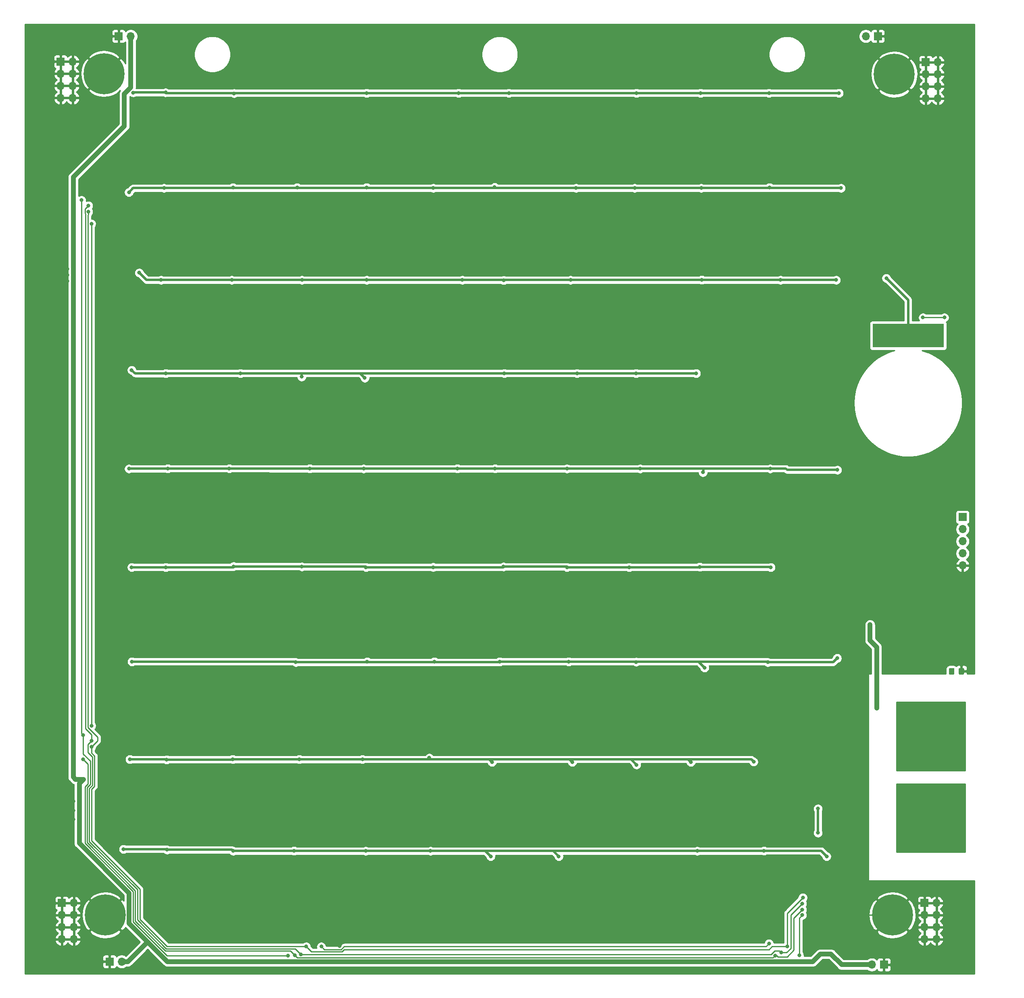
<source format=gbr>
%TF.GenerationSoftware,KiCad,Pcbnew,5.1.6-c6e7f7d~87~ubuntu18.04.1*%
%TF.CreationDate,2020-08-16T11:24:38+02:00*%
%TF.ProjectId,Elektronik,456c656b-7472-46f6-9e69-6b2e6b696361,rev?*%
%TF.SameCoordinates,Original*%
%TF.FileFunction,Copper,L2,Bot*%
%TF.FilePolarity,Positive*%
%FSLAX46Y46*%
G04 Gerber Fmt 4.6, Leading zero omitted, Abs format (unit mm)*
G04 Created by KiCad (PCBNEW 5.1.6-c6e7f7d~87~ubuntu18.04.1) date 2020-08-16 11:24:38*
%MOMM*%
%LPD*%
G01*
G04 APERTURE LIST*
%TA.AperFunction,ComponentPad*%
%ADD10O,1.700000X1.700000*%
%TD*%
%TA.AperFunction,ComponentPad*%
%ADD11R,1.700000X1.700000*%
%TD*%
%TA.AperFunction,SMDPad,CuDef*%
%ADD12R,15.000000X5.000000*%
%TD*%
%TA.AperFunction,ComponentPad*%
%ADD13C,0.900000*%
%TD*%
%TA.AperFunction,ComponentPad*%
%ADD14C,8.600000*%
%TD*%
%TA.AperFunction,ViaPad*%
%ADD15C,0.800000*%
%TD*%
%TA.AperFunction,Conductor*%
%ADD16C,0.500000*%
%TD*%
%TA.AperFunction,Conductor*%
%ADD17C,0.250000*%
%TD*%
%TA.AperFunction,Conductor*%
%ADD18C,1.000000*%
%TD*%
%TA.AperFunction,Conductor*%
%ADD19C,0.254000*%
%TD*%
G04 APERTURE END LIST*
D10*
%TO.P,J9,2*%
%TO.N,VCC*%
X55880000Y-21590000D03*
D11*
%TO.P,J9,1*%
%TO.N,GND*%
X53340000Y-21590000D03*
%TD*%
D10*
%TO.P,J8,2*%
%TO.N,VCC*%
X210185000Y-21590000D03*
D11*
%TO.P,J8,1*%
%TO.N,GND*%
X212725000Y-21590000D03*
%TD*%
D10*
%TO.P,J7,2*%
%TO.N,VCC*%
X211455000Y-216535000D03*
D11*
%TO.P,J7,1*%
%TO.N,GND*%
X213995000Y-216535000D03*
%TD*%
D10*
%TO.P,J6,2*%
%TO.N,VCC*%
X53975000Y-215900000D03*
D11*
%TO.P,J6,1*%
%TO.N,GND*%
X51435000Y-215900000D03*
%TD*%
D10*
%TO.P,J5,5*%
%TO.N,GND*%
X230505000Y-132715000D03*
%TO.P,J5,4*%
%TO.N,/CH552G-Controller/P1.1*%
X230505000Y-130175000D03*
%TO.P,J5,3*%
%TO.N,/CH552G-Controller/D+*%
X230505000Y-127635000D03*
%TO.P,J5,2*%
%TO.N,/CH552G-Controller/D-*%
X230505000Y-125095000D03*
D11*
%TO.P,J5,1*%
%TO.N,VCC*%
X230505000Y-122555000D03*
%TD*%
D12*
%TO.P,TP3,1*%
%TO.N,/BAT+*%
X219075000Y-84455000D03*
%TD*%
%TO.P,D529,2*%
%TO.N,Net-(D529-Pad2)*%
%TA.AperFunction,SMDPad,CuDef*%
G36*
G01*
X228785000Y-154489999D02*
X228785000Y-155390001D01*
G75*
G02*
X228535001Y-155640000I-249999J0D01*
G01*
X227884999Y-155640000D01*
G75*
G02*
X227635000Y-155390001I0J249999D01*
G01*
X227635000Y-154489999D01*
G75*
G02*
X227884999Y-154240000I249999J0D01*
G01*
X228535001Y-154240000D01*
G75*
G02*
X228785000Y-154489999I0J-249999D01*
G01*
G37*
%TD.AperFunction*%
%TO.P,D529,1*%
%TO.N,GND*%
%TA.AperFunction,SMDPad,CuDef*%
G36*
G01*
X230835000Y-154489999D02*
X230835000Y-155390001D01*
G75*
G02*
X230585001Y-155640000I-249999J0D01*
G01*
X229934999Y-155640000D01*
G75*
G02*
X229685000Y-155390001I0J249999D01*
G01*
X229685000Y-154489999D01*
G75*
G02*
X229934999Y-154240000I249999J0D01*
G01*
X230585001Y-154240000D01*
G75*
G02*
X230835000Y-154489999I0J-249999D01*
G01*
G37*
%TD.AperFunction*%
%TD*%
D13*
%TO.P,H4,1*%
%TO.N,GND*%
X218053419Y-203840581D03*
X215773000Y-202896000D03*
X213492581Y-203840581D03*
X212548000Y-206121000D03*
X213492581Y-208401419D03*
X215773000Y-209346000D03*
X218053419Y-208401419D03*
X218998000Y-206121000D03*
D14*
X215773000Y-206121000D03*
%TD*%
D13*
%TO.P,H3,1*%
%TO.N,GND*%
X52826419Y-203840581D03*
X50546000Y-202896000D03*
X48265581Y-203840581D03*
X47321000Y-206121000D03*
X48265581Y-208401419D03*
X50546000Y-209346000D03*
X52826419Y-208401419D03*
X53771000Y-206121000D03*
D14*
X50546000Y-206121000D03*
%TD*%
D13*
%TO.P,H2,1*%
%TO.N,GND*%
X218434419Y-27310581D03*
X216154000Y-26366000D03*
X213873581Y-27310581D03*
X212929000Y-29591000D03*
X213873581Y-31871419D03*
X216154000Y-32816000D03*
X218434419Y-31871419D03*
X219379000Y-29591000D03*
D14*
X216154000Y-29591000D03*
%TD*%
D13*
%TO.P,H1,1*%
%TO.N,GND*%
X52572419Y-27183581D03*
X50292000Y-26239000D03*
X48011581Y-27183581D03*
X47067000Y-29464000D03*
X48011581Y-31744419D03*
X50292000Y-32689000D03*
X52572419Y-31744419D03*
X53517000Y-29464000D03*
D14*
X50292000Y-29464000D03*
%TD*%
D10*
%TO.P,J4,8*%
%TO.N,GND*%
X225044000Y-211201000D03*
%TO.P,J4,7*%
X222504000Y-211201000D03*
%TO.P,J4,6*%
X225044000Y-208661000D03*
%TO.P,J4,5*%
X222504000Y-208661000D03*
%TO.P,J4,4*%
X225044000Y-206121000D03*
%TO.P,J4,3*%
X222504000Y-206121000D03*
%TO.P,J4,2*%
X225044000Y-203581000D03*
D11*
%TO.P,J4,1*%
X222504000Y-203581000D03*
%TD*%
D10*
%TO.P,J3,8*%
%TO.N,GND*%
X43942000Y-211201000D03*
%TO.P,J3,7*%
X41402000Y-211201000D03*
%TO.P,J3,6*%
X43942000Y-208661000D03*
%TO.P,J3,5*%
X41402000Y-208661000D03*
%TO.P,J3,4*%
X43942000Y-206121000D03*
%TO.P,J3,3*%
X41402000Y-206121000D03*
%TO.P,J3,2*%
X43942000Y-203581000D03*
D11*
%TO.P,J3,1*%
X41402000Y-203581000D03*
%TD*%
D10*
%TO.P,J2,8*%
%TO.N,GND*%
X225298000Y-34671000D03*
%TO.P,J2,7*%
X222758000Y-34671000D03*
%TO.P,J2,6*%
X225298000Y-32131000D03*
%TO.P,J2,5*%
X222758000Y-32131000D03*
%TO.P,J2,4*%
X225298000Y-29591000D03*
%TO.P,J2,3*%
X222758000Y-29591000D03*
%TO.P,J2,2*%
X225298000Y-27051000D03*
D11*
%TO.P,J2,1*%
X222758000Y-27051000D03*
%TD*%
D10*
%TO.P,J1,8*%
%TO.N,GND*%
X43688000Y-34544000D03*
%TO.P,J1,7*%
X41148000Y-34544000D03*
%TO.P,J1,6*%
X43688000Y-32004000D03*
%TO.P,J1,5*%
X41148000Y-32004000D03*
%TO.P,J1,4*%
X43688000Y-29464000D03*
%TO.P,J1,3*%
X41148000Y-29464000D03*
%TO.P,J1,2*%
X43688000Y-26924000D03*
D11*
%TO.P,J1,1*%
X41148000Y-26924000D03*
%TD*%
D15*
%TO.N,/1/1/+*%
X204551000Y-33528000D03*
X63200000Y-33401000D03*
X189865000Y-33528000D03*
X175514000Y-33528000D03*
X162052000Y-33528000D03*
X135255000Y-33528000D03*
X124714000Y-33528000D03*
X105410000Y-33528000D03*
X77551000Y-33589000D03*
X56386787Y-33433863D03*
%TO.N,/11/1/-*%
X200152000Y-188849000D03*
X200152000Y-183769000D03*
%TO.N,/1/2/+*%
X62865000Y-53467000D03*
X204978000Y-53467000D03*
X189969000Y-53340000D03*
X175641000Y-53467000D03*
X161671000Y-53467000D03*
X149352000Y-53467000D03*
X132270500Y-53276500D03*
X119380000Y-53467000D03*
X105387000Y-53340000D03*
X90805000Y-53340000D03*
X77343000Y-53340000D03*
X55499000Y-54356000D03*
%TO.N,/1/3/+*%
X203962000Y-72771000D03*
X62230000Y-72771000D03*
X77089000Y-72771000D03*
X91821000Y-72771000D03*
X105410000Y-72771000D03*
X125476000Y-72771000D03*
X134175500Y-72834500D03*
X148209000Y-72771000D03*
X175756500Y-72759500D03*
X192278000Y-72771000D03*
X57658000Y-71247000D03*
%TO.N,GND*%
X50419000Y-54737000D03*
X50927000Y-167005000D03*
X220345000Y-76200000D03*
X220345000Y-74295000D03*
X189865000Y-209550000D03*
X88900000Y-209550000D03*
X184150000Y-205105000D03*
X177165000Y-205105000D03*
X230505000Y-154940000D03*
X207645000Y-205740000D03*
X173355000Y-205105000D03*
X158750000Y-205105000D03*
X156210000Y-205105000D03*
X143510000Y-205105000D03*
X140335000Y-205105000D03*
X129540000Y-205105000D03*
X127000000Y-203835000D03*
X114300000Y-203835000D03*
X110490000Y-203835000D03*
X99695000Y-201930000D03*
X96520000Y-201930000D03*
X85725000Y-201930000D03*
X82550000Y-201930000D03*
X72390000Y-201930000D03*
X68580000Y-201930000D03*
X67310000Y-208280000D03*
X59690000Y-206375000D03*
X99695000Y-212634990D03*
X64135000Y-211455000D03*
X64135000Y-217805000D03*
X66040000Y-217805000D03*
X66040000Y-211455000D03*
X67945000Y-211455000D03*
X67945000Y-217805000D03*
X184785000Y-217805000D03*
X184785000Y-211455000D03*
X182880000Y-211455000D03*
X182880000Y-217805000D03*
X180975000Y-217805000D03*
X180975000Y-211455000D03*
X207645000Y-109220000D03*
X210185000Y-106680000D03*
X208915000Y-105410000D03*
X206375000Y-107950000D03*
X205105000Y-106680000D03*
X208280000Y-103505000D03*
X212725000Y-147320000D03*
X217805000Y-143510000D03*
X219075000Y-147320000D03*
X219710000Y-41275000D03*
X217170000Y-43815000D03*
X218440000Y-45085000D03*
X220980000Y-42545000D03*
X222250000Y-43815000D03*
X219710000Y-46355000D03*
X49530000Y-177800000D03*
X49530000Y-182245000D03*
X43815000Y-182245000D03*
X43815000Y-184150000D03*
X49530000Y-184150000D03*
X49530000Y-186055000D03*
X43815000Y-186055000D03*
X48895000Y-65405000D03*
X48895000Y-70485000D03*
X42545000Y-70485000D03*
X42545000Y-71755000D03*
X48895000Y-71755000D03*
X48895000Y-73025000D03*
X42545000Y-73025000D03*
X49911000Y-42545000D03*
X52451000Y-45085000D03*
X51181000Y-46355000D03*
X48641000Y-43815000D03*
X47371000Y-45085000D03*
X49911000Y-47625000D03*
X212725000Y-143510000D03*
X211455000Y-123825000D03*
X211455000Y-121285000D03*
X209084990Y-121750010D03*
X209084990Y-124290010D03*
X203708000Y-185039000D03*
X199136000Y-182245000D03*
X199136000Y-180848000D03*
X204470000Y-184277000D03*
X205359000Y-183388000D03*
X199136000Y-179451000D03*
X199136000Y-178054000D03*
X206248000Y-182626000D03*
X200660000Y-212725000D03*
X230505000Y-136652000D03*
X231902000Y-136652000D03*
X232410000Y-154940000D03*
%TO.N,VCC*%
X200660000Y-214300000D03*
X100330000Y-215900000D03*
X45923000Y-177609500D03*
X43815000Y-65405000D03*
X212471000Y-162687000D03*
X211074000Y-145161000D03*
%TO.N,/1/4/+*%
X174583000Y-92375184D03*
X63246000Y-92392500D03*
X56070500Y-91694000D03*
X78884316Y-92375184D03*
X91757500Y-93091000D03*
X105006000Y-93345000D03*
X134302500Y-92392500D03*
X149559816Y-92375184D03*
X161971184Y-92375184D03*
%TO.N,/1/5/+*%
X55499000Y-112395000D03*
X63658750Y-112363250D03*
X76549250Y-112363250D03*
X204216000Y-112649000D03*
X190119000Y-112395000D03*
X175999000Y-113157000D03*
X162814000Y-112395000D03*
X147452653Y-112389347D03*
X132345213Y-112383787D03*
X124445880Y-112380880D03*
X104775000Y-112395000D03*
X93446470Y-112369470D03*
%TO.N,/1/6/+*%
X56070500Y-133096000D03*
X63246000Y-133096000D03*
X77470000Y-132905500D03*
X91798000Y-132969000D03*
X105260000Y-133096000D03*
X119368500Y-133084500D03*
X134132500Y-132969000D03*
X147447000Y-133096000D03*
X160528000Y-133096000D03*
X175323500Y-133032500D03*
X190246000Y-133096000D03*
%TO.N,/10/7/+*%
X56134000Y-152908000D03*
X90528000Y-153035000D03*
X105514000Y-152908000D03*
X119611000Y-152908000D03*
X133350000Y-152908000D03*
X147828000Y-152908000D03*
X161965500Y-152971500D03*
X176339500Y-154178000D03*
X189628500Y-153035000D03*
X204177990Y-152171490D03*
%TO.N,/1/8/+*%
X55689500Y-173418500D03*
X63413500Y-173482000D03*
X77279500Y-173418500D03*
X91249500Y-173418500D03*
X104509500Y-173407000D03*
X118554500Y-173101000D03*
X131716500Y-173990000D03*
X148567000Y-173990000D03*
X162052000Y-174561500D03*
X173462500Y-173990000D03*
X186644000Y-173926500D03*
%TO.N,/sheet605F1288/+*%
X54356000Y-192278000D03*
X63500000Y-192405000D03*
X77383500Y-192659000D03*
X90158500Y-192647500D03*
X105219500Y-192659000D03*
X118808500Y-192659000D03*
X131445000Y-193802000D03*
X145732500Y-193802000D03*
X174815500Y-192659000D03*
X188817250Y-192627250D03*
X201970500Y-193802000D03*
%TO.N,Net-(D529-Pad2)*%
X228210000Y-154940000D03*
%TO.N,/SCL*%
X226695000Y-80645000D03*
X222184982Y-80645000D03*
%TO.N,/BAT+*%
X214500000Y-72390000D03*
%TO.N,/SER1*%
X189865000Y-212090000D03*
X95885000Y-212725000D03*
%TO.N,/RCLK*%
X193675000Y-212725000D03*
X92710000Y-212725000D03*
X47625000Y-170815000D03*
X46990000Y-58420000D03*
X196977000Y-202438000D03*
%TO.N,/SRCLK*%
X192405000Y-213995000D03*
X91567000Y-214349979D03*
X47625000Y-169545000D03*
X46990000Y-57150000D03*
X196850000Y-203708000D03*
%TO.N,/SRCLR*%
X191135000Y-214630000D03*
X90297000Y-214565000D03*
X45912000Y-168338500D03*
X45531000Y-56007000D03*
X196850000Y-204978000D03*
%TO.N,/SER2*%
X88900000Y-214630000D03*
X45912000Y-173418500D03*
%TO.N,/SER3*%
X47625000Y-166370000D03*
X47625000Y-60960000D03*
%TO.N,/CH552G-Controller/TOUCH1*%
X217170000Y-179070000D03*
%TO.N,/CH552G-Controller/TOUCH2*%
X217170000Y-161925000D03*
%TO.N,/SER*%
X196850000Y-206121000D03*
X196215000Y-214565000D03*
%TD*%
D16*
%TO.N,/1/1/+*%
X63327000Y-33528000D02*
X63200000Y-33401000D01*
X189738000Y-33528000D02*
X189865000Y-33528000D01*
X204551000Y-33528000D02*
X189738000Y-33528000D01*
X189865000Y-33528000D02*
X175514000Y-33528000D01*
X162179000Y-33528000D02*
X162052000Y-33528000D01*
X175514000Y-33528000D02*
X162179000Y-33528000D01*
X162052000Y-33528000D02*
X135255000Y-33528000D01*
X125476000Y-33528000D02*
X124714000Y-33528000D01*
X135255000Y-33528000D02*
X125476000Y-33528000D01*
X124714000Y-33528000D02*
X105410000Y-33528000D01*
X105410000Y-33528000D02*
X63327000Y-33528000D01*
X56419650Y-33401000D02*
X56386787Y-33433863D01*
X63200000Y-33401000D02*
X56419650Y-33401000D01*
%TO.N,/11/1/-*%
X200152000Y-188849000D02*
X200152000Y-183769000D01*
%TO.N,/1/2/+*%
X175641000Y-53467000D02*
X204978000Y-53467000D01*
X162560000Y-53467000D02*
X161671000Y-53467000D01*
X175641000Y-53467000D02*
X162560000Y-53467000D01*
X149352000Y-53467000D02*
X161671000Y-53467000D01*
X132461000Y-53467000D02*
X132270500Y-53276500D01*
X132842000Y-53467000D02*
X132461000Y-53467000D01*
X132842000Y-53467000D02*
X149352000Y-53467000D01*
X119507000Y-53467000D02*
X119380000Y-53467000D01*
X119380000Y-53467000D02*
X132842000Y-53467000D01*
X105410000Y-53340000D02*
X105537000Y-53467000D01*
X105387000Y-53340000D02*
X105410000Y-53340000D01*
X105537000Y-53467000D02*
X119507000Y-53467000D01*
X90805000Y-53340000D02*
X90932000Y-53467000D01*
X62865000Y-53467000D02*
X90932000Y-53467000D01*
X90932000Y-53467000D02*
X105537000Y-53467000D01*
X77216000Y-53467000D02*
X77343000Y-53340000D01*
X62865000Y-53467000D02*
X56388000Y-53467000D01*
X56388000Y-53467000D02*
X55499000Y-54356000D01*
%TO.N,/1/3/+*%
X77089000Y-72771000D02*
X62230000Y-72771000D01*
X91821000Y-72771000D02*
X77089000Y-72771000D01*
X105410000Y-72771000D02*
X91821000Y-72771000D01*
X125476000Y-72771000D02*
X105410000Y-72771000D01*
X148209000Y-72771000D02*
X125476000Y-72771000D01*
X203962000Y-72771000D02*
X192278000Y-72771000D01*
X192278000Y-72771000D02*
X148209000Y-72771000D01*
X59182000Y-72771000D02*
X59690000Y-72771000D01*
X62230000Y-72771000D02*
X59690000Y-72771000D01*
X57658000Y-71247000D02*
X59182000Y-72771000D01*
%TO.N,GND*%
X189865000Y-209550000D02*
X188595000Y-209550000D01*
X188595000Y-209550000D02*
X184150000Y-205105000D01*
D17*
X230260000Y-154940000D02*
X230505000Y-154940000D01*
X215773000Y-206121000D02*
X208026000Y-206121000D01*
X208026000Y-206121000D02*
X207645000Y-205740000D01*
D16*
X177165000Y-205105000D02*
X173355000Y-205105000D01*
X158750000Y-205105000D02*
X156210000Y-205105000D01*
X143510000Y-205105000D02*
X140335000Y-205105000D01*
X129540000Y-205105000D02*
X128270000Y-205105000D01*
X128270000Y-205105000D02*
X127000000Y-203835000D01*
X127000000Y-203835000D02*
X114300000Y-203835000D01*
X110490000Y-203835000D02*
X101600000Y-203835000D01*
X101600000Y-203835000D02*
X99695000Y-201930000D01*
X96520000Y-201930000D02*
X85725000Y-201930000D01*
X82550000Y-201930000D02*
X72390000Y-201930000D01*
X68580000Y-201930000D02*
X68580000Y-205105000D01*
X68580000Y-205105000D02*
X67310000Y-206375000D01*
X67310000Y-206375000D02*
X67310000Y-208280000D01*
D18*
X200660000Y-212725000D02*
X202565000Y-212725000D01*
X209084990Y-110659990D02*
X207645000Y-109220000D01*
X207645000Y-109220000D02*
X210185000Y-106680000D01*
X208915000Y-105410000D02*
X206375000Y-107950000D01*
X205105000Y-106680000D02*
X208280000Y-103505000D01*
X219075000Y-144780000D02*
X217805000Y-143510000D01*
X219075000Y-147320000D02*
X219075000Y-144780000D01*
X219710000Y-41275000D02*
X217170000Y-43815000D01*
X218440000Y-45085000D02*
X220980000Y-42545000D01*
X222250000Y-43815000D02*
X219710000Y-46355000D01*
X212725000Y-147320000D02*
X212725000Y-143510000D01*
X211455000Y-123825000D02*
X211455000Y-121285000D01*
X211455000Y-121285000D02*
X209550000Y-121285000D01*
X209550000Y-121285000D02*
X209084990Y-121750010D01*
X209084990Y-121750010D02*
X209084990Y-110659990D01*
X211455000Y-123825000D02*
X209550000Y-123825000D01*
X209550000Y-123825000D02*
X209084990Y-124290010D01*
X209084990Y-124290010D02*
X209084990Y-121750010D01*
D16*
X203708000Y-185039000D02*
X200914000Y-182245000D01*
X200914000Y-182245000D02*
X199136000Y-182245000D01*
X199136000Y-180848000D02*
X201041000Y-180848000D01*
X201041000Y-180848000D02*
X204470000Y-184277000D01*
X205359000Y-183388000D02*
X201422000Y-179451000D01*
X201422000Y-179451000D02*
X199136000Y-179451000D01*
X199136000Y-178054000D02*
X201676000Y-178054000D01*
X201676000Y-178054000D02*
X206248000Y-182626000D01*
D17*
X230505000Y-132715000D02*
X230505000Y-136652000D01*
X230260000Y-154940000D02*
X232410000Y-154940000D01*
D18*
%TO.N,VCC*%
X45923000Y-177609500D02*
X44259500Y-177609500D01*
X44259500Y-177609500D02*
X43815000Y-177165000D01*
X43815000Y-177165000D02*
X43815000Y-65405000D01*
X45079978Y-191030950D02*
X45079978Y-178452522D01*
X100330000Y-215900000D02*
X63599026Y-215900000D01*
X55546001Y-201496973D02*
X45079978Y-191030950D01*
X55546001Y-207846975D02*
X55546001Y-201496973D01*
X45079978Y-178452522D02*
X45923000Y-177609500D01*
X200660000Y-214300000D02*
X202870000Y-214300000D01*
X205105000Y-216535000D02*
X211455000Y-216535000D01*
X202870000Y-214300000D02*
X205105000Y-216535000D01*
X55245000Y-215900000D02*
X59422013Y-211722987D01*
X53975000Y-215900000D02*
X55245000Y-215900000D01*
X63599026Y-215900000D02*
X59422013Y-211722987D01*
X59422013Y-211722987D02*
X55546001Y-207846975D01*
X199060000Y-215900000D02*
X100330000Y-215900000D01*
X200660000Y-214300000D02*
X199060000Y-215900000D01*
X212471000Y-151003000D02*
X212471000Y-149860000D01*
X212471000Y-162687000D02*
X212471000Y-151003000D01*
X212471000Y-149860000D02*
X211074000Y-148463000D01*
X211074000Y-148463000D02*
X211074000Y-145161000D01*
X54546500Y-40449500D02*
X54546500Y-33718500D01*
X54546500Y-33718500D02*
X55880000Y-32385000D01*
X43815000Y-51181000D02*
X54546500Y-40449500D01*
X55880000Y-32385000D02*
X55880000Y-21590000D01*
X43815000Y-65405000D02*
X43815000Y-51181000D01*
D16*
%TO.N,/1/4/+*%
X63263316Y-92375184D02*
X63246000Y-92392500D01*
X63246000Y-92392500D02*
X56769000Y-92392500D01*
X56769000Y-92392500D02*
X56070500Y-91694000D01*
X78884316Y-92375184D02*
X63263316Y-92375184D01*
X91757500Y-92456000D02*
X91676684Y-92375184D01*
X91757500Y-93091000D02*
X91757500Y-92456000D01*
X91676684Y-92375184D02*
X78884316Y-92375184D01*
X104036184Y-92375184D02*
X105006000Y-93345000D01*
X102823816Y-92375184D02*
X104036184Y-92375184D01*
X102823816Y-92375184D02*
X91676684Y-92375184D01*
X149559816Y-92375184D02*
X102823816Y-92375184D01*
X174583000Y-92375184D02*
X161971184Y-92375184D01*
X161971184Y-92375184D02*
X149559816Y-92375184D01*
%TO.N,/1/5/+*%
X55499000Y-112395000D02*
X63627000Y-112395000D01*
X63627000Y-112395000D02*
X63658750Y-112363250D01*
X63658750Y-112363250D02*
X76549250Y-112363250D01*
X204216000Y-112649000D02*
X193675000Y-112649000D01*
X193675000Y-112649000D02*
X193389250Y-112363250D01*
X176117250Y-112363250D02*
X176117250Y-113038750D01*
X176117250Y-113038750D02*
X175999000Y-113157000D01*
X193389250Y-112363250D02*
X176117250Y-112363250D01*
X162782250Y-112363250D02*
X162814000Y-112395000D01*
X176117250Y-112363250D02*
X162782250Y-112363250D01*
X162814000Y-112395000D02*
X147452653Y-112389347D01*
X147452653Y-112389347D02*
X132345213Y-112383787D01*
X132345213Y-112383787D02*
X124445880Y-112380880D01*
X124445880Y-112380880D02*
X93446470Y-112369470D01*
X93446470Y-112369470D02*
X76549250Y-112363250D01*
%TO.N,/1/6/+*%
X56070500Y-133096000D02*
X63246000Y-133096000D01*
X63246000Y-133096000D02*
X77279500Y-133096000D01*
X77279500Y-133096000D02*
X77470000Y-132905500D01*
X77470000Y-132905500D02*
X91734500Y-132905500D01*
X91734500Y-132905500D02*
X91798000Y-132969000D01*
X91798000Y-132969000D02*
X105133000Y-132969000D01*
X105133000Y-132969000D02*
X105260000Y-133096000D01*
X105260000Y-133096000D02*
X119357000Y-133096000D01*
X119357000Y-133096000D02*
X119368500Y-133084500D01*
X119368500Y-133084500D02*
X134017000Y-133084500D01*
X134017000Y-133084500D02*
X134132500Y-132969000D01*
X134132500Y-132969000D02*
X147320000Y-132969000D01*
X147320000Y-132969000D02*
X147447000Y-133096000D01*
X147447000Y-133096000D02*
X160528000Y-133096000D01*
X175260000Y-133096000D02*
X175323500Y-133032500D01*
X160528000Y-133096000D02*
X175260000Y-133096000D01*
X175323500Y-133032500D02*
X190182500Y-133032500D01*
X190182500Y-133032500D02*
X190246000Y-133096000D01*
%TO.N,/10/7/+*%
X56134000Y-152908000D02*
X90401000Y-152908000D01*
X90401000Y-152908000D02*
X90528000Y-153035000D01*
X105387000Y-153035000D02*
X105514000Y-152908000D01*
X119484000Y-153035000D02*
X119611000Y-152908000D01*
X90528000Y-153035000D02*
X104711500Y-153035000D01*
X104711500Y-153035000D02*
X105387000Y-153035000D01*
X133223000Y-153035000D02*
X133350000Y-152908000D01*
X118808500Y-153035000D02*
X133223000Y-153035000D01*
X104711500Y-153035000D02*
X118808500Y-153035000D01*
X118808500Y-153035000D02*
X119484000Y-153035000D01*
X133350000Y-152908000D02*
X147828000Y-152908000D01*
X161902000Y-152908000D02*
X161965500Y-152971500D01*
X175069500Y-152908000D02*
X176339500Y-154178000D01*
X147828000Y-152908000D02*
X161290000Y-152908000D01*
X161290000Y-152908000D02*
X161902000Y-152908000D01*
X189501500Y-152908000D02*
X189628500Y-153035000D01*
X161290000Y-152908000D02*
X174371000Y-152908000D01*
X174371000Y-152908000D02*
X189501500Y-152908000D01*
X174371000Y-152908000D02*
X175069500Y-152908000D01*
X189628500Y-153035000D02*
X203314480Y-153035000D01*
X203314480Y-153035000D02*
X204177990Y-152171490D01*
%TO.N,/1/8/+*%
X55689500Y-173418500D02*
X63350000Y-173418500D01*
X63350000Y-173418500D02*
X63413500Y-173482000D01*
X63413500Y-173482000D02*
X77216000Y-173482000D01*
X77216000Y-173482000D02*
X77279500Y-173418500D01*
X77279500Y-173418500D02*
X91249500Y-173418500D01*
X91249500Y-173418500D02*
X104498000Y-173418500D01*
X104498000Y-173418500D02*
X104509500Y-173407000D01*
X118248500Y-173407000D02*
X118554500Y-173101000D01*
X131133500Y-173407000D02*
X131716500Y-173990000D01*
X104509500Y-173407000D02*
X116638000Y-173407000D01*
X116638000Y-173407000D02*
X118248500Y-173407000D01*
X147984000Y-173407000D02*
X148567000Y-173990000D01*
X116638000Y-173407000D02*
X129996000Y-173407000D01*
X129996000Y-173407000D02*
X131133500Y-173407000D01*
X160897500Y-173407000D02*
X162052000Y-174561500D01*
X129996000Y-173407000D02*
X146950500Y-173407000D01*
X146950500Y-173407000D02*
X147984000Y-173407000D01*
X146950500Y-173407000D02*
X159881500Y-173407000D01*
X172879500Y-173407000D02*
X173462500Y-173990000D01*
X159881500Y-173407000D02*
X160897500Y-173407000D01*
X172454500Y-173407000D02*
X186124500Y-173407000D01*
X159881500Y-173407000D02*
X172454500Y-173407000D01*
X186124500Y-173407000D02*
X186644000Y-173926500D01*
X172454500Y-173407000D02*
X172879500Y-173407000D01*
%TO.N,/sheet605F1288/+*%
X54356000Y-192278000D02*
X63373000Y-192278000D01*
X63373000Y-192278000D02*
X63500000Y-192405000D01*
X63500000Y-192405000D02*
X77129500Y-192405000D01*
X77129500Y-192405000D02*
X77383500Y-192659000D01*
X77383500Y-192659000D02*
X90147000Y-192659000D01*
X90147000Y-192659000D02*
X90158500Y-192647500D01*
X90158500Y-192647500D02*
X105208000Y-192647500D01*
X105208000Y-192647500D02*
X105219500Y-192659000D01*
X105219500Y-192659000D02*
X118808500Y-192659000D01*
X130302000Y-192659000D02*
X131445000Y-193802000D01*
X144589500Y-192659000D02*
X145732500Y-193802000D01*
X118808500Y-192659000D02*
X129032000Y-192659000D01*
X129032000Y-192659000D02*
X130302000Y-192659000D01*
X141668500Y-192659000D02*
X174815500Y-192659000D01*
X129032000Y-192659000D02*
X141668500Y-192659000D01*
X141668500Y-192659000D02*
X144589500Y-192659000D01*
X174815500Y-192659000D02*
X188785500Y-192659000D01*
X188785500Y-192659000D02*
X188817250Y-192627250D01*
X188817250Y-192627250D02*
X200795750Y-192627250D01*
X200795750Y-192627250D02*
X201970500Y-193802000D01*
D17*
%TO.N,/SCL*%
X226695000Y-80645000D02*
X222184982Y-80645000D01*
D16*
%TO.N,/BAT+*%
X219075000Y-84455000D02*
X219075000Y-76965000D01*
X219075000Y-76965000D02*
X214500000Y-72390000D01*
D17*
%TO.N,/SER1*%
X189865000Y-212090000D02*
X189230000Y-212725000D01*
X189230000Y-212725000D02*
X104140000Y-212725000D01*
X96519991Y-213359991D02*
X95885000Y-212725000D01*
X100043001Y-213359991D02*
X96519991Y-213359991D01*
X100677992Y-212725000D02*
X100043001Y-213359991D01*
X104140000Y-212725000D02*
X100677992Y-212725000D01*
%TO.N,/RCLK*%
X100679402Y-213360000D02*
X100229401Y-213810002D01*
X100229401Y-213810002D02*
X93795002Y-213810002D01*
X190500000Y-212725000D02*
X189865000Y-213360000D01*
X193675000Y-212725000D02*
X190500000Y-212725000D01*
X189865000Y-213360000D02*
X100679402Y-213360000D01*
X93795002Y-213810002D02*
X92710000Y-212725000D01*
X48259998Y-179071412D02*
X47625000Y-179706410D01*
X48259999Y-172720000D02*
X48259998Y-179071412D01*
X47625000Y-172085001D02*
X48259999Y-172720000D01*
X47625000Y-170815000D02*
X47625000Y-172085001D01*
X47625000Y-179706410D02*
X47625000Y-190500000D01*
X47625000Y-190500000D02*
X57785000Y-200660000D01*
X57785000Y-200660000D02*
X57785000Y-207010000D01*
X63500000Y-212725000D02*
X92710000Y-212725000D01*
X57785000Y-207010000D02*
X63500000Y-212725000D01*
X46899999Y-166718001D02*
X46899999Y-59075686D01*
X48895000Y-168713002D02*
X46899999Y-166718001D01*
X46899999Y-59075686D02*
X46990000Y-58985685D01*
X46990000Y-58985685D02*
X46990000Y-58420000D01*
X48895000Y-169545000D02*
X48895000Y-168713002D01*
X47625000Y-170815000D02*
X48895000Y-169545000D01*
X193675000Y-212725000D02*
X193675000Y-205740000D01*
X193675000Y-205740000D02*
X196977000Y-202438000D01*
%TO.N,/SRCLK*%
X192405000Y-213995000D02*
X192005001Y-213595001D01*
X190342019Y-214349979D02*
X92132685Y-214349979D01*
X191096997Y-213595001D02*
X190342019Y-214349979D01*
X192005001Y-213595001D02*
X191096997Y-213595001D01*
X92132685Y-214349979D02*
X91567000Y-214349979D01*
X47809989Y-172906400D02*
X46899999Y-171996410D01*
X46899999Y-171996410D02*
X46899999Y-170270001D01*
X46899999Y-170270001D02*
X47625000Y-169545000D01*
X47809989Y-178885011D02*
X47809989Y-172906400D01*
X91567000Y-214349979D02*
X90392032Y-213175011D01*
X47174989Y-190686400D02*
X47174989Y-179520010D01*
X47174989Y-179520010D02*
X47809989Y-178885011D01*
X57271034Y-200782444D02*
X47174989Y-190686400D01*
X57271034Y-207132445D02*
X57271034Y-200782444D01*
X63313600Y-213175011D02*
X57271034Y-207132445D01*
X90392032Y-213175011D02*
X63313600Y-213175011D01*
X46264998Y-58768002D02*
X46264998Y-57875002D01*
X46264998Y-57875002D02*
X46990000Y-57150000D01*
X46355000Y-167006410D02*
X46355000Y-58858004D01*
X47625000Y-169545000D02*
X47625000Y-168276410D01*
X46355000Y-58858004D02*
X46264998Y-58768002D01*
X47625000Y-168276410D02*
X46355000Y-167006410D01*
X192405000Y-213995000D02*
X193548000Y-213995000D01*
X193548000Y-213995000D02*
X194437000Y-213106000D01*
X194437000Y-213106000D02*
X194437000Y-206121000D01*
X194437000Y-206121000D02*
X196850000Y-203708000D01*
%TO.N,/SRCLR*%
X190690011Y-215074989D02*
X90806989Y-215074989D01*
X90806989Y-215074989D02*
X90297000Y-214565000D01*
X191135000Y-214630000D02*
X190690011Y-215074989D01*
X90297000Y-214565000D02*
X89357022Y-213625022D01*
X47359978Y-178698611D02*
X47359978Y-173724978D01*
X56821023Y-207318845D02*
X56821023Y-200968844D01*
X47359978Y-173724978D02*
X45912000Y-172277000D01*
X56821023Y-200968844D02*
X46724978Y-190872800D01*
X46724978Y-190872800D02*
X46724979Y-179333609D01*
X46724979Y-179333609D02*
X47359978Y-178698611D01*
X45912000Y-172277000D02*
X45912000Y-168338500D01*
X89357022Y-213625022D02*
X63127200Y-213625022D01*
X63127200Y-213625022D02*
X56821023Y-207318845D01*
X45531000Y-167957500D02*
X45531000Y-56007000D01*
X45912000Y-168338500D02*
X45531000Y-167957500D01*
X191135000Y-214630000D02*
X191516000Y-214630000D01*
X191516000Y-214630000D02*
X191770000Y-214884000D01*
X191770000Y-214884000D02*
X193675000Y-214884000D01*
X193675000Y-214884000D02*
X195072000Y-213487000D01*
X195072000Y-213487000D02*
X195072000Y-206756000D01*
X195072000Y-206756000D02*
X196850000Y-204978000D01*
%TO.N,/SER2*%
X88900000Y-214630000D02*
X63495767Y-214630000D01*
X56371012Y-207505245D02*
X56371012Y-201155244D01*
X46274970Y-179147207D02*
X46887000Y-178535178D01*
X63495767Y-214630000D02*
X56371012Y-207505245D01*
X46274968Y-191059199D02*
X46274970Y-179147207D01*
X56371012Y-201155244D02*
X46274968Y-191059199D01*
X46887000Y-174393500D02*
X45912000Y-173418500D01*
X46887000Y-178535178D02*
X46887000Y-174393500D01*
%TO.N,/SER3*%
X47625000Y-166370000D02*
X47625000Y-60960000D01*
%TO.N,/SER*%
X196850000Y-206121000D02*
X196215000Y-206756000D01*
X196215000Y-206756000D02*
X196215000Y-214565000D01*
%TD*%
D19*
%TO.N,GND*%
G36*
X233020001Y-155448000D02*
G01*
X231471648Y-155448000D01*
X231470000Y-155225750D01*
X231311250Y-155067000D01*
X230387000Y-155067000D01*
X230387000Y-155087000D01*
X230133000Y-155087000D01*
X230133000Y-155067000D01*
X230113000Y-155067000D01*
X230113000Y-154813000D01*
X230133000Y-154813000D01*
X230133000Y-153763750D01*
X230387000Y-153763750D01*
X230387000Y-154813000D01*
X231311250Y-154813000D01*
X231470000Y-154654250D01*
X231473072Y-154240000D01*
X231460812Y-154115518D01*
X231424502Y-153995820D01*
X231365537Y-153885506D01*
X231286185Y-153788815D01*
X231189494Y-153709463D01*
X231079180Y-153650498D01*
X230959482Y-153614188D01*
X230835000Y-153601928D01*
X230545750Y-153605000D01*
X230387000Y-153763750D01*
X230133000Y-153763750D01*
X229974250Y-153605000D01*
X229685000Y-153601928D01*
X229560518Y-153614188D01*
X229440820Y-153650498D01*
X229330506Y-153709463D01*
X229233815Y-153788815D01*
X229168342Y-153868594D01*
X229162962Y-153862038D01*
X229028387Y-153751595D01*
X228874851Y-153669528D01*
X228708255Y-153618992D01*
X228535001Y-153601928D01*
X227884999Y-153601928D01*
X227711745Y-153618992D01*
X227545149Y-153669528D01*
X227391613Y-153751595D01*
X227257038Y-153862038D01*
X227146595Y-153996613D01*
X227064528Y-154150149D01*
X227013992Y-154316745D01*
X226996928Y-154489999D01*
X226996928Y-155390001D01*
X227002640Y-155448000D01*
X213606000Y-155448000D01*
X213606000Y-149915741D01*
X213611490Y-149859999D01*
X213606000Y-149804257D01*
X213606000Y-149804248D01*
X213589577Y-149637501D01*
X213524676Y-149423553D01*
X213419284Y-149226377D01*
X213277449Y-149053551D01*
X213234140Y-149018008D01*
X212209000Y-147992869D01*
X212209000Y-145105248D01*
X212192577Y-144938501D01*
X212127676Y-144724553D01*
X212022284Y-144527377D01*
X211880449Y-144354551D01*
X211707623Y-144212716D01*
X211510447Y-144107324D01*
X211296499Y-144042423D01*
X211074000Y-144020509D01*
X210851502Y-144042423D01*
X210637554Y-144107324D01*
X210440378Y-144212716D01*
X210267552Y-144354551D01*
X210125717Y-144527377D01*
X210020325Y-144724553D01*
X209955424Y-144938501D01*
X209939001Y-145105248D01*
X209939000Y-148407248D01*
X209933509Y-148463000D01*
X209939000Y-148518751D01*
X209955423Y-148685498D01*
X210020324Y-148899446D01*
X210125716Y-149096623D01*
X210267551Y-149269449D01*
X210310865Y-149304996D01*
X211336000Y-150330132D01*
X211336000Y-151058751D01*
X211336001Y-151058761D01*
X211336001Y-155448000D01*
X210820000Y-155448000D01*
X210795224Y-155450440D01*
X210771399Y-155457667D01*
X210749443Y-155469403D01*
X210730197Y-155485197D01*
X210714403Y-155504443D01*
X210702667Y-155526399D01*
X210695440Y-155550224D01*
X210693000Y-155575000D01*
X210693000Y-198755000D01*
X210695440Y-198779776D01*
X210702667Y-198803601D01*
X210714403Y-198825557D01*
X210730197Y-198844803D01*
X210749443Y-198860597D01*
X210771399Y-198872333D01*
X210795224Y-198879560D01*
X210820000Y-198882000D01*
X233020001Y-198882000D01*
X233020001Y-218415000D01*
X33680000Y-218415000D01*
X33680000Y-216750000D01*
X49946928Y-216750000D01*
X49959188Y-216874482D01*
X49995498Y-216994180D01*
X50054463Y-217104494D01*
X50133815Y-217201185D01*
X50230506Y-217280537D01*
X50340820Y-217339502D01*
X50460518Y-217375812D01*
X50585000Y-217388072D01*
X51149250Y-217385000D01*
X51308000Y-217226250D01*
X51308000Y-216027000D01*
X50108750Y-216027000D01*
X49950000Y-216185750D01*
X49946928Y-216750000D01*
X33680000Y-216750000D01*
X33680000Y-215050000D01*
X49946928Y-215050000D01*
X49950000Y-215614250D01*
X50108750Y-215773000D01*
X51308000Y-215773000D01*
X51308000Y-214573750D01*
X51149250Y-214415000D01*
X50585000Y-214411928D01*
X50460518Y-214424188D01*
X50340820Y-214460498D01*
X50230506Y-214519463D01*
X50133815Y-214598815D01*
X50054463Y-214695506D01*
X49995498Y-214805820D01*
X49959188Y-214925518D01*
X49946928Y-215050000D01*
X33680000Y-215050000D01*
X33680000Y-211557890D01*
X39960524Y-211557890D01*
X40005175Y-211705099D01*
X40130359Y-211967920D01*
X40304412Y-212201269D01*
X40520645Y-212396178D01*
X40770748Y-212545157D01*
X41045109Y-212642481D01*
X41275000Y-212521814D01*
X41275000Y-211328000D01*
X41529000Y-211328000D01*
X41529000Y-212521814D01*
X41758891Y-212642481D01*
X42033252Y-212545157D01*
X42283355Y-212396178D01*
X42499588Y-212201269D01*
X42672000Y-211970120D01*
X42844412Y-212201269D01*
X43060645Y-212396178D01*
X43310748Y-212545157D01*
X43585109Y-212642481D01*
X43815000Y-212521814D01*
X43815000Y-211328000D01*
X44069000Y-211328000D01*
X44069000Y-212521814D01*
X44298891Y-212642481D01*
X44573252Y-212545157D01*
X44823355Y-212396178D01*
X45039588Y-212201269D01*
X45213641Y-211967920D01*
X45338825Y-211705099D01*
X45383476Y-211557890D01*
X45262155Y-211328000D01*
X44069000Y-211328000D01*
X43815000Y-211328000D01*
X41529000Y-211328000D01*
X41275000Y-211328000D01*
X40081845Y-211328000D01*
X39960524Y-211557890D01*
X33680000Y-211557890D01*
X33680000Y-209017890D01*
X39960524Y-209017890D01*
X40005175Y-209165099D01*
X40130359Y-209427920D01*
X40304412Y-209661269D01*
X40520645Y-209856178D01*
X40646255Y-209931000D01*
X40520645Y-210005822D01*
X40304412Y-210200731D01*
X40130359Y-210434080D01*
X40005175Y-210696901D01*
X39960524Y-210844110D01*
X40081845Y-211074000D01*
X41275000Y-211074000D01*
X41275000Y-208788000D01*
X41529000Y-208788000D01*
X41529000Y-211074000D01*
X43815000Y-211074000D01*
X43815000Y-208788000D01*
X44069000Y-208788000D01*
X44069000Y-211074000D01*
X45262155Y-211074000D01*
X45383476Y-210844110D01*
X45338825Y-210696901D01*
X45213641Y-210434080D01*
X45039588Y-210200731D01*
X44823355Y-210005822D01*
X44697745Y-209931000D01*
X44823355Y-209856178D01*
X45039588Y-209661269D01*
X45082440Y-209603818D01*
X47242787Y-209603818D01*
X47734946Y-210206149D01*
X48585933Y-210676063D01*
X49512243Y-210970929D01*
X50478281Y-211079414D01*
X51446921Y-210997351D01*
X52380938Y-210727893D01*
X53244440Y-210281394D01*
X53357054Y-210206149D01*
X53849213Y-209603818D01*
X50546000Y-206300605D01*
X47242787Y-209603818D01*
X45082440Y-209603818D01*
X45213641Y-209427920D01*
X45338825Y-209165099D01*
X45383476Y-209017890D01*
X45262155Y-208788000D01*
X44069000Y-208788000D01*
X43815000Y-208788000D01*
X41529000Y-208788000D01*
X41275000Y-208788000D01*
X40081845Y-208788000D01*
X39960524Y-209017890D01*
X33680000Y-209017890D01*
X33680000Y-206477890D01*
X39960524Y-206477890D01*
X40005175Y-206625099D01*
X40130359Y-206887920D01*
X40304412Y-207121269D01*
X40520645Y-207316178D01*
X40646255Y-207391000D01*
X40520645Y-207465822D01*
X40304412Y-207660731D01*
X40130359Y-207894080D01*
X40005175Y-208156901D01*
X39960524Y-208304110D01*
X40081845Y-208534000D01*
X41275000Y-208534000D01*
X41275000Y-206248000D01*
X41529000Y-206248000D01*
X41529000Y-208534000D01*
X43815000Y-208534000D01*
X43815000Y-206248000D01*
X44069000Y-206248000D01*
X44069000Y-208534000D01*
X45262155Y-208534000D01*
X45383476Y-208304110D01*
X45338825Y-208156901D01*
X45213641Y-207894080D01*
X45039588Y-207660731D01*
X44823355Y-207465822D01*
X44697745Y-207391000D01*
X44823355Y-207316178D01*
X45039588Y-207121269D01*
X45213641Y-206887920D01*
X45338825Y-206625099D01*
X45383476Y-206477890D01*
X45262155Y-206248000D01*
X44069000Y-206248000D01*
X43815000Y-206248000D01*
X41529000Y-206248000D01*
X41275000Y-206248000D01*
X40081845Y-206248000D01*
X39960524Y-206477890D01*
X33680000Y-206477890D01*
X33680000Y-206053281D01*
X45587586Y-206053281D01*
X45669649Y-207021921D01*
X45939107Y-207955938D01*
X46385606Y-208819440D01*
X46460851Y-208932054D01*
X47063182Y-209424213D01*
X50366395Y-206121000D01*
X47063182Y-202817787D01*
X46460851Y-203309946D01*
X45990937Y-204160933D01*
X45696071Y-205087243D01*
X45587586Y-206053281D01*
X33680000Y-206053281D01*
X33680000Y-204431000D01*
X39913928Y-204431000D01*
X39926188Y-204555482D01*
X39962498Y-204675180D01*
X40021463Y-204785494D01*
X40100815Y-204882185D01*
X40197506Y-204961537D01*
X40307820Y-205020502D01*
X40388466Y-205044966D01*
X40304412Y-205120731D01*
X40130359Y-205354080D01*
X40005175Y-205616901D01*
X39960524Y-205764110D01*
X40081845Y-205994000D01*
X41275000Y-205994000D01*
X41275000Y-203708000D01*
X41529000Y-203708000D01*
X41529000Y-205994000D01*
X43815000Y-205994000D01*
X43815000Y-203708000D01*
X44069000Y-203708000D01*
X44069000Y-205994000D01*
X45262155Y-205994000D01*
X45383476Y-205764110D01*
X45338825Y-205616901D01*
X45213641Y-205354080D01*
X45039588Y-205120731D01*
X44823355Y-204925822D01*
X44697745Y-204851000D01*
X44823355Y-204776178D01*
X45039588Y-204581269D01*
X45213641Y-204347920D01*
X45338825Y-204085099D01*
X45383476Y-203937890D01*
X45262155Y-203708000D01*
X44069000Y-203708000D01*
X43815000Y-203708000D01*
X41529000Y-203708000D01*
X41275000Y-203708000D01*
X40075750Y-203708000D01*
X39917000Y-203866750D01*
X39913928Y-204431000D01*
X33680000Y-204431000D01*
X33680000Y-202731000D01*
X39913928Y-202731000D01*
X39917000Y-203295250D01*
X40075750Y-203454000D01*
X41275000Y-203454000D01*
X41275000Y-202254750D01*
X41529000Y-202254750D01*
X41529000Y-203454000D01*
X43815000Y-203454000D01*
X43815000Y-202260186D01*
X44069000Y-202260186D01*
X44069000Y-203454000D01*
X45262155Y-203454000D01*
X45383476Y-203224110D01*
X45338825Y-203076901D01*
X45213641Y-202814080D01*
X45082441Y-202638182D01*
X47242787Y-202638182D01*
X50546000Y-205941395D01*
X53849213Y-202638182D01*
X53357054Y-202035851D01*
X52506067Y-201565937D01*
X51579757Y-201271071D01*
X50613719Y-201162586D01*
X49645079Y-201244649D01*
X48711062Y-201514107D01*
X47847560Y-201960606D01*
X47734946Y-202035851D01*
X47242787Y-202638182D01*
X45082441Y-202638182D01*
X45039588Y-202580731D01*
X44823355Y-202385822D01*
X44573252Y-202236843D01*
X44298891Y-202139519D01*
X44069000Y-202260186D01*
X43815000Y-202260186D01*
X43585109Y-202139519D01*
X43310748Y-202236843D01*
X43060645Y-202385822D01*
X42864498Y-202562626D01*
X42841502Y-202486820D01*
X42782537Y-202376506D01*
X42703185Y-202279815D01*
X42606494Y-202200463D01*
X42496180Y-202141498D01*
X42376482Y-202105188D01*
X42252000Y-202092928D01*
X41687750Y-202096000D01*
X41529000Y-202254750D01*
X41275000Y-202254750D01*
X41116250Y-202096000D01*
X40552000Y-202092928D01*
X40427518Y-202105188D01*
X40307820Y-202141498D01*
X40197506Y-202200463D01*
X40100815Y-202279815D01*
X40021463Y-202376506D01*
X39962498Y-202486820D01*
X39926188Y-202606518D01*
X39913928Y-202731000D01*
X33680000Y-202731000D01*
X33680000Y-51181000D01*
X42674509Y-51181000D01*
X42680001Y-51236761D01*
X42680000Y-65460751D01*
X42680001Y-65460761D01*
X42680000Y-177109249D01*
X42674509Y-177165000D01*
X42680000Y-177220751D01*
X42696423Y-177387498D01*
X42761324Y-177601446D01*
X42866716Y-177798623D01*
X43008551Y-177971449D01*
X43051865Y-178006996D01*
X43417504Y-178372635D01*
X43453051Y-178415949D01*
X43625877Y-178557784D01*
X43793044Y-178647136D01*
X43823053Y-178663176D01*
X43944979Y-178700162D01*
X43944978Y-190975198D01*
X43939487Y-191030950D01*
X43944978Y-191086701D01*
X43961401Y-191253448D01*
X44026302Y-191467396D01*
X44131694Y-191664573D01*
X44273529Y-191837399D01*
X44316843Y-191872946D01*
X54411002Y-201967107D01*
X54411002Y-203130066D01*
X54028818Y-202817787D01*
X50725605Y-206121000D01*
X54028818Y-209424213D01*
X54631149Y-208932054D01*
X54770832Y-208679095D01*
X54782866Y-208688971D01*
X57816881Y-211722987D01*
X54844729Y-214695140D01*
X54678411Y-214584010D01*
X54408158Y-214472068D01*
X54121260Y-214415000D01*
X53828740Y-214415000D01*
X53541842Y-214472068D01*
X53271589Y-214584010D01*
X53028368Y-214746525D01*
X52896513Y-214878380D01*
X52874502Y-214805820D01*
X52815537Y-214695506D01*
X52736185Y-214598815D01*
X52639494Y-214519463D01*
X52529180Y-214460498D01*
X52409482Y-214424188D01*
X52285000Y-214411928D01*
X51720750Y-214415000D01*
X51562000Y-214573750D01*
X51562000Y-215773000D01*
X51582000Y-215773000D01*
X51582000Y-216027000D01*
X51562000Y-216027000D01*
X51562000Y-217226250D01*
X51720750Y-217385000D01*
X52285000Y-217388072D01*
X52409482Y-217375812D01*
X52529180Y-217339502D01*
X52639494Y-217280537D01*
X52736185Y-217201185D01*
X52815537Y-217104494D01*
X52874502Y-216994180D01*
X52896513Y-216921620D01*
X53028368Y-217053475D01*
X53271589Y-217215990D01*
X53541842Y-217327932D01*
X53828740Y-217385000D01*
X54121260Y-217385000D01*
X54408158Y-217327932D01*
X54678411Y-217215990D01*
X54921632Y-217053475D01*
X54940107Y-217035000D01*
X55189249Y-217035000D01*
X55245000Y-217040491D01*
X55300751Y-217035000D01*
X55300752Y-217035000D01*
X55467499Y-217018577D01*
X55681447Y-216953676D01*
X55878623Y-216848284D01*
X56051449Y-216706449D01*
X56086996Y-216663135D01*
X59422013Y-213328119D01*
X62757035Y-216663141D01*
X62792577Y-216706449D01*
X62965403Y-216848284D01*
X63162579Y-216953676D01*
X63376527Y-217018577D01*
X63543274Y-217035000D01*
X63543283Y-217035000D01*
X63599025Y-217040490D01*
X63654767Y-217035000D01*
X199004249Y-217035000D01*
X199060000Y-217040491D01*
X199115751Y-217035000D01*
X199115752Y-217035000D01*
X199282499Y-217018577D01*
X199496447Y-216953676D01*
X199693623Y-216848284D01*
X199866449Y-216706449D01*
X199901995Y-216663136D01*
X201130133Y-215435000D01*
X202399869Y-215435000D01*
X204263009Y-217298141D01*
X204298551Y-217341449D01*
X204471377Y-217483284D01*
X204668553Y-217588676D01*
X204882501Y-217653577D01*
X205049248Y-217670000D01*
X205049257Y-217670000D01*
X205104999Y-217675490D01*
X205160741Y-217670000D01*
X210489893Y-217670000D01*
X210508368Y-217688475D01*
X210751589Y-217850990D01*
X211021842Y-217962932D01*
X211308740Y-218020000D01*
X211601260Y-218020000D01*
X211888158Y-217962932D01*
X212158411Y-217850990D01*
X212401632Y-217688475D01*
X212533487Y-217556620D01*
X212555498Y-217629180D01*
X212614463Y-217739494D01*
X212693815Y-217836185D01*
X212790506Y-217915537D01*
X212900820Y-217974502D01*
X213020518Y-218010812D01*
X213145000Y-218023072D01*
X213709250Y-218020000D01*
X213868000Y-217861250D01*
X213868000Y-216662000D01*
X214122000Y-216662000D01*
X214122000Y-217861250D01*
X214280750Y-218020000D01*
X214845000Y-218023072D01*
X214969482Y-218010812D01*
X215089180Y-217974502D01*
X215199494Y-217915537D01*
X215296185Y-217836185D01*
X215375537Y-217739494D01*
X215434502Y-217629180D01*
X215470812Y-217509482D01*
X215483072Y-217385000D01*
X215480000Y-216820750D01*
X215321250Y-216662000D01*
X214122000Y-216662000D01*
X213868000Y-216662000D01*
X213848000Y-216662000D01*
X213848000Y-216408000D01*
X213868000Y-216408000D01*
X213868000Y-215208750D01*
X214122000Y-215208750D01*
X214122000Y-216408000D01*
X215321250Y-216408000D01*
X215480000Y-216249250D01*
X215483072Y-215685000D01*
X215470812Y-215560518D01*
X215434502Y-215440820D01*
X215375537Y-215330506D01*
X215296185Y-215233815D01*
X215199494Y-215154463D01*
X215089180Y-215095498D01*
X214969482Y-215059188D01*
X214845000Y-215046928D01*
X214280750Y-215050000D01*
X214122000Y-215208750D01*
X213868000Y-215208750D01*
X213709250Y-215050000D01*
X213145000Y-215046928D01*
X213020518Y-215059188D01*
X212900820Y-215095498D01*
X212790506Y-215154463D01*
X212693815Y-215233815D01*
X212614463Y-215330506D01*
X212555498Y-215440820D01*
X212533487Y-215513380D01*
X212401632Y-215381525D01*
X212158411Y-215219010D01*
X211888158Y-215107068D01*
X211601260Y-215050000D01*
X211308740Y-215050000D01*
X211021842Y-215107068D01*
X210751589Y-215219010D01*
X210508368Y-215381525D01*
X210489893Y-215400000D01*
X205575132Y-215400000D01*
X203711996Y-213536865D01*
X203676449Y-213493551D01*
X203503623Y-213351716D01*
X203306447Y-213246324D01*
X203092499Y-213181423D01*
X202925752Y-213165000D01*
X202925751Y-213165000D01*
X202870000Y-213159509D01*
X202814249Y-213165000D01*
X200715752Y-213165000D01*
X200660000Y-213159509D01*
X200604248Y-213165000D01*
X200502604Y-213175011D01*
X200437501Y-213181423D01*
X200223553Y-213246324D01*
X200026377Y-213351716D01*
X199896856Y-213458011D01*
X199896855Y-213458012D01*
X199853551Y-213493551D01*
X199818013Y-213536854D01*
X198589869Y-214765000D01*
X197230495Y-214765000D01*
X197250000Y-214666939D01*
X197250000Y-214463061D01*
X197210226Y-214263102D01*
X197132205Y-214074744D01*
X197018937Y-213905226D01*
X196975000Y-213861289D01*
X196975000Y-211557890D01*
X221062524Y-211557890D01*
X221107175Y-211705099D01*
X221232359Y-211967920D01*
X221406412Y-212201269D01*
X221622645Y-212396178D01*
X221872748Y-212545157D01*
X222147109Y-212642481D01*
X222377000Y-212521814D01*
X222377000Y-211328000D01*
X222631000Y-211328000D01*
X222631000Y-212521814D01*
X222860891Y-212642481D01*
X223135252Y-212545157D01*
X223385355Y-212396178D01*
X223601588Y-212201269D01*
X223774000Y-211970120D01*
X223946412Y-212201269D01*
X224162645Y-212396178D01*
X224412748Y-212545157D01*
X224687109Y-212642481D01*
X224917000Y-212521814D01*
X224917000Y-211328000D01*
X225171000Y-211328000D01*
X225171000Y-212521814D01*
X225400891Y-212642481D01*
X225675252Y-212545157D01*
X225925355Y-212396178D01*
X226141588Y-212201269D01*
X226315641Y-211967920D01*
X226440825Y-211705099D01*
X226485476Y-211557890D01*
X226364155Y-211328000D01*
X225171000Y-211328000D01*
X224917000Y-211328000D01*
X222631000Y-211328000D01*
X222377000Y-211328000D01*
X221183845Y-211328000D01*
X221062524Y-211557890D01*
X196975000Y-211557890D01*
X196975000Y-209603818D01*
X212469787Y-209603818D01*
X212961946Y-210206149D01*
X213812933Y-210676063D01*
X214739243Y-210970929D01*
X215705281Y-211079414D01*
X216673921Y-210997351D01*
X217607938Y-210727893D01*
X218471440Y-210281394D01*
X218584054Y-210206149D01*
X219076213Y-209603818D01*
X215773000Y-206300605D01*
X212469787Y-209603818D01*
X196975000Y-209603818D01*
X196975000Y-207151413D01*
X197151898Y-207116226D01*
X197340256Y-207038205D01*
X197509774Y-206924937D01*
X197653937Y-206780774D01*
X197767205Y-206611256D01*
X197845226Y-206422898D01*
X197885000Y-206222939D01*
X197885000Y-206053281D01*
X210814586Y-206053281D01*
X210896649Y-207021921D01*
X211166107Y-207955938D01*
X211612606Y-208819440D01*
X211687851Y-208932054D01*
X212290182Y-209424213D01*
X215593395Y-206121000D01*
X215952605Y-206121000D01*
X219255818Y-209424213D01*
X219753098Y-209017890D01*
X221062524Y-209017890D01*
X221107175Y-209165099D01*
X221232359Y-209427920D01*
X221406412Y-209661269D01*
X221622645Y-209856178D01*
X221748255Y-209931000D01*
X221622645Y-210005822D01*
X221406412Y-210200731D01*
X221232359Y-210434080D01*
X221107175Y-210696901D01*
X221062524Y-210844110D01*
X221183845Y-211074000D01*
X222377000Y-211074000D01*
X222377000Y-208788000D01*
X222631000Y-208788000D01*
X222631000Y-211074000D01*
X224917000Y-211074000D01*
X224917000Y-208788000D01*
X225171000Y-208788000D01*
X225171000Y-211074000D01*
X226364155Y-211074000D01*
X226485476Y-210844110D01*
X226440825Y-210696901D01*
X226315641Y-210434080D01*
X226141588Y-210200731D01*
X225925355Y-210005822D01*
X225799745Y-209931000D01*
X225925355Y-209856178D01*
X226141588Y-209661269D01*
X226315641Y-209427920D01*
X226440825Y-209165099D01*
X226485476Y-209017890D01*
X226364155Y-208788000D01*
X225171000Y-208788000D01*
X224917000Y-208788000D01*
X222631000Y-208788000D01*
X222377000Y-208788000D01*
X221183845Y-208788000D01*
X221062524Y-209017890D01*
X219753098Y-209017890D01*
X219858149Y-208932054D01*
X220328063Y-208081067D01*
X220622929Y-207154757D01*
X220698940Y-206477890D01*
X221062524Y-206477890D01*
X221107175Y-206625099D01*
X221232359Y-206887920D01*
X221406412Y-207121269D01*
X221622645Y-207316178D01*
X221748255Y-207391000D01*
X221622645Y-207465822D01*
X221406412Y-207660731D01*
X221232359Y-207894080D01*
X221107175Y-208156901D01*
X221062524Y-208304110D01*
X221183845Y-208534000D01*
X222377000Y-208534000D01*
X222377000Y-206248000D01*
X222631000Y-206248000D01*
X222631000Y-208534000D01*
X224917000Y-208534000D01*
X224917000Y-206248000D01*
X225171000Y-206248000D01*
X225171000Y-208534000D01*
X226364155Y-208534000D01*
X226485476Y-208304110D01*
X226440825Y-208156901D01*
X226315641Y-207894080D01*
X226141588Y-207660731D01*
X225925355Y-207465822D01*
X225799745Y-207391000D01*
X225925355Y-207316178D01*
X226141588Y-207121269D01*
X226315641Y-206887920D01*
X226440825Y-206625099D01*
X226485476Y-206477890D01*
X226364155Y-206248000D01*
X225171000Y-206248000D01*
X224917000Y-206248000D01*
X222631000Y-206248000D01*
X222377000Y-206248000D01*
X221183845Y-206248000D01*
X221062524Y-206477890D01*
X220698940Y-206477890D01*
X220731414Y-206188719D01*
X220649351Y-205220079D01*
X220421707Y-204431000D01*
X221015928Y-204431000D01*
X221028188Y-204555482D01*
X221064498Y-204675180D01*
X221123463Y-204785494D01*
X221202815Y-204882185D01*
X221299506Y-204961537D01*
X221409820Y-205020502D01*
X221490466Y-205044966D01*
X221406412Y-205120731D01*
X221232359Y-205354080D01*
X221107175Y-205616901D01*
X221062524Y-205764110D01*
X221183845Y-205994000D01*
X222377000Y-205994000D01*
X222377000Y-203708000D01*
X222631000Y-203708000D01*
X222631000Y-205994000D01*
X224917000Y-205994000D01*
X224917000Y-203708000D01*
X225171000Y-203708000D01*
X225171000Y-205994000D01*
X226364155Y-205994000D01*
X226485476Y-205764110D01*
X226440825Y-205616901D01*
X226315641Y-205354080D01*
X226141588Y-205120731D01*
X225925355Y-204925822D01*
X225799745Y-204851000D01*
X225925355Y-204776178D01*
X226141588Y-204581269D01*
X226315641Y-204347920D01*
X226440825Y-204085099D01*
X226485476Y-203937890D01*
X226364155Y-203708000D01*
X225171000Y-203708000D01*
X224917000Y-203708000D01*
X222631000Y-203708000D01*
X222377000Y-203708000D01*
X221177750Y-203708000D01*
X221019000Y-203866750D01*
X221015928Y-204431000D01*
X220421707Y-204431000D01*
X220379893Y-204286062D01*
X219933394Y-203422560D01*
X219858149Y-203309946D01*
X219255818Y-202817787D01*
X215952605Y-206121000D01*
X215593395Y-206121000D01*
X212290182Y-202817787D01*
X211687851Y-203309946D01*
X211217937Y-204160933D01*
X210923071Y-205087243D01*
X210814586Y-206053281D01*
X197885000Y-206053281D01*
X197885000Y-206019061D01*
X197845226Y-205819102D01*
X197767205Y-205630744D01*
X197712920Y-205549500D01*
X197767205Y-205468256D01*
X197845226Y-205279898D01*
X197885000Y-205079939D01*
X197885000Y-204876061D01*
X197845226Y-204676102D01*
X197767205Y-204487744D01*
X197670490Y-204343000D01*
X197767205Y-204198256D01*
X197845226Y-204009898D01*
X197885000Y-203809939D01*
X197885000Y-203606061D01*
X197845226Y-203406102D01*
X197767205Y-203217744D01*
X197724652Y-203154059D01*
X197780937Y-203097774D01*
X197894205Y-202928256D01*
X197972226Y-202739898D01*
X197992458Y-202638182D01*
X212469787Y-202638182D01*
X215773000Y-205941395D01*
X218983395Y-202731000D01*
X221015928Y-202731000D01*
X221019000Y-203295250D01*
X221177750Y-203454000D01*
X222377000Y-203454000D01*
X222377000Y-202254750D01*
X222631000Y-202254750D01*
X222631000Y-203454000D01*
X224917000Y-203454000D01*
X224917000Y-202260186D01*
X225171000Y-202260186D01*
X225171000Y-203454000D01*
X226364155Y-203454000D01*
X226485476Y-203224110D01*
X226440825Y-203076901D01*
X226315641Y-202814080D01*
X226141588Y-202580731D01*
X225925355Y-202385822D01*
X225675252Y-202236843D01*
X225400891Y-202139519D01*
X225171000Y-202260186D01*
X224917000Y-202260186D01*
X224687109Y-202139519D01*
X224412748Y-202236843D01*
X224162645Y-202385822D01*
X223966498Y-202562626D01*
X223943502Y-202486820D01*
X223884537Y-202376506D01*
X223805185Y-202279815D01*
X223708494Y-202200463D01*
X223598180Y-202141498D01*
X223478482Y-202105188D01*
X223354000Y-202092928D01*
X222789750Y-202096000D01*
X222631000Y-202254750D01*
X222377000Y-202254750D01*
X222218250Y-202096000D01*
X221654000Y-202092928D01*
X221529518Y-202105188D01*
X221409820Y-202141498D01*
X221299506Y-202200463D01*
X221202815Y-202279815D01*
X221123463Y-202376506D01*
X221064498Y-202486820D01*
X221028188Y-202606518D01*
X221015928Y-202731000D01*
X218983395Y-202731000D01*
X219076213Y-202638182D01*
X218584054Y-202035851D01*
X217733067Y-201565937D01*
X216806757Y-201271071D01*
X215840719Y-201162586D01*
X214872079Y-201244649D01*
X213938062Y-201514107D01*
X213074560Y-201960606D01*
X212961946Y-202035851D01*
X212469787Y-202638182D01*
X197992458Y-202638182D01*
X198012000Y-202539939D01*
X198012000Y-202336061D01*
X197972226Y-202136102D01*
X197894205Y-201947744D01*
X197780937Y-201778226D01*
X197636774Y-201634063D01*
X197467256Y-201520795D01*
X197278898Y-201442774D01*
X197078939Y-201403000D01*
X196875061Y-201403000D01*
X196675102Y-201442774D01*
X196486744Y-201520795D01*
X196317226Y-201634063D01*
X196173063Y-201778226D01*
X196059795Y-201947744D01*
X195981774Y-202136102D01*
X195942000Y-202336061D01*
X195942000Y-202398198D01*
X193163998Y-205176201D01*
X193135000Y-205199999D01*
X193111202Y-205228997D01*
X193111201Y-205228998D01*
X193040026Y-205315724D01*
X192969454Y-205447754D01*
X192957845Y-205486026D01*
X192925998Y-205591014D01*
X192915586Y-205696724D01*
X192911324Y-205740000D01*
X192915001Y-205777332D01*
X192915000Y-211965000D01*
X190895413Y-211965000D01*
X190860226Y-211788102D01*
X190782205Y-211599744D01*
X190668937Y-211430226D01*
X190524774Y-211286063D01*
X190355256Y-211172795D01*
X190166898Y-211094774D01*
X189966939Y-211055000D01*
X189763061Y-211055000D01*
X189563102Y-211094774D01*
X189374744Y-211172795D01*
X189205226Y-211286063D01*
X189061063Y-211430226D01*
X188947795Y-211599744D01*
X188869774Y-211788102D01*
X188834587Y-211965000D01*
X100715315Y-211965000D01*
X100677992Y-211961324D01*
X100640669Y-211965000D01*
X100640659Y-211965000D01*
X100529006Y-211975997D01*
X100385745Y-212019454D01*
X100253715Y-212090026D01*
X100170075Y-212158668D01*
X100137991Y-212184999D01*
X100114193Y-212213997D01*
X99728200Y-212599991D01*
X96915411Y-212599991D01*
X96880226Y-212423102D01*
X96802205Y-212234744D01*
X96688937Y-212065226D01*
X96544774Y-211921063D01*
X96375256Y-211807795D01*
X96186898Y-211729774D01*
X95986939Y-211690000D01*
X95783061Y-211690000D01*
X95583102Y-211729774D01*
X95394744Y-211807795D01*
X95225226Y-211921063D01*
X95081063Y-212065226D01*
X94967795Y-212234744D01*
X94889774Y-212423102D01*
X94850000Y-212623061D01*
X94850000Y-212826939D01*
X94889774Y-213026898D01*
X94899344Y-213050002D01*
X94109804Y-213050002D01*
X93745000Y-212685199D01*
X93745000Y-212623061D01*
X93705226Y-212423102D01*
X93627205Y-212234744D01*
X93513937Y-212065226D01*
X93369774Y-211921063D01*
X93200256Y-211807795D01*
X93011898Y-211729774D01*
X92811939Y-211690000D01*
X92608061Y-211690000D01*
X92408102Y-211729774D01*
X92219744Y-211807795D01*
X92050226Y-211921063D01*
X92006289Y-211965000D01*
X63814802Y-211965000D01*
X58545000Y-206695199D01*
X58545000Y-200697325D01*
X58548676Y-200660000D01*
X58545000Y-200622675D01*
X58545000Y-200622667D01*
X58534003Y-200511014D01*
X58490546Y-200367753D01*
X58419974Y-200235724D01*
X58325001Y-200119999D01*
X58296004Y-200096202D01*
X50375863Y-192176061D01*
X53321000Y-192176061D01*
X53321000Y-192379939D01*
X53360774Y-192579898D01*
X53438795Y-192768256D01*
X53552063Y-192937774D01*
X53696226Y-193081937D01*
X53865744Y-193195205D01*
X54054102Y-193273226D01*
X54254061Y-193313000D01*
X54457939Y-193313000D01*
X54657898Y-193273226D01*
X54846256Y-193195205D01*
X54894454Y-193163000D01*
X62794289Y-193163000D01*
X62840226Y-193208937D01*
X63009744Y-193322205D01*
X63198102Y-193400226D01*
X63398061Y-193440000D01*
X63601939Y-193440000D01*
X63801898Y-193400226D01*
X63990256Y-193322205D01*
X64038454Y-193290000D01*
X76560337Y-193290000D01*
X76579563Y-193318774D01*
X76723726Y-193462937D01*
X76893244Y-193576205D01*
X77081602Y-193654226D01*
X77281561Y-193694000D01*
X77485439Y-193694000D01*
X77685398Y-193654226D01*
X77873756Y-193576205D01*
X77921954Y-193544000D01*
X89637257Y-193544000D01*
X89668244Y-193564705D01*
X89856602Y-193642726D01*
X90056561Y-193682500D01*
X90260439Y-193682500D01*
X90460398Y-193642726D01*
X90648756Y-193564705D01*
X90696954Y-193532500D01*
X104663835Y-193532500D01*
X104729244Y-193576205D01*
X104917602Y-193654226D01*
X105117561Y-193694000D01*
X105321439Y-193694000D01*
X105521398Y-193654226D01*
X105709756Y-193576205D01*
X105757954Y-193544000D01*
X118270046Y-193544000D01*
X118318244Y-193576205D01*
X118506602Y-193654226D01*
X118706561Y-193694000D01*
X118910439Y-193694000D01*
X119110398Y-193654226D01*
X119298756Y-193576205D01*
X119346954Y-193544000D01*
X129935422Y-193544000D01*
X130438465Y-194047044D01*
X130449774Y-194103898D01*
X130527795Y-194292256D01*
X130641063Y-194461774D01*
X130785226Y-194605937D01*
X130954744Y-194719205D01*
X131143102Y-194797226D01*
X131343061Y-194837000D01*
X131546939Y-194837000D01*
X131746898Y-194797226D01*
X131935256Y-194719205D01*
X132104774Y-194605937D01*
X132248937Y-194461774D01*
X132362205Y-194292256D01*
X132440226Y-194103898D01*
X132480000Y-193903939D01*
X132480000Y-193700061D01*
X132448958Y-193544000D01*
X144222922Y-193544000D01*
X144725965Y-194047044D01*
X144737274Y-194103898D01*
X144815295Y-194292256D01*
X144928563Y-194461774D01*
X145072726Y-194605937D01*
X145242244Y-194719205D01*
X145430602Y-194797226D01*
X145630561Y-194837000D01*
X145834439Y-194837000D01*
X146034398Y-194797226D01*
X146222756Y-194719205D01*
X146392274Y-194605937D01*
X146536437Y-194461774D01*
X146649705Y-194292256D01*
X146727726Y-194103898D01*
X146767500Y-193903939D01*
X146767500Y-193700061D01*
X146736458Y-193544000D01*
X174277046Y-193544000D01*
X174325244Y-193576205D01*
X174513602Y-193654226D01*
X174713561Y-193694000D01*
X174917439Y-193694000D01*
X175117398Y-193654226D01*
X175305756Y-193576205D01*
X175353954Y-193544000D01*
X188326313Y-193544000D01*
X188326994Y-193544455D01*
X188515352Y-193622476D01*
X188715311Y-193662250D01*
X188919189Y-193662250D01*
X189119148Y-193622476D01*
X189307506Y-193544455D01*
X189355704Y-193512250D01*
X200429172Y-193512250D01*
X200963965Y-194047044D01*
X200975274Y-194103898D01*
X201053295Y-194292256D01*
X201166563Y-194461774D01*
X201310726Y-194605937D01*
X201480244Y-194719205D01*
X201668602Y-194797226D01*
X201868561Y-194837000D01*
X202072439Y-194837000D01*
X202272398Y-194797226D01*
X202460756Y-194719205D01*
X202630274Y-194605937D01*
X202774437Y-194461774D01*
X202887705Y-194292256D01*
X202965726Y-194103898D01*
X203005500Y-193903939D01*
X203005500Y-193700061D01*
X202965726Y-193500102D01*
X202887705Y-193311744D01*
X202774437Y-193142226D01*
X202630274Y-192998063D01*
X202460756Y-192884795D01*
X202272398Y-192806774D01*
X202215544Y-192795465D01*
X201452284Y-192032206D01*
X201424567Y-191998433D01*
X201289809Y-191887839D01*
X201136063Y-191805661D01*
X200969240Y-191755055D01*
X200839227Y-191742250D01*
X200839219Y-191742250D01*
X200795750Y-191737969D01*
X200752281Y-191742250D01*
X189355704Y-191742250D01*
X189307506Y-191710045D01*
X189119148Y-191632024D01*
X188919189Y-191592250D01*
X188715311Y-191592250D01*
X188515352Y-191632024D01*
X188326994Y-191710045D01*
X188231278Y-191774000D01*
X175353954Y-191774000D01*
X175305756Y-191741795D01*
X175117398Y-191663774D01*
X174917439Y-191624000D01*
X174713561Y-191624000D01*
X174513602Y-191663774D01*
X174325244Y-191741795D01*
X174277046Y-191774000D01*
X144632969Y-191774000D01*
X144589500Y-191769719D01*
X144546031Y-191774000D01*
X130345469Y-191774000D01*
X130302000Y-191769719D01*
X130258531Y-191774000D01*
X119346954Y-191774000D01*
X119298756Y-191741795D01*
X119110398Y-191663774D01*
X118910439Y-191624000D01*
X118706561Y-191624000D01*
X118506602Y-191663774D01*
X118318244Y-191741795D01*
X118270046Y-191774000D01*
X105757954Y-191774000D01*
X105709756Y-191741795D01*
X105521398Y-191663774D01*
X105321439Y-191624000D01*
X105117561Y-191624000D01*
X104917602Y-191663774D01*
X104729244Y-191741795D01*
X104698257Y-191762500D01*
X90696954Y-191762500D01*
X90648756Y-191730295D01*
X90460398Y-191652274D01*
X90260439Y-191612500D01*
X90056561Y-191612500D01*
X89856602Y-191652274D01*
X89668244Y-191730295D01*
X89602835Y-191774000D01*
X77921954Y-191774000D01*
X77873756Y-191741795D01*
X77685398Y-191663774D01*
X77581498Y-191643107D01*
X77469813Y-191583411D01*
X77302990Y-191532805D01*
X77172977Y-191520000D01*
X77172969Y-191520000D01*
X77129500Y-191515719D01*
X77086031Y-191520000D01*
X64038454Y-191520000D01*
X63990256Y-191487795D01*
X63801898Y-191409774D01*
X63601939Y-191370000D01*
X63398061Y-191370000D01*
X63282431Y-191393000D01*
X54894454Y-191393000D01*
X54846256Y-191360795D01*
X54657898Y-191282774D01*
X54457939Y-191243000D01*
X54254061Y-191243000D01*
X54054102Y-191282774D01*
X53865744Y-191360795D01*
X53696226Y-191474063D01*
X53552063Y-191618226D01*
X53438795Y-191787744D01*
X53360774Y-191976102D01*
X53321000Y-192176061D01*
X50375863Y-192176061D01*
X48385000Y-190185199D01*
X48385000Y-183667061D01*
X199117000Y-183667061D01*
X199117000Y-183870939D01*
X199156774Y-184070898D01*
X199234795Y-184259256D01*
X199267001Y-184307456D01*
X199267000Y-188310546D01*
X199234795Y-188358744D01*
X199156774Y-188547102D01*
X199117000Y-188747061D01*
X199117000Y-188950939D01*
X199156774Y-189150898D01*
X199234795Y-189339256D01*
X199348063Y-189508774D01*
X199492226Y-189652937D01*
X199661744Y-189766205D01*
X199850102Y-189844226D01*
X200050061Y-189884000D01*
X200253939Y-189884000D01*
X200453898Y-189844226D01*
X200642256Y-189766205D01*
X200811774Y-189652937D01*
X200955937Y-189508774D01*
X201069205Y-189339256D01*
X201147226Y-189150898D01*
X201187000Y-188950939D01*
X201187000Y-188747061D01*
X201147226Y-188547102D01*
X201069205Y-188358744D01*
X201037000Y-188310546D01*
X201037000Y-184307454D01*
X201069205Y-184259256D01*
X201147226Y-184070898D01*
X201187000Y-183870939D01*
X201187000Y-183667061D01*
X201147226Y-183467102D01*
X201069205Y-183278744D01*
X200955937Y-183109226D01*
X200811774Y-182965063D01*
X200642256Y-182851795D01*
X200453898Y-182773774D01*
X200253939Y-182734000D01*
X200050061Y-182734000D01*
X199850102Y-182773774D01*
X199661744Y-182851795D01*
X199492226Y-182965063D01*
X199348063Y-183109226D01*
X199234795Y-183278744D01*
X199156774Y-183467102D01*
X199117000Y-183667061D01*
X48385000Y-183667061D01*
X48385000Y-180021211D01*
X48771005Y-179635207D01*
X48799998Y-179611413D01*
X48823792Y-179582420D01*
X48823797Y-179582415D01*
X48894972Y-179495688D01*
X48965544Y-179363659D01*
X49009001Y-179220398D01*
X49023674Y-179071412D01*
X49019997Y-179034077D01*
X49019998Y-173316561D01*
X54654500Y-173316561D01*
X54654500Y-173520439D01*
X54694274Y-173720398D01*
X54772295Y-173908756D01*
X54885563Y-174078274D01*
X55029726Y-174222437D01*
X55199244Y-174335705D01*
X55387602Y-174413726D01*
X55587561Y-174453500D01*
X55791439Y-174453500D01*
X55991398Y-174413726D01*
X56179756Y-174335705D01*
X56227954Y-174303500D01*
X62780011Y-174303500D01*
X62923244Y-174399205D01*
X63111602Y-174477226D01*
X63311561Y-174517000D01*
X63515439Y-174517000D01*
X63715398Y-174477226D01*
X63903756Y-174399205D01*
X63951954Y-174367000D01*
X76864796Y-174367000D01*
X76977602Y-174413726D01*
X77177561Y-174453500D01*
X77381439Y-174453500D01*
X77581398Y-174413726D01*
X77769756Y-174335705D01*
X77817954Y-174303500D01*
X90711046Y-174303500D01*
X90759244Y-174335705D01*
X90947602Y-174413726D01*
X91147561Y-174453500D01*
X91351439Y-174453500D01*
X91551398Y-174413726D01*
X91739756Y-174335705D01*
X91787954Y-174303500D01*
X103988257Y-174303500D01*
X104019244Y-174324205D01*
X104207602Y-174402226D01*
X104407561Y-174442000D01*
X104611439Y-174442000D01*
X104811398Y-174402226D01*
X104999756Y-174324205D01*
X105047954Y-174292000D01*
X118205031Y-174292000D01*
X118248500Y-174296281D01*
X118291969Y-174292000D01*
X130721316Y-174292000D01*
X130799295Y-174480256D01*
X130912563Y-174649774D01*
X131056726Y-174793937D01*
X131226244Y-174907205D01*
X131414602Y-174985226D01*
X131614561Y-175025000D01*
X131818439Y-175025000D01*
X132018398Y-174985226D01*
X132206756Y-174907205D01*
X132376274Y-174793937D01*
X132520437Y-174649774D01*
X132633705Y-174480256D01*
X132711684Y-174292000D01*
X147571816Y-174292000D01*
X147649795Y-174480256D01*
X147763063Y-174649774D01*
X147907226Y-174793937D01*
X148076744Y-174907205D01*
X148265102Y-174985226D01*
X148465061Y-175025000D01*
X148668939Y-175025000D01*
X148868898Y-174985226D01*
X149057256Y-174907205D01*
X149226774Y-174793937D01*
X149370937Y-174649774D01*
X149484205Y-174480256D01*
X149562184Y-174292000D01*
X160530922Y-174292000D01*
X161045465Y-174806544D01*
X161056774Y-174863398D01*
X161134795Y-175051756D01*
X161248063Y-175221274D01*
X161392226Y-175365437D01*
X161561744Y-175478705D01*
X161750102Y-175556726D01*
X161950061Y-175596500D01*
X162153939Y-175596500D01*
X162353898Y-175556726D01*
X162542256Y-175478705D01*
X162711774Y-175365437D01*
X162855937Y-175221274D01*
X162969205Y-175051756D01*
X163047226Y-174863398D01*
X163087000Y-174663439D01*
X163087000Y-174459561D01*
X163053670Y-174292000D01*
X172467316Y-174292000D01*
X172545295Y-174480256D01*
X172658563Y-174649774D01*
X172802726Y-174793937D01*
X172972244Y-174907205D01*
X173160602Y-174985226D01*
X173360561Y-175025000D01*
X173564439Y-175025000D01*
X173764398Y-174985226D01*
X173952756Y-174907205D01*
X174122274Y-174793937D01*
X174266437Y-174649774D01*
X174379705Y-174480256D01*
X174457684Y-174292000D01*
X185675119Y-174292000D01*
X185726795Y-174416756D01*
X185840063Y-174586274D01*
X185984226Y-174730437D01*
X186153744Y-174843705D01*
X186342102Y-174921726D01*
X186542061Y-174961500D01*
X186745939Y-174961500D01*
X186945898Y-174921726D01*
X187134256Y-174843705D01*
X187303774Y-174730437D01*
X187447937Y-174586274D01*
X187561205Y-174416756D01*
X187639226Y-174228398D01*
X187679000Y-174028439D01*
X187679000Y-173824561D01*
X187639226Y-173624602D01*
X187561205Y-173436244D01*
X187447937Y-173266726D01*
X187303774Y-173122563D01*
X187134256Y-173009295D01*
X186945898Y-172931274D01*
X186889043Y-172919965D01*
X186781032Y-172811954D01*
X186753317Y-172778183D01*
X186618559Y-172667589D01*
X186464813Y-172585411D01*
X186297990Y-172534805D01*
X186167977Y-172522000D01*
X186167969Y-172522000D01*
X186124500Y-172517719D01*
X186081031Y-172522000D01*
X172922969Y-172522000D01*
X172879500Y-172517719D01*
X172836031Y-172522000D01*
X160940969Y-172522000D01*
X160897500Y-172517719D01*
X160854031Y-172522000D01*
X148027469Y-172522000D01*
X147984000Y-172517719D01*
X147940531Y-172522000D01*
X131176969Y-172522000D01*
X131133500Y-172517719D01*
X131090031Y-172522000D01*
X119412408Y-172522000D01*
X119358437Y-172441226D01*
X119214274Y-172297063D01*
X119044756Y-172183795D01*
X118856398Y-172105774D01*
X118656439Y-172066000D01*
X118452561Y-172066000D01*
X118252602Y-172105774D01*
X118064244Y-172183795D01*
X117894726Y-172297063D01*
X117750563Y-172441226D01*
X117696592Y-172522000D01*
X105047954Y-172522000D01*
X104999756Y-172489795D01*
X104811398Y-172411774D01*
X104611439Y-172372000D01*
X104407561Y-172372000D01*
X104207602Y-172411774D01*
X104019244Y-172489795D01*
X103953835Y-172533500D01*
X91787954Y-172533500D01*
X91739756Y-172501295D01*
X91551398Y-172423274D01*
X91351439Y-172383500D01*
X91147561Y-172383500D01*
X90947602Y-172423274D01*
X90759244Y-172501295D01*
X90711046Y-172533500D01*
X77817954Y-172533500D01*
X77769756Y-172501295D01*
X77581398Y-172423274D01*
X77381439Y-172383500D01*
X77177561Y-172383500D01*
X76977602Y-172423274D01*
X76789244Y-172501295D01*
X76646011Y-172597000D01*
X63951954Y-172597000D01*
X63903756Y-172564795D01*
X63715398Y-172486774D01*
X63515439Y-172447000D01*
X63311561Y-172447000D01*
X63111602Y-172486774D01*
X62998796Y-172533500D01*
X56227954Y-172533500D01*
X56179756Y-172501295D01*
X55991398Y-172423274D01*
X55791439Y-172383500D01*
X55587561Y-172383500D01*
X55387602Y-172423274D01*
X55199244Y-172501295D01*
X55029726Y-172614563D01*
X54885563Y-172758726D01*
X54772295Y-172928244D01*
X54694274Y-173116602D01*
X54654500Y-173316561D01*
X49019998Y-173316561D01*
X49019999Y-172757322D01*
X49023675Y-172719999D01*
X49019999Y-172682676D01*
X49019999Y-172682668D01*
X49009002Y-172571015D01*
X48965545Y-172427754D01*
X48965545Y-172427753D01*
X48894972Y-172295723D01*
X48823798Y-172208997D01*
X48823794Y-172208993D01*
X48800000Y-172180000D01*
X48771007Y-172156206D01*
X48385000Y-171770200D01*
X48385000Y-171518711D01*
X48428937Y-171474774D01*
X48542205Y-171305256D01*
X48620226Y-171116898D01*
X48660000Y-170916939D01*
X48660000Y-170854801D01*
X49406004Y-170108798D01*
X49435001Y-170085001D01*
X49529974Y-169969276D01*
X49600546Y-169837247D01*
X49644003Y-169693986D01*
X49655000Y-169582333D01*
X49655000Y-169582324D01*
X49658676Y-169545001D01*
X49655000Y-169507678D01*
X49655000Y-168750324D01*
X49658676Y-168713001D01*
X49655000Y-168675678D01*
X49655000Y-168675669D01*
X49644003Y-168564016D01*
X49600546Y-168420755D01*
X49529974Y-168288726D01*
X49497984Y-168249746D01*
X49458799Y-168201998D01*
X49458795Y-168201994D01*
X49435001Y-168173001D01*
X49406008Y-168149207D01*
X48357755Y-167100956D01*
X48428937Y-167029774D01*
X48542205Y-166860256D01*
X48620226Y-166671898D01*
X48660000Y-166471939D01*
X48660000Y-166268061D01*
X48620226Y-166068102D01*
X48542205Y-165879744D01*
X48428937Y-165710226D01*
X48385000Y-165666289D01*
X48385000Y-152806061D01*
X55099000Y-152806061D01*
X55099000Y-153009939D01*
X55138774Y-153209898D01*
X55216795Y-153398256D01*
X55330063Y-153567774D01*
X55474226Y-153711937D01*
X55643744Y-153825205D01*
X55832102Y-153903226D01*
X56032061Y-153943000D01*
X56235939Y-153943000D01*
X56435898Y-153903226D01*
X56624256Y-153825205D01*
X56672454Y-153793000D01*
X89822289Y-153793000D01*
X89868226Y-153838937D01*
X90037744Y-153952205D01*
X90226102Y-154030226D01*
X90426061Y-154070000D01*
X90629939Y-154070000D01*
X90829898Y-154030226D01*
X91018256Y-153952205D01*
X91066454Y-153920000D01*
X105296431Y-153920000D01*
X105412061Y-153943000D01*
X105615939Y-153943000D01*
X105731569Y-153920000D01*
X119393431Y-153920000D01*
X119509061Y-153943000D01*
X119712939Y-153943000D01*
X119828569Y-153920000D01*
X133132431Y-153920000D01*
X133248061Y-153943000D01*
X133451939Y-153943000D01*
X133651898Y-153903226D01*
X133840256Y-153825205D01*
X133888454Y-153793000D01*
X147289546Y-153793000D01*
X147337744Y-153825205D01*
X147526102Y-153903226D01*
X147726061Y-153943000D01*
X147929939Y-153943000D01*
X148129898Y-153903226D01*
X148318256Y-153825205D01*
X148366454Y-153793000D01*
X161332011Y-153793000D01*
X161475244Y-153888705D01*
X161663602Y-153966726D01*
X161863561Y-154006500D01*
X162067439Y-154006500D01*
X162267398Y-153966726D01*
X162455756Y-153888705D01*
X162598989Y-153793000D01*
X174702922Y-153793000D01*
X175332965Y-154423044D01*
X175344274Y-154479898D01*
X175422295Y-154668256D01*
X175535563Y-154837774D01*
X175679726Y-154981937D01*
X175849244Y-155095205D01*
X176037602Y-155173226D01*
X176237561Y-155213000D01*
X176441439Y-155213000D01*
X176641398Y-155173226D01*
X176829756Y-155095205D01*
X176999274Y-154981937D01*
X177143437Y-154837774D01*
X177256705Y-154668256D01*
X177334726Y-154479898D01*
X177374500Y-154279939D01*
X177374500Y-154076061D01*
X177334726Y-153876102D01*
X177300304Y-153793000D01*
X188922789Y-153793000D01*
X188968726Y-153838937D01*
X189138244Y-153952205D01*
X189326602Y-154030226D01*
X189526561Y-154070000D01*
X189730439Y-154070000D01*
X189930398Y-154030226D01*
X190118756Y-153952205D01*
X190166954Y-153920000D01*
X203271011Y-153920000D01*
X203314480Y-153924281D01*
X203357949Y-153920000D01*
X203357957Y-153920000D01*
X203487970Y-153907195D01*
X203654793Y-153856589D01*
X203808539Y-153774411D01*
X203943297Y-153663817D01*
X203971014Y-153630044D01*
X204423034Y-153178025D01*
X204479888Y-153166716D01*
X204668246Y-153088695D01*
X204837764Y-152975427D01*
X204981927Y-152831264D01*
X205095195Y-152661746D01*
X205173216Y-152473388D01*
X205212990Y-152273429D01*
X205212990Y-152069551D01*
X205173216Y-151869592D01*
X205095195Y-151681234D01*
X204981927Y-151511716D01*
X204837764Y-151367553D01*
X204668246Y-151254285D01*
X204479888Y-151176264D01*
X204279929Y-151136490D01*
X204076051Y-151136490D01*
X203876092Y-151176264D01*
X203687734Y-151254285D01*
X203518216Y-151367553D01*
X203374053Y-151511716D01*
X203260785Y-151681234D01*
X203182764Y-151869592D01*
X203171455Y-151926446D01*
X202947902Y-152150000D01*
X190166954Y-152150000D01*
X190118756Y-152117795D01*
X189930398Y-152039774D01*
X189730439Y-152000000D01*
X189526561Y-152000000D01*
X189410931Y-152023000D01*
X175112969Y-152023000D01*
X175069500Y-152018719D01*
X175026031Y-152023000D01*
X162380204Y-152023000D01*
X162267398Y-151976274D01*
X162067439Y-151936500D01*
X161863561Y-151936500D01*
X161663602Y-151976274D01*
X161550796Y-152023000D01*
X148366454Y-152023000D01*
X148318256Y-151990795D01*
X148129898Y-151912774D01*
X147929939Y-151873000D01*
X147726061Y-151873000D01*
X147526102Y-151912774D01*
X147337744Y-151990795D01*
X147289546Y-152023000D01*
X133888454Y-152023000D01*
X133840256Y-151990795D01*
X133651898Y-151912774D01*
X133451939Y-151873000D01*
X133248061Y-151873000D01*
X133048102Y-151912774D01*
X132859744Y-151990795D01*
X132690226Y-152104063D01*
X132644289Y-152150000D01*
X120316711Y-152150000D01*
X120270774Y-152104063D01*
X120101256Y-151990795D01*
X119912898Y-151912774D01*
X119712939Y-151873000D01*
X119509061Y-151873000D01*
X119309102Y-151912774D01*
X119120744Y-151990795D01*
X118951226Y-152104063D01*
X118905289Y-152150000D01*
X106219711Y-152150000D01*
X106173774Y-152104063D01*
X106004256Y-151990795D01*
X105815898Y-151912774D01*
X105615939Y-151873000D01*
X105412061Y-151873000D01*
X105212102Y-151912774D01*
X105023744Y-151990795D01*
X104854226Y-152104063D01*
X104808289Y-152150000D01*
X91066454Y-152150000D01*
X91018256Y-152117795D01*
X90829898Y-152039774D01*
X90629939Y-152000000D01*
X90426061Y-152000000D01*
X90310431Y-152023000D01*
X56672454Y-152023000D01*
X56624256Y-151990795D01*
X56435898Y-151912774D01*
X56235939Y-151873000D01*
X56032061Y-151873000D01*
X55832102Y-151912774D01*
X55643744Y-151990795D01*
X55474226Y-152104063D01*
X55330063Y-152248226D01*
X55216795Y-152417744D01*
X55138774Y-152606102D01*
X55099000Y-152806061D01*
X48385000Y-152806061D01*
X48385000Y-132994061D01*
X55035500Y-132994061D01*
X55035500Y-133197939D01*
X55075274Y-133397898D01*
X55153295Y-133586256D01*
X55266563Y-133755774D01*
X55410726Y-133899937D01*
X55580244Y-134013205D01*
X55768602Y-134091226D01*
X55968561Y-134131000D01*
X56172439Y-134131000D01*
X56372398Y-134091226D01*
X56560756Y-134013205D01*
X56608954Y-133981000D01*
X62707546Y-133981000D01*
X62755744Y-134013205D01*
X62944102Y-134091226D01*
X63144061Y-134131000D01*
X63347939Y-134131000D01*
X63547898Y-134091226D01*
X63736256Y-134013205D01*
X63784454Y-133981000D01*
X77236031Y-133981000D01*
X77279500Y-133985281D01*
X77322969Y-133981000D01*
X77322977Y-133981000D01*
X77452990Y-133968195D01*
X77544287Y-133940500D01*
X77571939Y-133940500D01*
X77771898Y-133900726D01*
X77960256Y-133822705D01*
X78008454Y-133790500D01*
X91164511Y-133790500D01*
X91307744Y-133886205D01*
X91496102Y-133964226D01*
X91696061Y-134004000D01*
X91899939Y-134004000D01*
X92099898Y-133964226D01*
X92288256Y-133886205D01*
X92336454Y-133854000D01*
X104554289Y-133854000D01*
X104600226Y-133899937D01*
X104769744Y-134013205D01*
X104958102Y-134091226D01*
X105158061Y-134131000D01*
X105361939Y-134131000D01*
X105561898Y-134091226D01*
X105750256Y-134013205D01*
X105798454Y-133981000D01*
X118847257Y-133981000D01*
X118878244Y-134001705D01*
X119066602Y-134079726D01*
X119266561Y-134119500D01*
X119470439Y-134119500D01*
X119670398Y-134079726D01*
X119858756Y-134001705D01*
X119906954Y-133969500D01*
X133857116Y-133969500D01*
X134030561Y-134004000D01*
X134234439Y-134004000D01*
X134434398Y-133964226D01*
X134622756Y-133886205D01*
X134670954Y-133854000D01*
X146741289Y-133854000D01*
X146787226Y-133899937D01*
X146956744Y-134013205D01*
X147145102Y-134091226D01*
X147345061Y-134131000D01*
X147548939Y-134131000D01*
X147748898Y-134091226D01*
X147937256Y-134013205D01*
X147985454Y-133981000D01*
X159989546Y-133981000D01*
X160037744Y-134013205D01*
X160226102Y-134091226D01*
X160426061Y-134131000D01*
X160629939Y-134131000D01*
X160829898Y-134091226D01*
X161018256Y-134013205D01*
X161066454Y-133981000D01*
X174908796Y-133981000D01*
X175021602Y-134027726D01*
X175221561Y-134067500D01*
X175425439Y-134067500D01*
X175625398Y-134027726D01*
X175813756Y-133949705D01*
X175861954Y-133917500D01*
X189612511Y-133917500D01*
X189755744Y-134013205D01*
X189944102Y-134091226D01*
X190144061Y-134131000D01*
X190347939Y-134131000D01*
X190547898Y-134091226D01*
X190736256Y-134013205D01*
X190905774Y-133899937D01*
X191049937Y-133755774D01*
X191163205Y-133586256D01*
X191241226Y-133397898D01*
X191281000Y-133197939D01*
X191281000Y-133071890D01*
X229063524Y-133071890D01*
X229108175Y-133219099D01*
X229233359Y-133481920D01*
X229407412Y-133715269D01*
X229623645Y-133910178D01*
X229873748Y-134059157D01*
X230148109Y-134156481D01*
X230378000Y-134035814D01*
X230378000Y-132842000D01*
X230632000Y-132842000D01*
X230632000Y-134035814D01*
X230861891Y-134156481D01*
X231136252Y-134059157D01*
X231386355Y-133910178D01*
X231602588Y-133715269D01*
X231776641Y-133481920D01*
X231901825Y-133219099D01*
X231946476Y-133071890D01*
X231825155Y-132842000D01*
X230632000Y-132842000D01*
X230378000Y-132842000D01*
X229184845Y-132842000D01*
X229063524Y-133071890D01*
X191281000Y-133071890D01*
X191281000Y-132994061D01*
X191241226Y-132794102D01*
X191163205Y-132605744D01*
X191049937Y-132436226D01*
X190905774Y-132292063D01*
X190736256Y-132178795D01*
X190547898Y-132100774D01*
X190347939Y-132061000D01*
X190144061Y-132061000D01*
X189944102Y-132100774D01*
X189831296Y-132147500D01*
X175861954Y-132147500D01*
X175813756Y-132115295D01*
X175625398Y-132037274D01*
X175425439Y-131997500D01*
X175221561Y-131997500D01*
X175021602Y-132037274D01*
X174833244Y-132115295D01*
X174690011Y-132211000D01*
X161066454Y-132211000D01*
X161018256Y-132178795D01*
X160829898Y-132100774D01*
X160629939Y-132061000D01*
X160426061Y-132061000D01*
X160226102Y-132100774D01*
X160037744Y-132178795D01*
X159989546Y-132211000D01*
X147985454Y-132211000D01*
X147937256Y-132178795D01*
X147748898Y-132100774D01*
X147548939Y-132061000D01*
X147345061Y-132061000D01*
X147229431Y-132084000D01*
X134670954Y-132084000D01*
X134622756Y-132051795D01*
X134434398Y-131973774D01*
X134234439Y-131934000D01*
X134030561Y-131934000D01*
X133830602Y-131973774D01*
X133642244Y-132051795D01*
X133472726Y-132165063D01*
X133438289Y-132199500D01*
X119906954Y-132199500D01*
X119858756Y-132167295D01*
X119670398Y-132089274D01*
X119470439Y-132049500D01*
X119266561Y-132049500D01*
X119066602Y-132089274D01*
X118878244Y-132167295D01*
X118812835Y-132211000D01*
X105798454Y-132211000D01*
X105750256Y-132178795D01*
X105561898Y-132100774D01*
X105361939Y-132061000D01*
X105158061Y-132061000D01*
X105042431Y-132084000D01*
X92336454Y-132084000D01*
X92288256Y-132051795D01*
X92099898Y-131973774D01*
X91899939Y-131934000D01*
X91696061Y-131934000D01*
X91496102Y-131973774D01*
X91383296Y-132020500D01*
X78008454Y-132020500D01*
X77960256Y-131988295D01*
X77771898Y-131910274D01*
X77571939Y-131870500D01*
X77368061Y-131870500D01*
X77168102Y-131910274D01*
X76979744Y-131988295D01*
X76810226Y-132101563D01*
X76700789Y-132211000D01*
X63784454Y-132211000D01*
X63736256Y-132178795D01*
X63547898Y-132100774D01*
X63347939Y-132061000D01*
X63144061Y-132061000D01*
X62944102Y-132100774D01*
X62755744Y-132178795D01*
X62707546Y-132211000D01*
X56608954Y-132211000D01*
X56560756Y-132178795D01*
X56372398Y-132100774D01*
X56172439Y-132061000D01*
X55968561Y-132061000D01*
X55768602Y-132100774D01*
X55580244Y-132178795D01*
X55410726Y-132292063D01*
X55266563Y-132436226D01*
X55153295Y-132605744D01*
X55075274Y-132794102D01*
X55035500Y-132994061D01*
X48385000Y-132994061D01*
X48385000Y-121705000D01*
X229016928Y-121705000D01*
X229016928Y-123405000D01*
X229029188Y-123529482D01*
X229065498Y-123649180D01*
X229124463Y-123759494D01*
X229203815Y-123856185D01*
X229300506Y-123935537D01*
X229410820Y-123994502D01*
X229483380Y-124016513D01*
X229351525Y-124148368D01*
X229189010Y-124391589D01*
X229077068Y-124661842D01*
X229020000Y-124948740D01*
X229020000Y-125241260D01*
X229077068Y-125528158D01*
X229189010Y-125798411D01*
X229351525Y-126041632D01*
X229558368Y-126248475D01*
X229732760Y-126365000D01*
X229558368Y-126481525D01*
X229351525Y-126688368D01*
X229189010Y-126931589D01*
X229077068Y-127201842D01*
X229020000Y-127488740D01*
X229020000Y-127781260D01*
X229077068Y-128068158D01*
X229189010Y-128338411D01*
X229351525Y-128581632D01*
X229558368Y-128788475D01*
X229732760Y-128905000D01*
X229558368Y-129021525D01*
X229351525Y-129228368D01*
X229189010Y-129471589D01*
X229077068Y-129741842D01*
X229020000Y-130028740D01*
X229020000Y-130321260D01*
X229077068Y-130608158D01*
X229189010Y-130878411D01*
X229351525Y-131121632D01*
X229558368Y-131328475D01*
X229740534Y-131450195D01*
X229623645Y-131519822D01*
X229407412Y-131714731D01*
X229233359Y-131948080D01*
X229108175Y-132210901D01*
X229063524Y-132358110D01*
X229184845Y-132588000D01*
X230378000Y-132588000D01*
X230378000Y-132568000D01*
X230632000Y-132568000D01*
X230632000Y-132588000D01*
X231825155Y-132588000D01*
X231946476Y-132358110D01*
X231901825Y-132210901D01*
X231776641Y-131948080D01*
X231602588Y-131714731D01*
X231386355Y-131519822D01*
X231269466Y-131450195D01*
X231451632Y-131328475D01*
X231658475Y-131121632D01*
X231820990Y-130878411D01*
X231932932Y-130608158D01*
X231990000Y-130321260D01*
X231990000Y-130028740D01*
X231932932Y-129741842D01*
X231820990Y-129471589D01*
X231658475Y-129228368D01*
X231451632Y-129021525D01*
X231277240Y-128905000D01*
X231451632Y-128788475D01*
X231658475Y-128581632D01*
X231820990Y-128338411D01*
X231932932Y-128068158D01*
X231990000Y-127781260D01*
X231990000Y-127488740D01*
X231932932Y-127201842D01*
X231820990Y-126931589D01*
X231658475Y-126688368D01*
X231451632Y-126481525D01*
X231277240Y-126365000D01*
X231451632Y-126248475D01*
X231658475Y-126041632D01*
X231820990Y-125798411D01*
X231932932Y-125528158D01*
X231990000Y-125241260D01*
X231990000Y-124948740D01*
X231932932Y-124661842D01*
X231820990Y-124391589D01*
X231658475Y-124148368D01*
X231526620Y-124016513D01*
X231599180Y-123994502D01*
X231709494Y-123935537D01*
X231806185Y-123856185D01*
X231885537Y-123759494D01*
X231944502Y-123649180D01*
X231980812Y-123529482D01*
X231993072Y-123405000D01*
X231993072Y-121705000D01*
X231980812Y-121580518D01*
X231944502Y-121460820D01*
X231885537Y-121350506D01*
X231806185Y-121253815D01*
X231709494Y-121174463D01*
X231599180Y-121115498D01*
X231479482Y-121079188D01*
X231355000Y-121066928D01*
X229655000Y-121066928D01*
X229530518Y-121079188D01*
X229410820Y-121115498D01*
X229300506Y-121174463D01*
X229203815Y-121253815D01*
X229124463Y-121350506D01*
X229065498Y-121460820D01*
X229029188Y-121580518D01*
X229016928Y-121705000D01*
X48385000Y-121705000D01*
X48385000Y-112293061D01*
X54464000Y-112293061D01*
X54464000Y-112496939D01*
X54503774Y-112696898D01*
X54581795Y-112885256D01*
X54695063Y-113054774D01*
X54839226Y-113198937D01*
X55008744Y-113312205D01*
X55197102Y-113390226D01*
X55397061Y-113430000D01*
X55600939Y-113430000D01*
X55800898Y-113390226D01*
X55989256Y-113312205D01*
X56037454Y-113280000D01*
X63167813Y-113280000D01*
X63168494Y-113280455D01*
X63356852Y-113358476D01*
X63556811Y-113398250D01*
X63760689Y-113398250D01*
X63960648Y-113358476D01*
X64149006Y-113280455D01*
X64197204Y-113248250D01*
X76010796Y-113248250D01*
X76058994Y-113280455D01*
X76247352Y-113358476D01*
X76447311Y-113398250D01*
X76651189Y-113398250D01*
X76851148Y-113358476D01*
X77039506Y-113280455D01*
X77087409Y-113248447D01*
X92907718Y-113254271D01*
X92956214Y-113286675D01*
X93144572Y-113364696D01*
X93344531Y-113404470D01*
X93548409Y-113404470D01*
X93748368Y-113364696D01*
X93936726Y-113286675D01*
X93984629Y-113254667D01*
X104204262Y-113258429D01*
X104284744Y-113312205D01*
X104473102Y-113390226D01*
X104673061Y-113430000D01*
X104876939Y-113430000D01*
X105076898Y-113390226D01*
X105265256Y-113312205D01*
X105345110Y-113258849D01*
X123907128Y-113265681D01*
X123955624Y-113298085D01*
X124143982Y-113376106D01*
X124343941Y-113415880D01*
X124547819Y-113415880D01*
X124747778Y-113376106D01*
X124936136Y-113298085D01*
X124984039Y-113266077D01*
X131806461Y-113268588D01*
X131854957Y-113300992D01*
X132043315Y-113379013D01*
X132243274Y-113418787D01*
X132447152Y-113418787D01*
X132647111Y-113379013D01*
X132835469Y-113300992D01*
X132883372Y-113268984D01*
X146913901Y-113274148D01*
X146962397Y-113306552D01*
X147150755Y-113384573D01*
X147350714Y-113424347D01*
X147554592Y-113424347D01*
X147754551Y-113384573D01*
X147942909Y-113306552D01*
X147990812Y-113274544D01*
X162275248Y-113279801D01*
X162323744Y-113312205D01*
X162512102Y-113390226D01*
X162712061Y-113430000D01*
X162915939Y-113430000D01*
X163115898Y-113390226D01*
X163304256Y-113312205D01*
X163399972Y-113248250D01*
X174964000Y-113248250D01*
X174964000Y-113258939D01*
X175003774Y-113458898D01*
X175081795Y-113647256D01*
X175195063Y-113816774D01*
X175339226Y-113960937D01*
X175508744Y-114074205D01*
X175697102Y-114152226D01*
X175897061Y-114192000D01*
X176100939Y-114192000D01*
X176300898Y-114152226D01*
X176489256Y-114074205D01*
X176658774Y-113960937D01*
X176802937Y-113816774D01*
X176916205Y-113647256D01*
X176994226Y-113458898D01*
X177034000Y-113258939D01*
X177034000Y-113248250D01*
X189533028Y-113248250D01*
X189628744Y-113312205D01*
X189817102Y-113390226D01*
X190017061Y-113430000D01*
X190220939Y-113430000D01*
X190420898Y-113390226D01*
X190609256Y-113312205D01*
X190704972Y-113248250D01*
X193021918Y-113248250D01*
X193046183Y-113277817D01*
X193180941Y-113388411D01*
X193334687Y-113470589D01*
X193501510Y-113521195D01*
X193631523Y-113534000D01*
X193631531Y-113534000D01*
X193675000Y-113538281D01*
X193718469Y-113534000D01*
X203677546Y-113534000D01*
X203725744Y-113566205D01*
X203914102Y-113644226D01*
X204114061Y-113684000D01*
X204317939Y-113684000D01*
X204517898Y-113644226D01*
X204706256Y-113566205D01*
X204875774Y-113452937D01*
X205019937Y-113308774D01*
X205133205Y-113139256D01*
X205211226Y-112950898D01*
X205251000Y-112750939D01*
X205251000Y-112547061D01*
X205211226Y-112347102D01*
X205133205Y-112158744D01*
X205019937Y-111989226D01*
X204875774Y-111845063D01*
X204706256Y-111731795D01*
X204517898Y-111653774D01*
X204317939Y-111614000D01*
X204114061Y-111614000D01*
X203914102Y-111653774D01*
X203725744Y-111731795D01*
X203677546Y-111764000D01*
X194042332Y-111764000D01*
X194018067Y-111734433D01*
X193883309Y-111623839D01*
X193729563Y-111541661D01*
X193562740Y-111491055D01*
X193432727Y-111478250D01*
X193432719Y-111478250D01*
X193389250Y-111473969D01*
X193345781Y-111478250D01*
X190609937Y-111478250D01*
X190609256Y-111477795D01*
X190420898Y-111399774D01*
X190220939Y-111360000D01*
X190017061Y-111360000D01*
X189817102Y-111399774D01*
X189628744Y-111477795D01*
X189628063Y-111478250D01*
X176160726Y-111478250D01*
X176117250Y-111473968D01*
X176073773Y-111478250D01*
X163304937Y-111478250D01*
X163304256Y-111477795D01*
X163115898Y-111399774D01*
X162915939Y-111360000D01*
X162712061Y-111360000D01*
X162512102Y-111399774D01*
X162323744Y-111477795D01*
X162275841Y-111509803D01*
X147991405Y-111504546D01*
X147942909Y-111472142D01*
X147754551Y-111394121D01*
X147554592Y-111354347D01*
X147350714Y-111354347D01*
X147150755Y-111394121D01*
X146962397Y-111472142D01*
X146914494Y-111504150D01*
X132883965Y-111498986D01*
X132835469Y-111466582D01*
X132647111Y-111388561D01*
X132447152Y-111348787D01*
X132243274Y-111348787D01*
X132043315Y-111388561D01*
X131854957Y-111466582D01*
X131807054Y-111498590D01*
X124984632Y-111496079D01*
X124936136Y-111463675D01*
X124747778Y-111385654D01*
X124547819Y-111345880D01*
X124343941Y-111345880D01*
X124143982Y-111385654D01*
X123955624Y-111463675D01*
X123907721Y-111495683D01*
X105281767Y-111488827D01*
X105265256Y-111477795D01*
X105076898Y-111399774D01*
X104876939Y-111360000D01*
X104673061Y-111360000D01*
X104473102Y-111399774D01*
X104284744Y-111477795D01*
X104268791Y-111488454D01*
X93985222Y-111484669D01*
X93936726Y-111452265D01*
X93748368Y-111374244D01*
X93548409Y-111334470D01*
X93344531Y-111334470D01*
X93144572Y-111374244D01*
X92956214Y-111452265D01*
X92908311Y-111484273D01*
X77088002Y-111478449D01*
X77039506Y-111446045D01*
X76851148Y-111368024D01*
X76651189Y-111328250D01*
X76447311Y-111328250D01*
X76247352Y-111368024D01*
X76058994Y-111446045D01*
X76010796Y-111478250D01*
X64197204Y-111478250D01*
X64149006Y-111446045D01*
X63960648Y-111368024D01*
X63760689Y-111328250D01*
X63556811Y-111328250D01*
X63356852Y-111368024D01*
X63168494Y-111446045D01*
X63072778Y-111510000D01*
X56037454Y-111510000D01*
X55989256Y-111477795D01*
X55800898Y-111399774D01*
X55600939Y-111360000D01*
X55397061Y-111360000D01*
X55197102Y-111399774D01*
X55008744Y-111477795D01*
X54839226Y-111591063D01*
X54695063Y-111735226D01*
X54581795Y-111904744D01*
X54503774Y-112093102D01*
X54464000Y-112293061D01*
X48385000Y-112293061D01*
X48385000Y-98575460D01*
X207700460Y-98575460D01*
X207786673Y-99973258D01*
X208044006Y-101349866D01*
X208468557Y-102684418D01*
X209053892Y-103956682D01*
X209791136Y-105147372D01*
X210669114Y-106238438D01*
X211674516Y-107213342D01*
X212792103Y-108057304D01*
X214004931Y-108757531D01*
X215294617Y-109303408D01*
X216641610Y-109686660D01*
X218025490Y-109901478D01*
X219425280Y-109944605D01*
X220819760Y-109815388D01*
X222187791Y-109515784D01*
X223508635Y-109050337D01*
X224762270Y-108426101D01*
X225929692Y-107652539D01*
X226993203Y-106741378D01*
X227936683Y-105706430D01*
X228745829Y-104563384D01*
X229408375Y-103329567D01*
X229914277Y-102023682D01*
X230255867Y-100665526D01*
X230427966Y-99275687D01*
X230427966Y-97875233D01*
X230255867Y-96485394D01*
X229914277Y-95127238D01*
X229408375Y-93821353D01*
X228745829Y-92587536D01*
X227936683Y-91444490D01*
X226993203Y-90409542D01*
X225929692Y-89498381D01*
X224762270Y-88724819D01*
X223508635Y-88100583D01*
X222187791Y-87635136D01*
X221995721Y-87593072D01*
X226575000Y-87593072D01*
X226699482Y-87580812D01*
X226819180Y-87544502D01*
X226929494Y-87485537D01*
X227026185Y-87406185D01*
X227105537Y-87309494D01*
X227164502Y-87199180D01*
X227200812Y-87079482D01*
X227213072Y-86955000D01*
X227213072Y-81955000D01*
X227200812Y-81830518D01*
X227164502Y-81710820D01*
X227105537Y-81600506D01*
X227102303Y-81596565D01*
X227185256Y-81562205D01*
X227354774Y-81448937D01*
X227498937Y-81304774D01*
X227612205Y-81135256D01*
X227690226Y-80946898D01*
X227730000Y-80746939D01*
X227730000Y-80543061D01*
X227690226Y-80343102D01*
X227612205Y-80154744D01*
X227498937Y-79985226D01*
X227354774Y-79841063D01*
X227185256Y-79727795D01*
X226996898Y-79649774D01*
X226796939Y-79610000D01*
X226593061Y-79610000D01*
X226393102Y-79649774D01*
X226204744Y-79727795D01*
X226035226Y-79841063D01*
X225991289Y-79885000D01*
X222888693Y-79885000D01*
X222844756Y-79841063D01*
X222675238Y-79727795D01*
X222486880Y-79649774D01*
X222286921Y-79610000D01*
X222083043Y-79610000D01*
X221883084Y-79649774D01*
X221694726Y-79727795D01*
X221525208Y-79841063D01*
X221381045Y-79985226D01*
X221267777Y-80154744D01*
X221189756Y-80343102D01*
X221149982Y-80543061D01*
X221149982Y-80746939D01*
X221189756Y-80946898D01*
X221267777Y-81135256D01*
X221381045Y-81304774D01*
X221393199Y-81316928D01*
X219960000Y-81316928D01*
X219960000Y-77008466D01*
X219964281Y-76964999D01*
X219960000Y-76921533D01*
X219960000Y-76921523D01*
X219947195Y-76791510D01*
X219896589Y-76624687D01*
X219814411Y-76470941D01*
X219703817Y-76336183D01*
X219670049Y-76308470D01*
X215506535Y-72144957D01*
X215495226Y-72088102D01*
X215417205Y-71899744D01*
X215303937Y-71730226D01*
X215159774Y-71586063D01*
X214990256Y-71472795D01*
X214801898Y-71394774D01*
X214601939Y-71355000D01*
X214398061Y-71355000D01*
X214198102Y-71394774D01*
X214009744Y-71472795D01*
X213840226Y-71586063D01*
X213696063Y-71730226D01*
X213582795Y-71899744D01*
X213504774Y-72088102D01*
X213465000Y-72288061D01*
X213465000Y-72491939D01*
X213504774Y-72691898D01*
X213582795Y-72880256D01*
X213696063Y-73049774D01*
X213840226Y-73193937D01*
X214009744Y-73307205D01*
X214198102Y-73385226D01*
X214254957Y-73396535D01*
X218190001Y-77331580D01*
X218190000Y-81316928D01*
X211575000Y-81316928D01*
X211450518Y-81329188D01*
X211330820Y-81365498D01*
X211220506Y-81424463D01*
X211123815Y-81503815D01*
X211044463Y-81600506D01*
X210985498Y-81710820D01*
X210949188Y-81830518D01*
X210936928Y-81955000D01*
X210936928Y-86955000D01*
X210949188Y-87079482D01*
X210985498Y-87199180D01*
X211044463Y-87309494D01*
X211123815Y-87406185D01*
X211220506Y-87485537D01*
X211330820Y-87544502D01*
X211450518Y-87580812D01*
X211575000Y-87593072D01*
X216188882Y-87593072D01*
X215294617Y-87847512D01*
X214004931Y-88393389D01*
X212792103Y-89093616D01*
X211674516Y-89937578D01*
X210669114Y-90912482D01*
X209791136Y-92003548D01*
X209053892Y-93194238D01*
X208468557Y-94466502D01*
X208044006Y-95801054D01*
X207786673Y-97177662D01*
X207700460Y-98575460D01*
X48385000Y-98575460D01*
X48385000Y-91592061D01*
X55035500Y-91592061D01*
X55035500Y-91795939D01*
X55075274Y-91995898D01*
X55153295Y-92184256D01*
X55266563Y-92353774D01*
X55410726Y-92497937D01*
X55580244Y-92611205D01*
X55768602Y-92689226D01*
X55825456Y-92700535D01*
X56112470Y-92987549D01*
X56140183Y-93021317D01*
X56173951Y-93049030D01*
X56173953Y-93049032D01*
X56217557Y-93084817D01*
X56274941Y-93131911D01*
X56428687Y-93214089D01*
X56595510Y-93264695D01*
X56725523Y-93277500D01*
X56725533Y-93277500D01*
X56768999Y-93281781D01*
X56812465Y-93277500D01*
X62707546Y-93277500D01*
X62755744Y-93309705D01*
X62944102Y-93387726D01*
X63144061Y-93427500D01*
X63347939Y-93427500D01*
X63547898Y-93387726D01*
X63736256Y-93309705D01*
X63810370Y-93260184D01*
X78345862Y-93260184D01*
X78394060Y-93292389D01*
X78582418Y-93370410D01*
X78782377Y-93410184D01*
X78986255Y-93410184D01*
X79186214Y-93370410D01*
X79374572Y-93292389D01*
X79422770Y-93260184D01*
X90735876Y-93260184D01*
X90762274Y-93392898D01*
X90840295Y-93581256D01*
X90953563Y-93750774D01*
X91097726Y-93894937D01*
X91267244Y-94008205D01*
X91455602Y-94086226D01*
X91655561Y-94126000D01*
X91859439Y-94126000D01*
X92059398Y-94086226D01*
X92247756Y-94008205D01*
X92417274Y-93894937D01*
X92561437Y-93750774D01*
X92674705Y-93581256D01*
X92752726Y-93392898D01*
X92779124Y-93260184D01*
X103669606Y-93260184D01*
X103999465Y-93590044D01*
X104010774Y-93646898D01*
X104088795Y-93835256D01*
X104202063Y-94004774D01*
X104346226Y-94148937D01*
X104515744Y-94262205D01*
X104704102Y-94340226D01*
X104904061Y-94380000D01*
X105107939Y-94380000D01*
X105307898Y-94340226D01*
X105496256Y-94262205D01*
X105665774Y-94148937D01*
X105809937Y-94004774D01*
X105923205Y-93835256D01*
X106001226Y-93646898D01*
X106041000Y-93446939D01*
X106041000Y-93260184D01*
X133738130Y-93260184D01*
X133812244Y-93309705D01*
X134000602Y-93387726D01*
X134200561Y-93427500D01*
X134404439Y-93427500D01*
X134604398Y-93387726D01*
X134792756Y-93309705D01*
X134866870Y-93260184D01*
X149021362Y-93260184D01*
X149069560Y-93292389D01*
X149257918Y-93370410D01*
X149457877Y-93410184D01*
X149661755Y-93410184D01*
X149861714Y-93370410D01*
X150050072Y-93292389D01*
X150098270Y-93260184D01*
X161432730Y-93260184D01*
X161480928Y-93292389D01*
X161669286Y-93370410D01*
X161869245Y-93410184D01*
X162073123Y-93410184D01*
X162273082Y-93370410D01*
X162461440Y-93292389D01*
X162509638Y-93260184D01*
X174044546Y-93260184D01*
X174092744Y-93292389D01*
X174281102Y-93370410D01*
X174481061Y-93410184D01*
X174684939Y-93410184D01*
X174884898Y-93370410D01*
X175073256Y-93292389D01*
X175242774Y-93179121D01*
X175386937Y-93034958D01*
X175500205Y-92865440D01*
X175578226Y-92677082D01*
X175618000Y-92477123D01*
X175618000Y-92273245D01*
X175578226Y-92073286D01*
X175500205Y-91884928D01*
X175386937Y-91715410D01*
X175242774Y-91571247D01*
X175073256Y-91457979D01*
X174884898Y-91379958D01*
X174684939Y-91340184D01*
X174481061Y-91340184D01*
X174281102Y-91379958D01*
X174092744Y-91457979D01*
X174044546Y-91490184D01*
X162509638Y-91490184D01*
X162461440Y-91457979D01*
X162273082Y-91379958D01*
X162073123Y-91340184D01*
X161869245Y-91340184D01*
X161669286Y-91379958D01*
X161480928Y-91457979D01*
X161432730Y-91490184D01*
X150098270Y-91490184D01*
X150050072Y-91457979D01*
X149861714Y-91379958D01*
X149661755Y-91340184D01*
X149457877Y-91340184D01*
X149257918Y-91379958D01*
X149069560Y-91457979D01*
X149021362Y-91490184D01*
X134815039Y-91490184D01*
X134792756Y-91475295D01*
X134604398Y-91397274D01*
X134404439Y-91357500D01*
X134200561Y-91357500D01*
X134000602Y-91397274D01*
X133812244Y-91475295D01*
X133789961Y-91490184D01*
X104079653Y-91490184D01*
X104036184Y-91485903D01*
X103992715Y-91490184D01*
X91720153Y-91490184D01*
X91676684Y-91485903D01*
X91633215Y-91490184D01*
X79422770Y-91490184D01*
X79374572Y-91457979D01*
X79186214Y-91379958D01*
X78986255Y-91340184D01*
X78782377Y-91340184D01*
X78582418Y-91379958D01*
X78394060Y-91457979D01*
X78345862Y-91490184D01*
X63758539Y-91490184D01*
X63736256Y-91475295D01*
X63547898Y-91397274D01*
X63347939Y-91357500D01*
X63144061Y-91357500D01*
X62944102Y-91397274D01*
X62755744Y-91475295D01*
X62707546Y-91507500D01*
X57135579Y-91507500D01*
X57077035Y-91448956D01*
X57065726Y-91392102D01*
X56987705Y-91203744D01*
X56874437Y-91034226D01*
X56730274Y-90890063D01*
X56560756Y-90776795D01*
X56372398Y-90698774D01*
X56172439Y-90659000D01*
X55968561Y-90659000D01*
X55768602Y-90698774D01*
X55580244Y-90776795D01*
X55410726Y-90890063D01*
X55266563Y-91034226D01*
X55153295Y-91203744D01*
X55075274Y-91392102D01*
X55035500Y-91592061D01*
X48385000Y-91592061D01*
X48385000Y-71145061D01*
X56623000Y-71145061D01*
X56623000Y-71348939D01*
X56662774Y-71548898D01*
X56740795Y-71737256D01*
X56854063Y-71906774D01*
X56998226Y-72050937D01*
X57167744Y-72164205D01*
X57356102Y-72242226D01*
X57412957Y-72253535D01*
X58525470Y-73366049D01*
X58553183Y-73399817D01*
X58586951Y-73427530D01*
X58586953Y-73427532D01*
X58658452Y-73486210D01*
X58687941Y-73510411D01*
X58841687Y-73592589D01*
X59008510Y-73643195D01*
X59138523Y-73656000D01*
X59138533Y-73656000D01*
X59181999Y-73660281D01*
X59225465Y-73656000D01*
X61691546Y-73656000D01*
X61739744Y-73688205D01*
X61928102Y-73766226D01*
X62128061Y-73806000D01*
X62331939Y-73806000D01*
X62531898Y-73766226D01*
X62720256Y-73688205D01*
X62768454Y-73656000D01*
X76550546Y-73656000D01*
X76598744Y-73688205D01*
X76787102Y-73766226D01*
X76987061Y-73806000D01*
X77190939Y-73806000D01*
X77390898Y-73766226D01*
X77579256Y-73688205D01*
X77627454Y-73656000D01*
X91282546Y-73656000D01*
X91330744Y-73688205D01*
X91519102Y-73766226D01*
X91719061Y-73806000D01*
X91922939Y-73806000D01*
X92122898Y-73766226D01*
X92311256Y-73688205D01*
X92359454Y-73656000D01*
X104871546Y-73656000D01*
X104919744Y-73688205D01*
X105108102Y-73766226D01*
X105308061Y-73806000D01*
X105511939Y-73806000D01*
X105711898Y-73766226D01*
X105900256Y-73688205D01*
X105948454Y-73656000D01*
X124937546Y-73656000D01*
X124985744Y-73688205D01*
X125174102Y-73766226D01*
X125374061Y-73806000D01*
X125577939Y-73806000D01*
X125777898Y-73766226D01*
X125966256Y-73688205D01*
X126014454Y-73656000D01*
X133542011Y-73656000D01*
X133685244Y-73751705D01*
X133873602Y-73829726D01*
X134073561Y-73869500D01*
X134277439Y-73869500D01*
X134477398Y-73829726D01*
X134665756Y-73751705D01*
X134808989Y-73656000D01*
X147670546Y-73656000D01*
X147718744Y-73688205D01*
X147907102Y-73766226D01*
X148107061Y-73806000D01*
X148310939Y-73806000D01*
X148510898Y-73766226D01*
X148699256Y-73688205D01*
X148747454Y-73656000D01*
X175235257Y-73656000D01*
X175266244Y-73676705D01*
X175454602Y-73754726D01*
X175654561Y-73794500D01*
X175858439Y-73794500D01*
X176058398Y-73754726D01*
X176246756Y-73676705D01*
X176277743Y-73656000D01*
X191739546Y-73656000D01*
X191787744Y-73688205D01*
X191976102Y-73766226D01*
X192176061Y-73806000D01*
X192379939Y-73806000D01*
X192579898Y-73766226D01*
X192768256Y-73688205D01*
X192816454Y-73656000D01*
X203423546Y-73656000D01*
X203471744Y-73688205D01*
X203660102Y-73766226D01*
X203860061Y-73806000D01*
X204063939Y-73806000D01*
X204263898Y-73766226D01*
X204452256Y-73688205D01*
X204621774Y-73574937D01*
X204765937Y-73430774D01*
X204879205Y-73261256D01*
X204957226Y-73072898D01*
X204997000Y-72872939D01*
X204997000Y-72669061D01*
X204957226Y-72469102D01*
X204879205Y-72280744D01*
X204765937Y-72111226D01*
X204621774Y-71967063D01*
X204452256Y-71853795D01*
X204263898Y-71775774D01*
X204063939Y-71736000D01*
X203860061Y-71736000D01*
X203660102Y-71775774D01*
X203471744Y-71853795D01*
X203423546Y-71886000D01*
X192816454Y-71886000D01*
X192768256Y-71853795D01*
X192579898Y-71775774D01*
X192379939Y-71736000D01*
X192176061Y-71736000D01*
X191976102Y-71775774D01*
X191787744Y-71853795D01*
X191739546Y-71886000D01*
X176312165Y-71886000D01*
X176246756Y-71842295D01*
X176058398Y-71764274D01*
X175858439Y-71724500D01*
X175654561Y-71724500D01*
X175454602Y-71764274D01*
X175266244Y-71842295D01*
X175200835Y-71886000D01*
X148747454Y-71886000D01*
X148699256Y-71853795D01*
X148510898Y-71775774D01*
X148310939Y-71736000D01*
X148107061Y-71736000D01*
X147907102Y-71775774D01*
X147718744Y-71853795D01*
X147670546Y-71886000D01*
X134590204Y-71886000D01*
X134477398Y-71839274D01*
X134277439Y-71799500D01*
X134073561Y-71799500D01*
X133873602Y-71839274D01*
X133760796Y-71886000D01*
X126014454Y-71886000D01*
X125966256Y-71853795D01*
X125777898Y-71775774D01*
X125577939Y-71736000D01*
X125374061Y-71736000D01*
X125174102Y-71775774D01*
X124985744Y-71853795D01*
X124937546Y-71886000D01*
X105948454Y-71886000D01*
X105900256Y-71853795D01*
X105711898Y-71775774D01*
X105511939Y-71736000D01*
X105308061Y-71736000D01*
X105108102Y-71775774D01*
X104919744Y-71853795D01*
X104871546Y-71886000D01*
X92359454Y-71886000D01*
X92311256Y-71853795D01*
X92122898Y-71775774D01*
X91922939Y-71736000D01*
X91719061Y-71736000D01*
X91519102Y-71775774D01*
X91330744Y-71853795D01*
X91282546Y-71886000D01*
X77627454Y-71886000D01*
X77579256Y-71853795D01*
X77390898Y-71775774D01*
X77190939Y-71736000D01*
X76987061Y-71736000D01*
X76787102Y-71775774D01*
X76598744Y-71853795D01*
X76550546Y-71886000D01*
X62768454Y-71886000D01*
X62720256Y-71853795D01*
X62531898Y-71775774D01*
X62331939Y-71736000D01*
X62128061Y-71736000D01*
X61928102Y-71775774D01*
X61739744Y-71853795D01*
X61691546Y-71886000D01*
X59548579Y-71886000D01*
X58664535Y-71001957D01*
X58653226Y-70945102D01*
X58575205Y-70756744D01*
X58461937Y-70587226D01*
X58317774Y-70443063D01*
X58148256Y-70329795D01*
X57959898Y-70251774D01*
X57759939Y-70212000D01*
X57556061Y-70212000D01*
X57356102Y-70251774D01*
X57167744Y-70329795D01*
X56998226Y-70443063D01*
X56854063Y-70587226D01*
X56740795Y-70756744D01*
X56662774Y-70945102D01*
X56623000Y-71145061D01*
X48385000Y-71145061D01*
X48385000Y-61663711D01*
X48428937Y-61619774D01*
X48542205Y-61450256D01*
X48620226Y-61261898D01*
X48660000Y-61061939D01*
X48660000Y-60858061D01*
X48620226Y-60658102D01*
X48542205Y-60469744D01*
X48428937Y-60300226D01*
X48284774Y-60156063D01*
X48115256Y-60042795D01*
X47926898Y-59964774D01*
X47726939Y-59925000D01*
X47659999Y-59925000D01*
X47659999Y-59344435D01*
X47695546Y-59277932D01*
X47738987Y-59134724D01*
X47793937Y-59079774D01*
X47907205Y-58910256D01*
X47985226Y-58721898D01*
X48025000Y-58521939D01*
X48025000Y-58318061D01*
X47985226Y-58118102D01*
X47907205Y-57929744D01*
X47810490Y-57785000D01*
X47907205Y-57640256D01*
X47985226Y-57451898D01*
X48025000Y-57251939D01*
X48025000Y-57048061D01*
X47985226Y-56848102D01*
X47907205Y-56659744D01*
X47793937Y-56490226D01*
X47649774Y-56346063D01*
X47480256Y-56232795D01*
X47291898Y-56154774D01*
X47091939Y-56115000D01*
X46888061Y-56115000D01*
X46688102Y-56154774D01*
X46545101Y-56214007D01*
X46566000Y-56108939D01*
X46566000Y-55905061D01*
X46526226Y-55705102D01*
X46448205Y-55516744D01*
X46334937Y-55347226D01*
X46190774Y-55203063D01*
X46021256Y-55089795D01*
X45832898Y-55011774D01*
X45632939Y-54972000D01*
X45429061Y-54972000D01*
X45229102Y-55011774D01*
X45040744Y-55089795D01*
X44950000Y-55150428D01*
X44950000Y-54254061D01*
X54464000Y-54254061D01*
X54464000Y-54457939D01*
X54503774Y-54657898D01*
X54581795Y-54846256D01*
X54695063Y-55015774D01*
X54839226Y-55159937D01*
X55008744Y-55273205D01*
X55197102Y-55351226D01*
X55397061Y-55391000D01*
X55600939Y-55391000D01*
X55800898Y-55351226D01*
X55989256Y-55273205D01*
X56158774Y-55159937D01*
X56302937Y-55015774D01*
X56416205Y-54846256D01*
X56494226Y-54657898D01*
X56505535Y-54601043D01*
X56754579Y-54352000D01*
X62326546Y-54352000D01*
X62374744Y-54384205D01*
X62563102Y-54462226D01*
X62763061Y-54502000D01*
X62966939Y-54502000D01*
X63166898Y-54462226D01*
X63355256Y-54384205D01*
X63403454Y-54352000D01*
X77125431Y-54352000D01*
X77241061Y-54375000D01*
X77444939Y-54375000D01*
X77560569Y-54352000D01*
X90587431Y-54352000D01*
X90703061Y-54375000D01*
X90906939Y-54375000D01*
X91022569Y-54352000D01*
X105169431Y-54352000D01*
X105285061Y-54375000D01*
X105488939Y-54375000D01*
X105604569Y-54352000D01*
X118841546Y-54352000D01*
X118889744Y-54384205D01*
X119078102Y-54462226D01*
X119278061Y-54502000D01*
X119481939Y-54502000D01*
X119681898Y-54462226D01*
X119870256Y-54384205D01*
X119918454Y-54352000D01*
X132417531Y-54352000D01*
X132461000Y-54356281D01*
X132504469Y-54352000D01*
X148813546Y-54352000D01*
X148861744Y-54384205D01*
X149050102Y-54462226D01*
X149250061Y-54502000D01*
X149453939Y-54502000D01*
X149653898Y-54462226D01*
X149842256Y-54384205D01*
X149890454Y-54352000D01*
X161132546Y-54352000D01*
X161180744Y-54384205D01*
X161369102Y-54462226D01*
X161569061Y-54502000D01*
X161772939Y-54502000D01*
X161972898Y-54462226D01*
X162161256Y-54384205D01*
X162209454Y-54352000D01*
X175102546Y-54352000D01*
X175150744Y-54384205D01*
X175339102Y-54462226D01*
X175539061Y-54502000D01*
X175742939Y-54502000D01*
X175942898Y-54462226D01*
X176131256Y-54384205D01*
X176179454Y-54352000D01*
X189751431Y-54352000D01*
X189867061Y-54375000D01*
X190070939Y-54375000D01*
X190186569Y-54352000D01*
X204439546Y-54352000D01*
X204487744Y-54384205D01*
X204676102Y-54462226D01*
X204876061Y-54502000D01*
X205079939Y-54502000D01*
X205279898Y-54462226D01*
X205468256Y-54384205D01*
X205637774Y-54270937D01*
X205781937Y-54126774D01*
X205895205Y-53957256D01*
X205973226Y-53768898D01*
X206013000Y-53568939D01*
X206013000Y-53365061D01*
X205973226Y-53165102D01*
X205895205Y-52976744D01*
X205781937Y-52807226D01*
X205637774Y-52663063D01*
X205468256Y-52549795D01*
X205279898Y-52471774D01*
X205079939Y-52432000D01*
X204876061Y-52432000D01*
X204676102Y-52471774D01*
X204487744Y-52549795D01*
X204439546Y-52582000D01*
X190674711Y-52582000D01*
X190628774Y-52536063D01*
X190459256Y-52422795D01*
X190270898Y-52344774D01*
X190070939Y-52305000D01*
X189867061Y-52305000D01*
X189667102Y-52344774D01*
X189478744Y-52422795D01*
X189309226Y-52536063D01*
X189263289Y-52582000D01*
X176179454Y-52582000D01*
X176131256Y-52549795D01*
X175942898Y-52471774D01*
X175742939Y-52432000D01*
X175539061Y-52432000D01*
X175339102Y-52471774D01*
X175150744Y-52549795D01*
X175102546Y-52582000D01*
X162209454Y-52582000D01*
X162161256Y-52549795D01*
X161972898Y-52471774D01*
X161772939Y-52432000D01*
X161569061Y-52432000D01*
X161369102Y-52471774D01*
X161180744Y-52549795D01*
X161132546Y-52582000D01*
X149890454Y-52582000D01*
X149842256Y-52549795D01*
X149653898Y-52471774D01*
X149453939Y-52432000D01*
X149250061Y-52432000D01*
X149050102Y-52471774D01*
X148861744Y-52549795D01*
X148813546Y-52582000D01*
X133039711Y-52582000D01*
X132930274Y-52472563D01*
X132760756Y-52359295D01*
X132572398Y-52281274D01*
X132372439Y-52241500D01*
X132168561Y-52241500D01*
X131968602Y-52281274D01*
X131780244Y-52359295D01*
X131610726Y-52472563D01*
X131501289Y-52582000D01*
X119918454Y-52582000D01*
X119870256Y-52549795D01*
X119681898Y-52471774D01*
X119481939Y-52432000D01*
X119278061Y-52432000D01*
X119078102Y-52471774D01*
X118889744Y-52549795D01*
X118841546Y-52582000D01*
X106092711Y-52582000D01*
X106046774Y-52536063D01*
X105877256Y-52422795D01*
X105688898Y-52344774D01*
X105488939Y-52305000D01*
X105285061Y-52305000D01*
X105085102Y-52344774D01*
X104896744Y-52422795D01*
X104727226Y-52536063D01*
X104681289Y-52582000D01*
X91510711Y-52582000D01*
X91464774Y-52536063D01*
X91295256Y-52422795D01*
X91106898Y-52344774D01*
X90906939Y-52305000D01*
X90703061Y-52305000D01*
X90503102Y-52344774D01*
X90314744Y-52422795D01*
X90145226Y-52536063D01*
X90099289Y-52582000D01*
X78048711Y-52582000D01*
X78002774Y-52536063D01*
X77833256Y-52422795D01*
X77644898Y-52344774D01*
X77444939Y-52305000D01*
X77241061Y-52305000D01*
X77041102Y-52344774D01*
X76852744Y-52422795D01*
X76683226Y-52536063D01*
X76637289Y-52582000D01*
X63403454Y-52582000D01*
X63355256Y-52549795D01*
X63166898Y-52471774D01*
X62966939Y-52432000D01*
X62763061Y-52432000D01*
X62563102Y-52471774D01*
X62374744Y-52549795D01*
X62326546Y-52582000D01*
X56431469Y-52582000D01*
X56388000Y-52577719D01*
X56344531Y-52582000D01*
X56344523Y-52582000D01*
X56214510Y-52594805D01*
X56047687Y-52645411D01*
X55982552Y-52680226D01*
X55893941Y-52727589D01*
X55792953Y-52810468D01*
X55792951Y-52810470D01*
X55759183Y-52838183D01*
X55731470Y-52871951D01*
X55253957Y-53349465D01*
X55197102Y-53360774D01*
X55008744Y-53438795D01*
X54839226Y-53552063D01*
X54695063Y-53696226D01*
X54581795Y-53865744D01*
X54503774Y-54054102D01*
X54464000Y-54254061D01*
X44950000Y-54254061D01*
X44950000Y-51651131D01*
X55309641Y-41291491D01*
X55352949Y-41255949D01*
X55494784Y-41083123D01*
X55600176Y-40885947D01*
X55665077Y-40671999D01*
X55681500Y-40505252D01*
X55681500Y-40505251D01*
X55686991Y-40449500D01*
X55681500Y-40393748D01*
X55681500Y-35027890D01*
X221316524Y-35027890D01*
X221361175Y-35175099D01*
X221486359Y-35437920D01*
X221660412Y-35671269D01*
X221876645Y-35866178D01*
X222126748Y-36015157D01*
X222401109Y-36112481D01*
X222631000Y-35991814D01*
X222631000Y-34798000D01*
X222885000Y-34798000D01*
X222885000Y-35991814D01*
X223114891Y-36112481D01*
X223389252Y-36015157D01*
X223639355Y-35866178D01*
X223855588Y-35671269D01*
X224028000Y-35440120D01*
X224200412Y-35671269D01*
X224416645Y-35866178D01*
X224666748Y-36015157D01*
X224941109Y-36112481D01*
X225171000Y-35991814D01*
X225171000Y-34798000D01*
X225425000Y-34798000D01*
X225425000Y-35991814D01*
X225654891Y-36112481D01*
X225929252Y-36015157D01*
X226179355Y-35866178D01*
X226395588Y-35671269D01*
X226569641Y-35437920D01*
X226694825Y-35175099D01*
X226739476Y-35027890D01*
X226618155Y-34798000D01*
X225425000Y-34798000D01*
X225171000Y-34798000D01*
X222885000Y-34798000D01*
X222631000Y-34798000D01*
X221437845Y-34798000D01*
X221316524Y-35027890D01*
X55681500Y-35027890D01*
X55681500Y-34192287D01*
X55727013Y-34237800D01*
X55896531Y-34351068D01*
X56084889Y-34429089D01*
X56284848Y-34468863D01*
X56488726Y-34468863D01*
X56688685Y-34429089D01*
X56877043Y-34351068D01*
X56974424Y-34286000D01*
X62661546Y-34286000D01*
X62709744Y-34318205D01*
X62898102Y-34396226D01*
X63098061Y-34436000D01*
X63301939Y-34436000D01*
X63417569Y-34413000D01*
X76921252Y-34413000D01*
X77060744Y-34506205D01*
X77249102Y-34584226D01*
X77449061Y-34624000D01*
X77652939Y-34624000D01*
X77852898Y-34584226D01*
X78041256Y-34506205D01*
X78180748Y-34413000D01*
X104871546Y-34413000D01*
X104919744Y-34445205D01*
X105108102Y-34523226D01*
X105308061Y-34563000D01*
X105511939Y-34563000D01*
X105711898Y-34523226D01*
X105900256Y-34445205D01*
X105948454Y-34413000D01*
X124175546Y-34413000D01*
X124223744Y-34445205D01*
X124412102Y-34523226D01*
X124612061Y-34563000D01*
X124815939Y-34563000D01*
X125015898Y-34523226D01*
X125204256Y-34445205D01*
X125252454Y-34413000D01*
X134716546Y-34413000D01*
X134764744Y-34445205D01*
X134953102Y-34523226D01*
X135153061Y-34563000D01*
X135356939Y-34563000D01*
X135556898Y-34523226D01*
X135745256Y-34445205D01*
X135793454Y-34413000D01*
X161513546Y-34413000D01*
X161561744Y-34445205D01*
X161750102Y-34523226D01*
X161950061Y-34563000D01*
X162153939Y-34563000D01*
X162353898Y-34523226D01*
X162542256Y-34445205D01*
X162590454Y-34413000D01*
X174975546Y-34413000D01*
X175023744Y-34445205D01*
X175212102Y-34523226D01*
X175412061Y-34563000D01*
X175615939Y-34563000D01*
X175815898Y-34523226D01*
X176004256Y-34445205D01*
X176052454Y-34413000D01*
X189326546Y-34413000D01*
X189374744Y-34445205D01*
X189563102Y-34523226D01*
X189763061Y-34563000D01*
X189966939Y-34563000D01*
X190166898Y-34523226D01*
X190355256Y-34445205D01*
X190403454Y-34413000D01*
X204012546Y-34413000D01*
X204060744Y-34445205D01*
X204249102Y-34523226D01*
X204449061Y-34563000D01*
X204652939Y-34563000D01*
X204852898Y-34523226D01*
X205041256Y-34445205D01*
X205210774Y-34331937D01*
X205354937Y-34187774D01*
X205468205Y-34018256D01*
X205546226Y-33829898D01*
X205586000Y-33629939D01*
X205586000Y-33426061D01*
X205546226Y-33226102D01*
X205483148Y-33073818D01*
X212850787Y-33073818D01*
X213342946Y-33676149D01*
X214193933Y-34146063D01*
X215120243Y-34440929D01*
X216086281Y-34549414D01*
X217054921Y-34467351D01*
X217988938Y-34197893D01*
X218852440Y-33751394D01*
X218965054Y-33676149D01*
X219457213Y-33073818D01*
X216154000Y-29770605D01*
X212850787Y-33073818D01*
X205483148Y-33073818D01*
X205468205Y-33037744D01*
X205354937Y-32868226D01*
X205210774Y-32724063D01*
X205041256Y-32610795D01*
X204852898Y-32532774D01*
X204652939Y-32493000D01*
X204449061Y-32493000D01*
X204249102Y-32532774D01*
X204060744Y-32610795D01*
X204012546Y-32643000D01*
X190403454Y-32643000D01*
X190355256Y-32610795D01*
X190166898Y-32532774D01*
X189966939Y-32493000D01*
X189763061Y-32493000D01*
X189563102Y-32532774D01*
X189374744Y-32610795D01*
X189326546Y-32643000D01*
X176052454Y-32643000D01*
X176004256Y-32610795D01*
X175815898Y-32532774D01*
X175615939Y-32493000D01*
X175412061Y-32493000D01*
X175212102Y-32532774D01*
X175023744Y-32610795D01*
X174975546Y-32643000D01*
X162590454Y-32643000D01*
X162542256Y-32610795D01*
X162353898Y-32532774D01*
X162153939Y-32493000D01*
X161950061Y-32493000D01*
X161750102Y-32532774D01*
X161561744Y-32610795D01*
X161513546Y-32643000D01*
X135793454Y-32643000D01*
X135745256Y-32610795D01*
X135556898Y-32532774D01*
X135356939Y-32493000D01*
X135153061Y-32493000D01*
X134953102Y-32532774D01*
X134764744Y-32610795D01*
X134716546Y-32643000D01*
X125252454Y-32643000D01*
X125204256Y-32610795D01*
X125015898Y-32532774D01*
X124815939Y-32493000D01*
X124612061Y-32493000D01*
X124412102Y-32532774D01*
X124223744Y-32610795D01*
X124175546Y-32643000D01*
X105948454Y-32643000D01*
X105900256Y-32610795D01*
X105711898Y-32532774D01*
X105511939Y-32493000D01*
X105308061Y-32493000D01*
X105108102Y-32532774D01*
X104919744Y-32610795D01*
X104871546Y-32643000D01*
X77971739Y-32643000D01*
X77852898Y-32593774D01*
X77652939Y-32554000D01*
X77449061Y-32554000D01*
X77249102Y-32593774D01*
X77130261Y-32643000D01*
X63905711Y-32643000D01*
X63859774Y-32597063D01*
X63690256Y-32483795D01*
X63501898Y-32405774D01*
X63301939Y-32366000D01*
X63098061Y-32366000D01*
X62898102Y-32405774D01*
X62709744Y-32483795D01*
X62661546Y-32516000D01*
X57007589Y-32516000D01*
X57015000Y-32440752D01*
X57015000Y-32440751D01*
X57020491Y-32385000D01*
X57015000Y-32329248D01*
X57015000Y-29523281D01*
X211195586Y-29523281D01*
X211277649Y-30491921D01*
X211547107Y-31425938D01*
X211993606Y-32289440D01*
X212068851Y-32402054D01*
X212671182Y-32894213D01*
X215974395Y-29591000D01*
X216333605Y-29591000D01*
X219636818Y-32894213D01*
X220134098Y-32487890D01*
X221316524Y-32487890D01*
X221361175Y-32635099D01*
X221486359Y-32897920D01*
X221660412Y-33131269D01*
X221876645Y-33326178D01*
X222002255Y-33401000D01*
X221876645Y-33475822D01*
X221660412Y-33670731D01*
X221486359Y-33904080D01*
X221361175Y-34166901D01*
X221316524Y-34314110D01*
X221437845Y-34544000D01*
X222631000Y-34544000D01*
X222631000Y-32258000D01*
X222885000Y-32258000D01*
X222885000Y-34544000D01*
X225171000Y-34544000D01*
X225171000Y-32258000D01*
X225425000Y-32258000D01*
X225425000Y-34544000D01*
X226618155Y-34544000D01*
X226739476Y-34314110D01*
X226694825Y-34166901D01*
X226569641Y-33904080D01*
X226395588Y-33670731D01*
X226179355Y-33475822D01*
X226053745Y-33401000D01*
X226179355Y-33326178D01*
X226395588Y-33131269D01*
X226569641Y-32897920D01*
X226694825Y-32635099D01*
X226739476Y-32487890D01*
X226618155Y-32258000D01*
X225425000Y-32258000D01*
X225171000Y-32258000D01*
X222885000Y-32258000D01*
X222631000Y-32258000D01*
X221437845Y-32258000D01*
X221316524Y-32487890D01*
X220134098Y-32487890D01*
X220239149Y-32402054D01*
X220709063Y-31551067D01*
X221003929Y-30624757D01*
X221079940Y-29947890D01*
X221316524Y-29947890D01*
X221361175Y-30095099D01*
X221486359Y-30357920D01*
X221660412Y-30591269D01*
X221876645Y-30786178D01*
X222002255Y-30861000D01*
X221876645Y-30935822D01*
X221660412Y-31130731D01*
X221486359Y-31364080D01*
X221361175Y-31626901D01*
X221316524Y-31774110D01*
X221437845Y-32004000D01*
X222631000Y-32004000D01*
X222631000Y-29718000D01*
X222885000Y-29718000D01*
X222885000Y-32004000D01*
X225171000Y-32004000D01*
X225171000Y-29718000D01*
X225425000Y-29718000D01*
X225425000Y-32004000D01*
X226618155Y-32004000D01*
X226739476Y-31774110D01*
X226694825Y-31626901D01*
X226569641Y-31364080D01*
X226395588Y-31130731D01*
X226179355Y-30935822D01*
X226053745Y-30861000D01*
X226179355Y-30786178D01*
X226395588Y-30591269D01*
X226569641Y-30357920D01*
X226694825Y-30095099D01*
X226739476Y-29947890D01*
X226618155Y-29718000D01*
X225425000Y-29718000D01*
X225171000Y-29718000D01*
X222885000Y-29718000D01*
X222631000Y-29718000D01*
X221437845Y-29718000D01*
X221316524Y-29947890D01*
X221079940Y-29947890D01*
X221112414Y-29658719D01*
X221030351Y-28690079D01*
X220802707Y-27901000D01*
X221269928Y-27901000D01*
X221282188Y-28025482D01*
X221318498Y-28145180D01*
X221377463Y-28255494D01*
X221456815Y-28352185D01*
X221553506Y-28431537D01*
X221663820Y-28490502D01*
X221744466Y-28514966D01*
X221660412Y-28590731D01*
X221486359Y-28824080D01*
X221361175Y-29086901D01*
X221316524Y-29234110D01*
X221437845Y-29464000D01*
X222631000Y-29464000D01*
X222631000Y-27178000D01*
X222885000Y-27178000D01*
X222885000Y-29464000D01*
X225171000Y-29464000D01*
X225171000Y-27178000D01*
X225425000Y-27178000D01*
X225425000Y-29464000D01*
X226618155Y-29464000D01*
X226739476Y-29234110D01*
X226694825Y-29086901D01*
X226569641Y-28824080D01*
X226395588Y-28590731D01*
X226179355Y-28395822D01*
X226053745Y-28321000D01*
X226179355Y-28246178D01*
X226395588Y-28051269D01*
X226569641Y-27817920D01*
X226694825Y-27555099D01*
X226739476Y-27407890D01*
X226618155Y-27178000D01*
X225425000Y-27178000D01*
X225171000Y-27178000D01*
X222885000Y-27178000D01*
X222631000Y-27178000D01*
X221431750Y-27178000D01*
X221273000Y-27336750D01*
X221269928Y-27901000D01*
X220802707Y-27901000D01*
X220760893Y-27756062D01*
X220314394Y-26892560D01*
X220239149Y-26779946D01*
X219636818Y-26287787D01*
X216333605Y-29591000D01*
X215974395Y-29591000D01*
X212671182Y-26287787D01*
X212068851Y-26779946D01*
X211598937Y-27630933D01*
X211304071Y-28557243D01*
X211195586Y-29523281D01*
X57015000Y-29523281D01*
X57015000Y-25022144D01*
X69188563Y-25022144D01*
X69188563Y-25777856D01*
X69335995Y-26519047D01*
X69625194Y-27217234D01*
X70045045Y-27845586D01*
X70579414Y-28379955D01*
X71207766Y-28799806D01*
X71905953Y-29089005D01*
X72647144Y-29236437D01*
X73402856Y-29236437D01*
X74144047Y-29089005D01*
X74842234Y-28799806D01*
X75470586Y-28379955D01*
X76004955Y-27845586D01*
X76424806Y-27217234D01*
X76714005Y-26519047D01*
X76861437Y-25777856D01*
X76861437Y-25022144D01*
X129513563Y-25022144D01*
X129513563Y-25777856D01*
X129660995Y-26519047D01*
X129950194Y-27217234D01*
X130370045Y-27845586D01*
X130904414Y-28379955D01*
X131532766Y-28799806D01*
X132230953Y-29089005D01*
X132972144Y-29236437D01*
X133727856Y-29236437D01*
X134469047Y-29089005D01*
X135167234Y-28799806D01*
X135795586Y-28379955D01*
X136329955Y-27845586D01*
X136749806Y-27217234D01*
X137039005Y-26519047D01*
X137186437Y-25777856D01*
X137186437Y-25022144D01*
X189838563Y-25022144D01*
X189838563Y-25777856D01*
X189985995Y-26519047D01*
X190275194Y-27217234D01*
X190695045Y-27845586D01*
X191229414Y-28379955D01*
X191857766Y-28799806D01*
X192555953Y-29089005D01*
X193297144Y-29236437D01*
X194052856Y-29236437D01*
X194794047Y-29089005D01*
X195492234Y-28799806D01*
X196120586Y-28379955D01*
X196654955Y-27845586D01*
X197074806Y-27217234D01*
X197364005Y-26519047D01*
X197445731Y-26108182D01*
X212850787Y-26108182D01*
X216154000Y-29411395D01*
X219364395Y-26201000D01*
X221269928Y-26201000D01*
X221273000Y-26765250D01*
X221431750Y-26924000D01*
X222631000Y-26924000D01*
X222631000Y-25724750D01*
X222885000Y-25724750D01*
X222885000Y-26924000D01*
X225171000Y-26924000D01*
X225171000Y-25730186D01*
X225425000Y-25730186D01*
X225425000Y-26924000D01*
X226618155Y-26924000D01*
X226739476Y-26694110D01*
X226694825Y-26546901D01*
X226569641Y-26284080D01*
X226395588Y-26050731D01*
X226179355Y-25855822D01*
X225929252Y-25706843D01*
X225654891Y-25609519D01*
X225425000Y-25730186D01*
X225171000Y-25730186D01*
X224941109Y-25609519D01*
X224666748Y-25706843D01*
X224416645Y-25855822D01*
X224220498Y-26032626D01*
X224197502Y-25956820D01*
X224138537Y-25846506D01*
X224059185Y-25749815D01*
X223962494Y-25670463D01*
X223852180Y-25611498D01*
X223732482Y-25575188D01*
X223608000Y-25562928D01*
X223043750Y-25566000D01*
X222885000Y-25724750D01*
X222631000Y-25724750D01*
X222472250Y-25566000D01*
X221908000Y-25562928D01*
X221783518Y-25575188D01*
X221663820Y-25611498D01*
X221553506Y-25670463D01*
X221456815Y-25749815D01*
X221377463Y-25846506D01*
X221318498Y-25956820D01*
X221282188Y-26076518D01*
X221269928Y-26201000D01*
X219364395Y-26201000D01*
X219457213Y-26108182D01*
X218965054Y-25505851D01*
X218114067Y-25035937D01*
X217187757Y-24741071D01*
X216221719Y-24632586D01*
X215253079Y-24714649D01*
X214319062Y-24984107D01*
X213455560Y-25430606D01*
X213342946Y-25505851D01*
X212850787Y-26108182D01*
X197445731Y-26108182D01*
X197511437Y-25777856D01*
X197511437Y-25022144D01*
X197364005Y-24280953D01*
X197074806Y-23582766D01*
X196654955Y-22954414D01*
X196120586Y-22420045D01*
X195492234Y-22000194D01*
X194794047Y-21710995D01*
X194052856Y-21563563D01*
X193297144Y-21563563D01*
X192555953Y-21710995D01*
X191857766Y-22000194D01*
X191229414Y-22420045D01*
X190695045Y-22954414D01*
X190275194Y-23582766D01*
X189985995Y-24280953D01*
X189838563Y-25022144D01*
X137186437Y-25022144D01*
X137039005Y-24280953D01*
X136749806Y-23582766D01*
X136329955Y-22954414D01*
X135795586Y-22420045D01*
X135167234Y-22000194D01*
X134469047Y-21710995D01*
X133727856Y-21563563D01*
X132972144Y-21563563D01*
X132230953Y-21710995D01*
X131532766Y-22000194D01*
X130904414Y-22420045D01*
X130370045Y-22954414D01*
X129950194Y-23582766D01*
X129660995Y-24280953D01*
X129513563Y-25022144D01*
X76861437Y-25022144D01*
X76714005Y-24280953D01*
X76424806Y-23582766D01*
X76004955Y-22954414D01*
X75470586Y-22420045D01*
X74842234Y-22000194D01*
X74144047Y-21710995D01*
X73402856Y-21563563D01*
X72647144Y-21563563D01*
X71905953Y-21710995D01*
X71207766Y-22000194D01*
X70579414Y-22420045D01*
X70045045Y-22954414D01*
X69625194Y-23582766D01*
X69335995Y-24280953D01*
X69188563Y-25022144D01*
X57015000Y-25022144D01*
X57015000Y-22555107D01*
X57033475Y-22536632D01*
X57195990Y-22293411D01*
X57307932Y-22023158D01*
X57365000Y-21736260D01*
X57365000Y-21443740D01*
X208700000Y-21443740D01*
X208700000Y-21736260D01*
X208757068Y-22023158D01*
X208869010Y-22293411D01*
X209031525Y-22536632D01*
X209238368Y-22743475D01*
X209481589Y-22905990D01*
X209751842Y-23017932D01*
X210038740Y-23075000D01*
X210331260Y-23075000D01*
X210618158Y-23017932D01*
X210888411Y-22905990D01*
X211131632Y-22743475D01*
X211263487Y-22611620D01*
X211285498Y-22684180D01*
X211344463Y-22794494D01*
X211423815Y-22891185D01*
X211520506Y-22970537D01*
X211630820Y-23029502D01*
X211750518Y-23065812D01*
X211875000Y-23078072D01*
X212439250Y-23075000D01*
X212598000Y-22916250D01*
X212598000Y-21717000D01*
X212852000Y-21717000D01*
X212852000Y-22916250D01*
X213010750Y-23075000D01*
X213575000Y-23078072D01*
X213699482Y-23065812D01*
X213819180Y-23029502D01*
X213929494Y-22970537D01*
X214026185Y-22891185D01*
X214105537Y-22794494D01*
X214164502Y-22684180D01*
X214200812Y-22564482D01*
X214213072Y-22440000D01*
X214210000Y-21875750D01*
X214051250Y-21717000D01*
X212852000Y-21717000D01*
X212598000Y-21717000D01*
X212578000Y-21717000D01*
X212578000Y-21463000D01*
X212598000Y-21463000D01*
X212598000Y-20263750D01*
X212852000Y-20263750D01*
X212852000Y-21463000D01*
X214051250Y-21463000D01*
X214210000Y-21304250D01*
X214213072Y-20740000D01*
X214200812Y-20615518D01*
X214164502Y-20495820D01*
X214105537Y-20385506D01*
X214026185Y-20288815D01*
X213929494Y-20209463D01*
X213819180Y-20150498D01*
X213699482Y-20114188D01*
X213575000Y-20101928D01*
X213010750Y-20105000D01*
X212852000Y-20263750D01*
X212598000Y-20263750D01*
X212439250Y-20105000D01*
X211875000Y-20101928D01*
X211750518Y-20114188D01*
X211630820Y-20150498D01*
X211520506Y-20209463D01*
X211423815Y-20288815D01*
X211344463Y-20385506D01*
X211285498Y-20495820D01*
X211263487Y-20568380D01*
X211131632Y-20436525D01*
X210888411Y-20274010D01*
X210618158Y-20162068D01*
X210331260Y-20105000D01*
X210038740Y-20105000D01*
X209751842Y-20162068D01*
X209481589Y-20274010D01*
X209238368Y-20436525D01*
X209031525Y-20643368D01*
X208869010Y-20886589D01*
X208757068Y-21156842D01*
X208700000Y-21443740D01*
X57365000Y-21443740D01*
X57307932Y-21156842D01*
X57195990Y-20886589D01*
X57033475Y-20643368D01*
X56826632Y-20436525D01*
X56583411Y-20274010D01*
X56313158Y-20162068D01*
X56026260Y-20105000D01*
X55733740Y-20105000D01*
X55446842Y-20162068D01*
X55176589Y-20274010D01*
X54933368Y-20436525D01*
X54801513Y-20568380D01*
X54779502Y-20495820D01*
X54720537Y-20385506D01*
X54641185Y-20288815D01*
X54544494Y-20209463D01*
X54434180Y-20150498D01*
X54314482Y-20114188D01*
X54190000Y-20101928D01*
X53625750Y-20105000D01*
X53467000Y-20263750D01*
X53467000Y-21463000D01*
X53487000Y-21463000D01*
X53487000Y-21717000D01*
X53467000Y-21717000D01*
X53467000Y-22916250D01*
X53625750Y-23075000D01*
X54190000Y-23078072D01*
X54314482Y-23065812D01*
X54434180Y-23029502D01*
X54544494Y-22970537D01*
X54641185Y-22891185D01*
X54720537Y-22794494D01*
X54745001Y-22748726D01*
X54745000Y-27331443D01*
X54452394Y-26765560D01*
X54377149Y-26652946D01*
X53774818Y-26160787D01*
X50471605Y-29464000D01*
X50485748Y-29478143D01*
X50306143Y-29657748D01*
X50292000Y-29643605D01*
X46988787Y-32946818D01*
X47480946Y-33549149D01*
X48331933Y-34019063D01*
X49258243Y-34313929D01*
X50224281Y-34422414D01*
X51192921Y-34340351D01*
X52126938Y-34070893D01*
X52990440Y-33624394D01*
X53103054Y-33549149D01*
X53595212Y-32946820D01*
X53659092Y-33010700D01*
X53598217Y-33084877D01*
X53561269Y-33154003D01*
X53492824Y-33282054D01*
X53427923Y-33496002D01*
X53406009Y-33718500D01*
X53411501Y-33774261D01*
X53411500Y-39979368D01*
X43051860Y-50339009D01*
X43008552Y-50374551D01*
X42866717Y-50547377D01*
X42810384Y-50652770D01*
X42761324Y-50744554D01*
X42696423Y-50958502D01*
X42674509Y-51181000D01*
X33680000Y-51181000D01*
X33680000Y-34900890D01*
X39706524Y-34900890D01*
X39751175Y-35048099D01*
X39876359Y-35310920D01*
X40050412Y-35544269D01*
X40266645Y-35739178D01*
X40516748Y-35888157D01*
X40791109Y-35985481D01*
X41021000Y-35864814D01*
X41021000Y-34671000D01*
X41275000Y-34671000D01*
X41275000Y-35864814D01*
X41504891Y-35985481D01*
X41779252Y-35888157D01*
X42029355Y-35739178D01*
X42245588Y-35544269D01*
X42418000Y-35313120D01*
X42590412Y-35544269D01*
X42806645Y-35739178D01*
X43056748Y-35888157D01*
X43331109Y-35985481D01*
X43561000Y-35864814D01*
X43561000Y-34671000D01*
X43815000Y-34671000D01*
X43815000Y-35864814D01*
X44044891Y-35985481D01*
X44319252Y-35888157D01*
X44569355Y-35739178D01*
X44785588Y-35544269D01*
X44959641Y-35310920D01*
X45084825Y-35048099D01*
X45129476Y-34900890D01*
X45008155Y-34671000D01*
X43815000Y-34671000D01*
X43561000Y-34671000D01*
X41275000Y-34671000D01*
X41021000Y-34671000D01*
X39827845Y-34671000D01*
X39706524Y-34900890D01*
X33680000Y-34900890D01*
X33680000Y-32360890D01*
X39706524Y-32360890D01*
X39751175Y-32508099D01*
X39876359Y-32770920D01*
X40050412Y-33004269D01*
X40266645Y-33199178D01*
X40392255Y-33274000D01*
X40266645Y-33348822D01*
X40050412Y-33543731D01*
X39876359Y-33777080D01*
X39751175Y-34039901D01*
X39706524Y-34187110D01*
X39827845Y-34417000D01*
X41021000Y-34417000D01*
X41021000Y-32131000D01*
X41275000Y-32131000D01*
X41275000Y-34417000D01*
X43561000Y-34417000D01*
X43561000Y-32131000D01*
X43815000Y-32131000D01*
X43815000Y-34417000D01*
X45008155Y-34417000D01*
X45129476Y-34187110D01*
X45084825Y-34039901D01*
X44959641Y-33777080D01*
X44785588Y-33543731D01*
X44569355Y-33348822D01*
X44443745Y-33274000D01*
X44569355Y-33199178D01*
X44785588Y-33004269D01*
X44959641Y-32770920D01*
X45084825Y-32508099D01*
X45129476Y-32360890D01*
X45008155Y-32131000D01*
X43815000Y-32131000D01*
X43561000Y-32131000D01*
X41275000Y-32131000D01*
X41021000Y-32131000D01*
X39827845Y-32131000D01*
X39706524Y-32360890D01*
X33680000Y-32360890D01*
X33680000Y-29820890D01*
X39706524Y-29820890D01*
X39751175Y-29968099D01*
X39876359Y-30230920D01*
X40050412Y-30464269D01*
X40266645Y-30659178D01*
X40392255Y-30734000D01*
X40266645Y-30808822D01*
X40050412Y-31003731D01*
X39876359Y-31237080D01*
X39751175Y-31499901D01*
X39706524Y-31647110D01*
X39827845Y-31877000D01*
X41021000Y-31877000D01*
X41021000Y-29591000D01*
X41275000Y-29591000D01*
X41275000Y-31877000D01*
X43561000Y-31877000D01*
X43561000Y-29591000D01*
X43815000Y-29591000D01*
X43815000Y-31877000D01*
X45008155Y-31877000D01*
X45129476Y-31647110D01*
X45084825Y-31499901D01*
X44959641Y-31237080D01*
X44785588Y-31003731D01*
X44569355Y-30808822D01*
X44443745Y-30734000D01*
X44569355Y-30659178D01*
X44785588Y-30464269D01*
X44959641Y-30230920D01*
X45084825Y-29968099D01*
X45129476Y-29820890D01*
X45008155Y-29591000D01*
X43815000Y-29591000D01*
X43561000Y-29591000D01*
X41275000Y-29591000D01*
X41021000Y-29591000D01*
X39827845Y-29591000D01*
X39706524Y-29820890D01*
X33680000Y-29820890D01*
X33680000Y-29396281D01*
X45333586Y-29396281D01*
X45415649Y-30364921D01*
X45685107Y-31298938D01*
X46131606Y-32162440D01*
X46206851Y-32275054D01*
X46809182Y-32767213D01*
X50112395Y-29464000D01*
X46809182Y-26160787D01*
X46206851Y-26652946D01*
X45736937Y-27503933D01*
X45442071Y-28430243D01*
X45333586Y-29396281D01*
X33680000Y-29396281D01*
X33680000Y-27774000D01*
X39659928Y-27774000D01*
X39672188Y-27898482D01*
X39708498Y-28018180D01*
X39767463Y-28128494D01*
X39846815Y-28225185D01*
X39943506Y-28304537D01*
X40053820Y-28363502D01*
X40134466Y-28387966D01*
X40050412Y-28463731D01*
X39876359Y-28697080D01*
X39751175Y-28959901D01*
X39706524Y-29107110D01*
X39827845Y-29337000D01*
X41021000Y-29337000D01*
X41021000Y-27051000D01*
X41275000Y-27051000D01*
X41275000Y-29337000D01*
X43561000Y-29337000D01*
X43561000Y-27051000D01*
X43815000Y-27051000D01*
X43815000Y-29337000D01*
X45008155Y-29337000D01*
X45129476Y-29107110D01*
X45084825Y-28959901D01*
X44959641Y-28697080D01*
X44785588Y-28463731D01*
X44569355Y-28268822D01*
X44443745Y-28194000D01*
X44569355Y-28119178D01*
X44785588Y-27924269D01*
X44959641Y-27690920D01*
X45084825Y-27428099D01*
X45129476Y-27280890D01*
X45008155Y-27051000D01*
X43815000Y-27051000D01*
X43561000Y-27051000D01*
X41275000Y-27051000D01*
X41021000Y-27051000D01*
X39821750Y-27051000D01*
X39663000Y-27209750D01*
X39659928Y-27774000D01*
X33680000Y-27774000D01*
X33680000Y-26074000D01*
X39659928Y-26074000D01*
X39663000Y-26638250D01*
X39821750Y-26797000D01*
X41021000Y-26797000D01*
X41021000Y-25597750D01*
X41275000Y-25597750D01*
X41275000Y-26797000D01*
X43561000Y-26797000D01*
X43561000Y-25603186D01*
X43815000Y-25603186D01*
X43815000Y-26797000D01*
X45008155Y-26797000D01*
X45129476Y-26567110D01*
X45084825Y-26419901D01*
X44959641Y-26157080D01*
X44828441Y-25981182D01*
X46988787Y-25981182D01*
X50292000Y-29284395D01*
X53595213Y-25981182D01*
X53103054Y-25378851D01*
X52252067Y-24908937D01*
X51325757Y-24614071D01*
X50359719Y-24505586D01*
X49391079Y-24587649D01*
X48457062Y-24857107D01*
X47593560Y-25303606D01*
X47480946Y-25378851D01*
X46988787Y-25981182D01*
X44828441Y-25981182D01*
X44785588Y-25923731D01*
X44569355Y-25728822D01*
X44319252Y-25579843D01*
X44044891Y-25482519D01*
X43815000Y-25603186D01*
X43561000Y-25603186D01*
X43331109Y-25482519D01*
X43056748Y-25579843D01*
X42806645Y-25728822D01*
X42610498Y-25905626D01*
X42587502Y-25829820D01*
X42528537Y-25719506D01*
X42449185Y-25622815D01*
X42352494Y-25543463D01*
X42242180Y-25484498D01*
X42122482Y-25448188D01*
X41998000Y-25435928D01*
X41433750Y-25439000D01*
X41275000Y-25597750D01*
X41021000Y-25597750D01*
X40862250Y-25439000D01*
X40298000Y-25435928D01*
X40173518Y-25448188D01*
X40053820Y-25484498D01*
X39943506Y-25543463D01*
X39846815Y-25622815D01*
X39767463Y-25719506D01*
X39708498Y-25829820D01*
X39672188Y-25949518D01*
X39659928Y-26074000D01*
X33680000Y-26074000D01*
X33680000Y-22440000D01*
X51851928Y-22440000D01*
X51864188Y-22564482D01*
X51900498Y-22684180D01*
X51959463Y-22794494D01*
X52038815Y-22891185D01*
X52135506Y-22970537D01*
X52245820Y-23029502D01*
X52365518Y-23065812D01*
X52490000Y-23078072D01*
X53054250Y-23075000D01*
X53213000Y-22916250D01*
X53213000Y-21717000D01*
X52013750Y-21717000D01*
X51855000Y-21875750D01*
X51851928Y-22440000D01*
X33680000Y-22440000D01*
X33680000Y-20740000D01*
X51851928Y-20740000D01*
X51855000Y-21304250D01*
X52013750Y-21463000D01*
X53213000Y-21463000D01*
X53213000Y-20263750D01*
X53054250Y-20105000D01*
X52490000Y-20101928D01*
X52365518Y-20114188D01*
X52245820Y-20150498D01*
X52135506Y-20209463D01*
X52038815Y-20288815D01*
X51959463Y-20385506D01*
X51900498Y-20495820D01*
X51864188Y-20615518D01*
X51851928Y-20740000D01*
X33680000Y-20740000D01*
X33680000Y-19075000D01*
X233020000Y-19075000D01*
X233020001Y-155448000D01*
G37*
X233020001Y-155448000D02*
X231471648Y-155448000D01*
X231470000Y-155225750D01*
X231311250Y-155067000D01*
X230387000Y-155067000D01*
X230387000Y-155087000D01*
X230133000Y-155087000D01*
X230133000Y-155067000D01*
X230113000Y-155067000D01*
X230113000Y-154813000D01*
X230133000Y-154813000D01*
X230133000Y-153763750D01*
X230387000Y-153763750D01*
X230387000Y-154813000D01*
X231311250Y-154813000D01*
X231470000Y-154654250D01*
X231473072Y-154240000D01*
X231460812Y-154115518D01*
X231424502Y-153995820D01*
X231365537Y-153885506D01*
X231286185Y-153788815D01*
X231189494Y-153709463D01*
X231079180Y-153650498D01*
X230959482Y-153614188D01*
X230835000Y-153601928D01*
X230545750Y-153605000D01*
X230387000Y-153763750D01*
X230133000Y-153763750D01*
X229974250Y-153605000D01*
X229685000Y-153601928D01*
X229560518Y-153614188D01*
X229440820Y-153650498D01*
X229330506Y-153709463D01*
X229233815Y-153788815D01*
X229168342Y-153868594D01*
X229162962Y-153862038D01*
X229028387Y-153751595D01*
X228874851Y-153669528D01*
X228708255Y-153618992D01*
X228535001Y-153601928D01*
X227884999Y-153601928D01*
X227711745Y-153618992D01*
X227545149Y-153669528D01*
X227391613Y-153751595D01*
X227257038Y-153862038D01*
X227146595Y-153996613D01*
X227064528Y-154150149D01*
X227013992Y-154316745D01*
X226996928Y-154489999D01*
X226996928Y-155390001D01*
X227002640Y-155448000D01*
X213606000Y-155448000D01*
X213606000Y-149915741D01*
X213611490Y-149859999D01*
X213606000Y-149804257D01*
X213606000Y-149804248D01*
X213589577Y-149637501D01*
X213524676Y-149423553D01*
X213419284Y-149226377D01*
X213277449Y-149053551D01*
X213234140Y-149018008D01*
X212209000Y-147992869D01*
X212209000Y-145105248D01*
X212192577Y-144938501D01*
X212127676Y-144724553D01*
X212022284Y-144527377D01*
X211880449Y-144354551D01*
X211707623Y-144212716D01*
X211510447Y-144107324D01*
X211296499Y-144042423D01*
X211074000Y-144020509D01*
X210851502Y-144042423D01*
X210637554Y-144107324D01*
X210440378Y-144212716D01*
X210267552Y-144354551D01*
X210125717Y-144527377D01*
X210020325Y-144724553D01*
X209955424Y-144938501D01*
X209939001Y-145105248D01*
X209939000Y-148407248D01*
X209933509Y-148463000D01*
X209939000Y-148518751D01*
X209955423Y-148685498D01*
X210020324Y-148899446D01*
X210125716Y-149096623D01*
X210267551Y-149269449D01*
X210310865Y-149304996D01*
X211336000Y-150330132D01*
X211336000Y-151058751D01*
X211336001Y-151058761D01*
X211336001Y-155448000D01*
X210820000Y-155448000D01*
X210795224Y-155450440D01*
X210771399Y-155457667D01*
X210749443Y-155469403D01*
X210730197Y-155485197D01*
X210714403Y-155504443D01*
X210702667Y-155526399D01*
X210695440Y-155550224D01*
X210693000Y-155575000D01*
X210693000Y-198755000D01*
X210695440Y-198779776D01*
X210702667Y-198803601D01*
X210714403Y-198825557D01*
X210730197Y-198844803D01*
X210749443Y-198860597D01*
X210771399Y-198872333D01*
X210795224Y-198879560D01*
X210820000Y-198882000D01*
X233020001Y-198882000D01*
X233020001Y-218415000D01*
X33680000Y-218415000D01*
X33680000Y-216750000D01*
X49946928Y-216750000D01*
X49959188Y-216874482D01*
X49995498Y-216994180D01*
X50054463Y-217104494D01*
X50133815Y-217201185D01*
X50230506Y-217280537D01*
X50340820Y-217339502D01*
X50460518Y-217375812D01*
X50585000Y-217388072D01*
X51149250Y-217385000D01*
X51308000Y-217226250D01*
X51308000Y-216027000D01*
X50108750Y-216027000D01*
X49950000Y-216185750D01*
X49946928Y-216750000D01*
X33680000Y-216750000D01*
X33680000Y-215050000D01*
X49946928Y-215050000D01*
X49950000Y-215614250D01*
X50108750Y-215773000D01*
X51308000Y-215773000D01*
X51308000Y-214573750D01*
X51149250Y-214415000D01*
X50585000Y-214411928D01*
X50460518Y-214424188D01*
X50340820Y-214460498D01*
X50230506Y-214519463D01*
X50133815Y-214598815D01*
X50054463Y-214695506D01*
X49995498Y-214805820D01*
X49959188Y-214925518D01*
X49946928Y-215050000D01*
X33680000Y-215050000D01*
X33680000Y-211557890D01*
X39960524Y-211557890D01*
X40005175Y-211705099D01*
X40130359Y-211967920D01*
X40304412Y-212201269D01*
X40520645Y-212396178D01*
X40770748Y-212545157D01*
X41045109Y-212642481D01*
X41275000Y-212521814D01*
X41275000Y-211328000D01*
X41529000Y-211328000D01*
X41529000Y-212521814D01*
X41758891Y-212642481D01*
X42033252Y-212545157D01*
X42283355Y-212396178D01*
X42499588Y-212201269D01*
X42672000Y-211970120D01*
X42844412Y-212201269D01*
X43060645Y-212396178D01*
X43310748Y-212545157D01*
X43585109Y-212642481D01*
X43815000Y-212521814D01*
X43815000Y-211328000D01*
X44069000Y-211328000D01*
X44069000Y-212521814D01*
X44298891Y-212642481D01*
X44573252Y-212545157D01*
X44823355Y-212396178D01*
X45039588Y-212201269D01*
X45213641Y-211967920D01*
X45338825Y-211705099D01*
X45383476Y-211557890D01*
X45262155Y-211328000D01*
X44069000Y-211328000D01*
X43815000Y-211328000D01*
X41529000Y-211328000D01*
X41275000Y-211328000D01*
X40081845Y-211328000D01*
X39960524Y-211557890D01*
X33680000Y-211557890D01*
X33680000Y-209017890D01*
X39960524Y-209017890D01*
X40005175Y-209165099D01*
X40130359Y-209427920D01*
X40304412Y-209661269D01*
X40520645Y-209856178D01*
X40646255Y-209931000D01*
X40520645Y-210005822D01*
X40304412Y-210200731D01*
X40130359Y-210434080D01*
X40005175Y-210696901D01*
X39960524Y-210844110D01*
X40081845Y-211074000D01*
X41275000Y-211074000D01*
X41275000Y-208788000D01*
X41529000Y-208788000D01*
X41529000Y-211074000D01*
X43815000Y-211074000D01*
X43815000Y-208788000D01*
X44069000Y-208788000D01*
X44069000Y-211074000D01*
X45262155Y-211074000D01*
X45383476Y-210844110D01*
X45338825Y-210696901D01*
X45213641Y-210434080D01*
X45039588Y-210200731D01*
X44823355Y-210005822D01*
X44697745Y-209931000D01*
X44823355Y-209856178D01*
X45039588Y-209661269D01*
X45082440Y-209603818D01*
X47242787Y-209603818D01*
X47734946Y-210206149D01*
X48585933Y-210676063D01*
X49512243Y-210970929D01*
X50478281Y-211079414D01*
X51446921Y-210997351D01*
X52380938Y-210727893D01*
X53244440Y-210281394D01*
X53357054Y-210206149D01*
X53849213Y-209603818D01*
X50546000Y-206300605D01*
X47242787Y-209603818D01*
X45082440Y-209603818D01*
X45213641Y-209427920D01*
X45338825Y-209165099D01*
X45383476Y-209017890D01*
X45262155Y-208788000D01*
X44069000Y-208788000D01*
X43815000Y-208788000D01*
X41529000Y-208788000D01*
X41275000Y-208788000D01*
X40081845Y-208788000D01*
X39960524Y-209017890D01*
X33680000Y-209017890D01*
X33680000Y-206477890D01*
X39960524Y-206477890D01*
X40005175Y-206625099D01*
X40130359Y-206887920D01*
X40304412Y-207121269D01*
X40520645Y-207316178D01*
X40646255Y-207391000D01*
X40520645Y-207465822D01*
X40304412Y-207660731D01*
X40130359Y-207894080D01*
X40005175Y-208156901D01*
X39960524Y-208304110D01*
X40081845Y-208534000D01*
X41275000Y-208534000D01*
X41275000Y-206248000D01*
X41529000Y-206248000D01*
X41529000Y-208534000D01*
X43815000Y-208534000D01*
X43815000Y-206248000D01*
X44069000Y-206248000D01*
X44069000Y-208534000D01*
X45262155Y-208534000D01*
X45383476Y-208304110D01*
X45338825Y-208156901D01*
X45213641Y-207894080D01*
X45039588Y-207660731D01*
X44823355Y-207465822D01*
X44697745Y-207391000D01*
X44823355Y-207316178D01*
X45039588Y-207121269D01*
X45213641Y-206887920D01*
X45338825Y-206625099D01*
X45383476Y-206477890D01*
X45262155Y-206248000D01*
X44069000Y-206248000D01*
X43815000Y-206248000D01*
X41529000Y-206248000D01*
X41275000Y-206248000D01*
X40081845Y-206248000D01*
X39960524Y-206477890D01*
X33680000Y-206477890D01*
X33680000Y-206053281D01*
X45587586Y-206053281D01*
X45669649Y-207021921D01*
X45939107Y-207955938D01*
X46385606Y-208819440D01*
X46460851Y-208932054D01*
X47063182Y-209424213D01*
X50366395Y-206121000D01*
X47063182Y-202817787D01*
X46460851Y-203309946D01*
X45990937Y-204160933D01*
X45696071Y-205087243D01*
X45587586Y-206053281D01*
X33680000Y-206053281D01*
X33680000Y-204431000D01*
X39913928Y-204431000D01*
X39926188Y-204555482D01*
X39962498Y-204675180D01*
X40021463Y-204785494D01*
X40100815Y-204882185D01*
X40197506Y-204961537D01*
X40307820Y-205020502D01*
X40388466Y-205044966D01*
X40304412Y-205120731D01*
X40130359Y-205354080D01*
X40005175Y-205616901D01*
X39960524Y-205764110D01*
X40081845Y-205994000D01*
X41275000Y-205994000D01*
X41275000Y-203708000D01*
X41529000Y-203708000D01*
X41529000Y-205994000D01*
X43815000Y-205994000D01*
X43815000Y-203708000D01*
X44069000Y-203708000D01*
X44069000Y-205994000D01*
X45262155Y-205994000D01*
X45383476Y-205764110D01*
X45338825Y-205616901D01*
X45213641Y-205354080D01*
X45039588Y-205120731D01*
X44823355Y-204925822D01*
X44697745Y-204851000D01*
X44823355Y-204776178D01*
X45039588Y-204581269D01*
X45213641Y-204347920D01*
X45338825Y-204085099D01*
X45383476Y-203937890D01*
X45262155Y-203708000D01*
X44069000Y-203708000D01*
X43815000Y-203708000D01*
X41529000Y-203708000D01*
X41275000Y-203708000D01*
X40075750Y-203708000D01*
X39917000Y-203866750D01*
X39913928Y-204431000D01*
X33680000Y-204431000D01*
X33680000Y-202731000D01*
X39913928Y-202731000D01*
X39917000Y-203295250D01*
X40075750Y-203454000D01*
X41275000Y-203454000D01*
X41275000Y-202254750D01*
X41529000Y-202254750D01*
X41529000Y-203454000D01*
X43815000Y-203454000D01*
X43815000Y-202260186D01*
X44069000Y-202260186D01*
X44069000Y-203454000D01*
X45262155Y-203454000D01*
X45383476Y-203224110D01*
X45338825Y-203076901D01*
X45213641Y-202814080D01*
X45082441Y-202638182D01*
X47242787Y-202638182D01*
X50546000Y-205941395D01*
X53849213Y-202638182D01*
X53357054Y-202035851D01*
X52506067Y-201565937D01*
X51579757Y-201271071D01*
X50613719Y-201162586D01*
X49645079Y-201244649D01*
X48711062Y-201514107D01*
X47847560Y-201960606D01*
X47734946Y-202035851D01*
X47242787Y-202638182D01*
X45082441Y-202638182D01*
X45039588Y-202580731D01*
X44823355Y-202385822D01*
X44573252Y-202236843D01*
X44298891Y-202139519D01*
X44069000Y-202260186D01*
X43815000Y-202260186D01*
X43585109Y-202139519D01*
X43310748Y-202236843D01*
X43060645Y-202385822D01*
X42864498Y-202562626D01*
X42841502Y-202486820D01*
X42782537Y-202376506D01*
X42703185Y-202279815D01*
X42606494Y-202200463D01*
X42496180Y-202141498D01*
X42376482Y-202105188D01*
X42252000Y-202092928D01*
X41687750Y-202096000D01*
X41529000Y-202254750D01*
X41275000Y-202254750D01*
X41116250Y-202096000D01*
X40552000Y-202092928D01*
X40427518Y-202105188D01*
X40307820Y-202141498D01*
X40197506Y-202200463D01*
X40100815Y-202279815D01*
X40021463Y-202376506D01*
X39962498Y-202486820D01*
X39926188Y-202606518D01*
X39913928Y-202731000D01*
X33680000Y-202731000D01*
X33680000Y-51181000D01*
X42674509Y-51181000D01*
X42680001Y-51236761D01*
X42680000Y-65460751D01*
X42680001Y-65460761D01*
X42680000Y-177109249D01*
X42674509Y-177165000D01*
X42680000Y-177220751D01*
X42696423Y-177387498D01*
X42761324Y-177601446D01*
X42866716Y-177798623D01*
X43008551Y-177971449D01*
X43051865Y-178006996D01*
X43417504Y-178372635D01*
X43453051Y-178415949D01*
X43625877Y-178557784D01*
X43793044Y-178647136D01*
X43823053Y-178663176D01*
X43944979Y-178700162D01*
X43944978Y-190975198D01*
X43939487Y-191030950D01*
X43944978Y-191086701D01*
X43961401Y-191253448D01*
X44026302Y-191467396D01*
X44131694Y-191664573D01*
X44273529Y-191837399D01*
X44316843Y-191872946D01*
X54411002Y-201967107D01*
X54411002Y-203130066D01*
X54028818Y-202817787D01*
X50725605Y-206121000D01*
X54028818Y-209424213D01*
X54631149Y-208932054D01*
X54770832Y-208679095D01*
X54782866Y-208688971D01*
X57816881Y-211722987D01*
X54844729Y-214695140D01*
X54678411Y-214584010D01*
X54408158Y-214472068D01*
X54121260Y-214415000D01*
X53828740Y-214415000D01*
X53541842Y-214472068D01*
X53271589Y-214584010D01*
X53028368Y-214746525D01*
X52896513Y-214878380D01*
X52874502Y-214805820D01*
X52815537Y-214695506D01*
X52736185Y-214598815D01*
X52639494Y-214519463D01*
X52529180Y-214460498D01*
X52409482Y-214424188D01*
X52285000Y-214411928D01*
X51720750Y-214415000D01*
X51562000Y-214573750D01*
X51562000Y-215773000D01*
X51582000Y-215773000D01*
X51582000Y-216027000D01*
X51562000Y-216027000D01*
X51562000Y-217226250D01*
X51720750Y-217385000D01*
X52285000Y-217388072D01*
X52409482Y-217375812D01*
X52529180Y-217339502D01*
X52639494Y-217280537D01*
X52736185Y-217201185D01*
X52815537Y-217104494D01*
X52874502Y-216994180D01*
X52896513Y-216921620D01*
X53028368Y-217053475D01*
X53271589Y-217215990D01*
X53541842Y-217327932D01*
X53828740Y-217385000D01*
X54121260Y-217385000D01*
X54408158Y-217327932D01*
X54678411Y-217215990D01*
X54921632Y-217053475D01*
X54940107Y-217035000D01*
X55189249Y-217035000D01*
X55245000Y-217040491D01*
X55300751Y-217035000D01*
X55300752Y-217035000D01*
X55467499Y-217018577D01*
X55681447Y-216953676D01*
X55878623Y-216848284D01*
X56051449Y-216706449D01*
X56086996Y-216663135D01*
X59422013Y-213328119D01*
X62757035Y-216663141D01*
X62792577Y-216706449D01*
X62965403Y-216848284D01*
X63162579Y-216953676D01*
X63376527Y-217018577D01*
X63543274Y-217035000D01*
X63543283Y-217035000D01*
X63599025Y-217040490D01*
X63654767Y-217035000D01*
X199004249Y-217035000D01*
X199060000Y-217040491D01*
X199115751Y-217035000D01*
X199115752Y-217035000D01*
X199282499Y-217018577D01*
X199496447Y-216953676D01*
X199693623Y-216848284D01*
X199866449Y-216706449D01*
X199901995Y-216663136D01*
X201130133Y-215435000D01*
X202399869Y-215435000D01*
X204263009Y-217298141D01*
X204298551Y-217341449D01*
X204471377Y-217483284D01*
X204668553Y-217588676D01*
X204882501Y-217653577D01*
X205049248Y-217670000D01*
X205049257Y-217670000D01*
X205104999Y-217675490D01*
X205160741Y-217670000D01*
X210489893Y-217670000D01*
X210508368Y-217688475D01*
X210751589Y-217850990D01*
X211021842Y-217962932D01*
X211308740Y-218020000D01*
X211601260Y-218020000D01*
X211888158Y-217962932D01*
X212158411Y-217850990D01*
X212401632Y-217688475D01*
X212533487Y-217556620D01*
X212555498Y-217629180D01*
X212614463Y-217739494D01*
X212693815Y-217836185D01*
X212790506Y-217915537D01*
X212900820Y-217974502D01*
X213020518Y-218010812D01*
X213145000Y-218023072D01*
X213709250Y-218020000D01*
X213868000Y-217861250D01*
X213868000Y-216662000D01*
X214122000Y-216662000D01*
X214122000Y-217861250D01*
X214280750Y-218020000D01*
X214845000Y-218023072D01*
X214969482Y-218010812D01*
X215089180Y-217974502D01*
X215199494Y-217915537D01*
X215296185Y-217836185D01*
X215375537Y-217739494D01*
X215434502Y-217629180D01*
X215470812Y-217509482D01*
X215483072Y-217385000D01*
X215480000Y-216820750D01*
X215321250Y-216662000D01*
X214122000Y-216662000D01*
X213868000Y-216662000D01*
X213848000Y-216662000D01*
X213848000Y-216408000D01*
X213868000Y-216408000D01*
X213868000Y-215208750D01*
X214122000Y-215208750D01*
X214122000Y-216408000D01*
X215321250Y-216408000D01*
X215480000Y-216249250D01*
X215483072Y-215685000D01*
X215470812Y-215560518D01*
X215434502Y-215440820D01*
X215375537Y-215330506D01*
X215296185Y-215233815D01*
X215199494Y-215154463D01*
X215089180Y-215095498D01*
X214969482Y-215059188D01*
X214845000Y-215046928D01*
X214280750Y-215050000D01*
X214122000Y-215208750D01*
X213868000Y-215208750D01*
X213709250Y-215050000D01*
X213145000Y-215046928D01*
X213020518Y-215059188D01*
X212900820Y-215095498D01*
X212790506Y-215154463D01*
X212693815Y-215233815D01*
X212614463Y-215330506D01*
X212555498Y-215440820D01*
X212533487Y-215513380D01*
X212401632Y-215381525D01*
X212158411Y-215219010D01*
X211888158Y-215107068D01*
X211601260Y-215050000D01*
X211308740Y-215050000D01*
X211021842Y-215107068D01*
X210751589Y-215219010D01*
X210508368Y-215381525D01*
X210489893Y-215400000D01*
X205575132Y-215400000D01*
X203711996Y-213536865D01*
X203676449Y-213493551D01*
X203503623Y-213351716D01*
X203306447Y-213246324D01*
X203092499Y-213181423D01*
X202925752Y-213165000D01*
X202925751Y-213165000D01*
X202870000Y-213159509D01*
X202814249Y-213165000D01*
X200715752Y-213165000D01*
X200660000Y-213159509D01*
X200604248Y-213165000D01*
X200502604Y-213175011D01*
X200437501Y-213181423D01*
X200223553Y-213246324D01*
X200026377Y-213351716D01*
X199896856Y-213458011D01*
X199896855Y-213458012D01*
X199853551Y-213493551D01*
X199818013Y-213536854D01*
X198589869Y-214765000D01*
X197230495Y-214765000D01*
X197250000Y-214666939D01*
X197250000Y-214463061D01*
X197210226Y-214263102D01*
X197132205Y-214074744D01*
X197018937Y-213905226D01*
X196975000Y-213861289D01*
X196975000Y-211557890D01*
X221062524Y-211557890D01*
X221107175Y-211705099D01*
X221232359Y-211967920D01*
X221406412Y-212201269D01*
X221622645Y-212396178D01*
X221872748Y-212545157D01*
X222147109Y-212642481D01*
X222377000Y-212521814D01*
X222377000Y-211328000D01*
X222631000Y-211328000D01*
X222631000Y-212521814D01*
X222860891Y-212642481D01*
X223135252Y-212545157D01*
X223385355Y-212396178D01*
X223601588Y-212201269D01*
X223774000Y-211970120D01*
X223946412Y-212201269D01*
X224162645Y-212396178D01*
X224412748Y-212545157D01*
X224687109Y-212642481D01*
X224917000Y-212521814D01*
X224917000Y-211328000D01*
X225171000Y-211328000D01*
X225171000Y-212521814D01*
X225400891Y-212642481D01*
X225675252Y-212545157D01*
X225925355Y-212396178D01*
X226141588Y-212201269D01*
X226315641Y-211967920D01*
X226440825Y-211705099D01*
X226485476Y-211557890D01*
X226364155Y-211328000D01*
X225171000Y-211328000D01*
X224917000Y-211328000D01*
X222631000Y-211328000D01*
X222377000Y-211328000D01*
X221183845Y-211328000D01*
X221062524Y-211557890D01*
X196975000Y-211557890D01*
X196975000Y-209603818D01*
X212469787Y-209603818D01*
X212961946Y-210206149D01*
X213812933Y-210676063D01*
X214739243Y-210970929D01*
X215705281Y-211079414D01*
X216673921Y-210997351D01*
X217607938Y-210727893D01*
X218471440Y-210281394D01*
X218584054Y-210206149D01*
X219076213Y-209603818D01*
X215773000Y-206300605D01*
X212469787Y-209603818D01*
X196975000Y-209603818D01*
X196975000Y-207151413D01*
X197151898Y-207116226D01*
X197340256Y-207038205D01*
X197509774Y-206924937D01*
X197653937Y-206780774D01*
X197767205Y-206611256D01*
X197845226Y-206422898D01*
X197885000Y-206222939D01*
X197885000Y-206053281D01*
X210814586Y-206053281D01*
X210896649Y-207021921D01*
X211166107Y-207955938D01*
X211612606Y-208819440D01*
X211687851Y-208932054D01*
X212290182Y-209424213D01*
X215593395Y-206121000D01*
X215952605Y-206121000D01*
X219255818Y-209424213D01*
X219753098Y-209017890D01*
X221062524Y-209017890D01*
X221107175Y-209165099D01*
X221232359Y-209427920D01*
X221406412Y-209661269D01*
X221622645Y-209856178D01*
X221748255Y-209931000D01*
X221622645Y-210005822D01*
X221406412Y-210200731D01*
X221232359Y-210434080D01*
X221107175Y-210696901D01*
X221062524Y-210844110D01*
X221183845Y-211074000D01*
X222377000Y-211074000D01*
X222377000Y-208788000D01*
X222631000Y-208788000D01*
X222631000Y-211074000D01*
X224917000Y-211074000D01*
X224917000Y-208788000D01*
X225171000Y-208788000D01*
X225171000Y-211074000D01*
X226364155Y-211074000D01*
X226485476Y-210844110D01*
X226440825Y-210696901D01*
X226315641Y-210434080D01*
X226141588Y-210200731D01*
X225925355Y-210005822D01*
X225799745Y-209931000D01*
X225925355Y-209856178D01*
X226141588Y-209661269D01*
X226315641Y-209427920D01*
X226440825Y-209165099D01*
X226485476Y-209017890D01*
X226364155Y-208788000D01*
X225171000Y-208788000D01*
X224917000Y-208788000D01*
X222631000Y-208788000D01*
X222377000Y-208788000D01*
X221183845Y-208788000D01*
X221062524Y-209017890D01*
X219753098Y-209017890D01*
X219858149Y-208932054D01*
X220328063Y-208081067D01*
X220622929Y-207154757D01*
X220698940Y-206477890D01*
X221062524Y-206477890D01*
X221107175Y-206625099D01*
X221232359Y-206887920D01*
X221406412Y-207121269D01*
X221622645Y-207316178D01*
X221748255Y-207391000D01*
X221622645Y-207465822D01*
X221406412Y-207660731D01*
X221232359Y-207894080D01*
X221107175Y-208156901D01*
X221062524Y-208304110D01*
X221183845Y-208534000D01*
X222377000Y-208534000D01*
X222377000Y-206248000D01*
X222631000Y-206248000D01*
X222631000Y-208534000D01*
X224917000Y-208534000D01*
X224917000Y-206248000D01*
X225171000Y-206248000D01*
X225171000Y-208534000D01*
X226364155Y-208534000D01*
X226485476Y-208304110D01*
X226440825Y-208156901D01*
X226315641Y-207894080D01*
X226141588Y-207660731D01*
X225925355Y-207465822D01*
X225799745Y-207391000D01*
X225925355Y-207316178D01*
X226141588Y-207121269D01*
X226315641Y-206887920D01*
X226440825Y-206625099D01*
X226485476Y-206477890D01*
X226364155Y-206248000D01*
X225171000Y-206248000D01*
X224917000Y-206248000D01*
X222631000Y-206248000D01*
X222377000Y-206248000D01*
X221183845Y-206248000D01*
X221062524Y-206477890D01*
X220698940Y-206477890D01*
X220731414Y-206188719D01*
X220649351Y-205220079D01*
X220421707Y-204431000D01*
X221015928Y-204431000D01*
X221028188Y-204555482D01*
X221064498Y-204675180D01*
X221123463Y-204785494D01*
X221202815Y-204882185D01*
X221299506Y-204961537D01*
X221409820Y-205020502D01*
X221490466Y-205044966D01*
X221406412Y-205120731D01*
X221232359Y-205354080D01*
X221107175Y-205616901D01*
X221062524Y-205764110D01*
X221183845Y-205994000D01*
X222377000Y-205994000D01*
X222377000Y-203708000D01*
X222631000Y-203708000D01*
X222631000Y-205994000D01*
X224917000Y-205994000D01*
X224917000Y-203708000D01*
X225171000Y-203708000D01*
X225171000Y-205994000D01*
X226364155Y-205994000D01*
X226485476Y-205764110D01*
X226440825Y-205616901D01*
X226315641Y-205354080D01*
X226141588Y-205120731D01*
X225925355Y-204925822D01*
X225799745Y-204851000D01*
X225925355Y-204776178D01*
X226141588Y-204581269D01*
X226315641Y-204347920D01*
X226440825Y-204085099D01*
X226485476Y-203937890D01*
X226364155Y-203708000D01*
X225171000Y-203708000D01*
X224917000Y-203708000D01*
X222631000Y-203708000D01*
X222377000Y-203708000D01*
X221177750Y-203708000D01*
X221019000Y-203866750D01*
X221015928Y-204431000D01*
X220421707Y-204431000D01*
X220379893Y-204286062D01*
X219933394Y-203422560D01*
X219858149Y-203309946D01*
X219255818Y-202817787D01*
X215952605Y-206121000D01*
X215593395Y-206121000D01*
X212290182Y-202817787D01*
X211687851Y-203309946D01*
X211217937Y-204160933D01*
X210923071Y-205087243D01*
X210814586Y-206053281D01*
X197885000Y-206053281D01*
X197885000Y-206019061D01*
X197845226Y-205819102D01*
X197767205Y-205630744D01*
X197712920Y-205549500D01*
X197767205Y-205468256D01*
X197845226Y-205279898D01*
X197885000Y-205079939D01*
X197885000Y-204876061D01*
X197845226Y-204676102D01*
X197767205Y-204487744D01*
X197670490Y-204343000D01*
X197767205Y-204198256D01*
X197845226Y-204009898D01*
X197885000Y-203809939D01*
X197885000Y-203606061D01*
X197845226Y-203406102D01*
X197767205Y-203217744D01*
X197724652Y-203154059D01*
X197780937Y-203097774D01*
X197894205Y-202928256D01*
X197972226Y-202739898D01*
X197992458Y-202638182D01*
X212469787Y-202638182D01*
X215773000Y-205941395D01*
X218983395Y-202731000D01*
X221015928Y-202731000D01*
X221019000Y-203295250D01*
X221177750Y-203454000D01*
X222377000Y-203454000D01*
X222377000Y-202254750D01*
X222631000Y-202254750D01*
X222631000Y-203454000D01*
X224917000Y-203454000D01*
X224917000Y-202260186D01*
X225171000Y-202260186D01*
X225171000Y-203454000D01*
X226364155Y-203454000D01*
X226485476Y-203224110D01*
X226440825Y-203076901D01*
X226315641Y-202814080D01*
X226141588Y-202580731D01*
X225925355Y-202385822D01*
X225675252Y-202236843D01*
X225400891Y-202139519D01*
X225171000Y-202260186D01*
X224917000Y-202260186D01*
X224687109Y-202139519D01*
X224412748Y-202236843D01*
X224162645Y-202385822D01*
X223966498Y-202562626D01*
X223943502Y-202486820D01*
X223884537Y-202376506D01*
X223805185Y-202279815D01*
X223708494Y-202200463D01*
X223598180Y-202141498D01*
X223478482Y-202105188D01*
X223354000Y-202092928D01*
X222789750Y-202096000D01*
X222631000Y-202254750D01*
X222377000Y-202254750D01*
X222218250Y-202096000D01*
X221654000Y-202092928D01*
X221529518Y-202105188D01*
X221409820Y-202141498D01*
X221299506Y-202200463D01*
X221202815Y-202279815D01*
X221123463Y-202376506D01*
X221064498Y-202486820D01*
X221028188Y-202606518D01*
X221015928Y-202731000D01*
X218983395Y-202731000D01*
X219076213Y-202638182D01*
X218584054Y-202035851D01*
X217733067Y-201565937D01*
X216806757Y-201271071D01*
X215840719Y-201162586D01*
X214872079Y-201244649D01*
X213938062Y-201514107D01*
X213074560Y-201960606D01*
X212961946Y-202035851D01*
X212469787Y-202638182D01*
X197992458Y-202638182D01*
X198012000Y-202539939D01*
X198012000Y-202336061D01*
X197972226Y-202136102D01*
X197894205Y-201947744D01*
X197780937Y-201778226D01*
X197636774Y-201634063D01*
X197467256Y-201520795D01*
X197278898Y-201442774D01*
X197078939Y-201403000D01*
X196875061Y-201403000D01*
X196675102Y-201442774D01*
X196486744Y-201520795D01*
X196317226Y-201634063D01*
X196173063Y-201778226D01*
X196059795Y-201947744D01*
X195981774Y-202136102D01*
X195942000Y-202336061D01*
X195942000Y-202398198D01*
X193163998Y-205176201D01*
X193135000Y-205199999D01*
X193111202Y-205228997D01*
X193111201Y-205228998D01*
X193040026Y-205315724D01*
X192969454Y-205447754D01*
X192957845Y-205486026D01*
X192925998Y-205591014D01*
X192915586Y-205696724D01*
X192911324Y-205740000D01*
X192915001Y-205777332D01*
X192915000Y-211965000D01*
X190895413Y-211965000D01*
X190860226Y-211788102D01*
X190782205Y-211599744D01*
X190668937Y-211430226D01*
X190524774Y-211286063D01*
X190355256Y-211172795D01*
X190166898Y-211094774D01*
X189966939Y-211055000D01*
X189763061Y-211055000D01*
X189563102Y-211094774D01*
X189374744Y-211172795D01*
X189205226Y-211286063D01*
X189061063Y-211430226D01*
X188947795Y-211599744D01*
X188869774Y-211788102D01*
X188834587Y-211965000D01*
X100715315Y-211965000D01*
X100677992Y-211961324D01*
X100640669Y-211965000D01*
X100640659Y-211965000D01*
X100529006Y-211975997D01*
X100385745Y-212019454D01*
X100253715Y-212090026D01*
X100170075Y-212158668D01*
X100137991Y-212184999D01*
X100114193Y-212213997D01*
X99728200Y-212599991D01*
X96915411Y-212599991D01*
X96880226Y-212423102D01*
X96802205Y-212234744D01*
X96688937Y-212065226D01*
X96544774Y-211921063D01*
X96375256Y-211807795D01*
X96186898Y-211729774D01*
X95986939Y-211690000D01*
X95783061Y-211690000D01*
X95583102Y-211729774D01*
X95394744Y-211807795D01*
X95225226Y-211921063D01*
X95081063Y-212065226D01*
X94967795Y-212234744D01*
X94889774Y-212423102D01*
X94850000Y-212623061D01*
X94850000Y-212826939D01*
X94889774Y-213026898D01*
X94899344Y-213050002D01*
X94109804Y-213050002D01*
X93745000Y-212685199D01*
X93745000Y-212623061D01*
X93705226Y-212423102D01*
X93627205Y-212234744D01*
X93513937Y-212065226D01*
X93369774Y-211921063D01*
X93200256Y-211807795D01*
X93011898Y-211729774D01*
X92811939Y-211690000D01*
X92608061Y-211690000D01*
X92408102Y-211729774D01*
X92219744Y-211807795D01*
X92050226Y-211921063D01*
X92006289Y-211965000D01*
X63814802Y-211965000D01*
X58545000Y-206695199D01*
X58545000Y-200697325D01*
X58548676Y-200660000D01*
X58545000Y-200622675D01*
X58545000Y-200622667D01*
X58534003Y-200511014D01*
X58490546Y-200367753D01*
X58419974Y-200235724D01*
X58325001Y-200119999D01*
X58296004Y-200096202D01*
X50375863Y-192176061D01*
X53321000Y-192176061D01*
X53321000Y-192379939D01*
X53360774Y-192579898D01*
X53438795Y-192768256D01*
X53552063Y-192937774D01*
X53696226Y-193081937D01*
X53865744Y-193195205D01*
X54054102Y-193273226D01*
X54254061Y-193313000D01*
X54457939Y-193313000D01*
X54657898Y-193273226D01*
X54846256Y-193195205D01*
X54894454Y-193163000D01*
X62794289Y-193163000D01*
X62840226Y-193208937D01*
X63009744Y-193322205D01*
X63198102Y-193400226D01*
X63398061Y-193440000D01*
X63601939Y-193440000D01*
X63801898Y-193400226D01*
X63990256Y-193322205D01*
X64038454Y-193290000D01*
X76560337Y-193290000D01*
X76579563Y-193318774D01*
X76723726Y-193462937D01*
X76893244Y-193576205D01*
X77081602Y-193654226D01*
X77281561Y-193694000D01*
X77485439Y-193694000D01*
X77685398Y-193654226D01*
X77873756Y-193576205D01*
X77921954Y-193544000D01*
X89637257Y-193544000D01*
X89668244Y-193564705D01*
X89856602Y-193642726D01*
X90056561Y-193682500D01*
X90260439Y-193682500D01*
X90460398Y-193642726D01*
X90648756Y-193564705D01*
X90696954Y-193532500D01*
X104663835Y-193532500D01*
X104729244Y-193576205D01*
X104917602Y-193654226D01*
X105117561Y-193694000D01*
X105321439Y-193694000D01*
X105521398Y-193654226D01*
X105709756Y-193576205D01*
X105757954Y-193544000D01*
X118270046Y-193544000D01*
X118318244Y-193576205D01*
X118506602Y-193654226D01*
X118706561Y-193694000D01*
X118910439Y-193694000D01*
X119110398Y-193654226D01*
X119298756Y-193576205D01*
X119346954Y-193544000D01*
X129935422Y-193544000D01*
X130438465Y-194047044D01*
X130449774Y-194103898D01*
X130527795Y-194292256D01*
X130641063Y-194461774D01*
X130785226Y-194605937D01*
X130954744Y-194719205D01*
X131143102Y-194797226D01*
X131343061Y-194837000D01*
X131546939Y-194837000D01*
X131746898Y-194797226D01*
X131935256Y-194719205D01*
X132104774Y-194605937D01*
X132248937Y-194461774D01*
X132362205Y-194292256D01*
X132440226Y-194103898D01*
X132480000Y-193903939D01*
X132480000Y-193700061D01*
X132448958Y-193544000D01*
X144222922Y-193544000D01*
X144725965Y-194047044D01*
X144737274Y-194103898D01*
X144815295Y-194292256D01*
X144928563Y-194461774D01*
X145072726Y-194605937D01*
X145242244Y-194719205D01*
X145430602Y-194797226D01*
X145630561Y-194837000D01*
X145834439Y-194837000D01*
X146034398Y-194797226D01*
X146222756Y-194719205D01*
X146392274Y-194605937D01*
X146536437Y-194461774D01*
X146649705Y-194292256D01*
X146727726Y-194103898D01*
X146767500Y-193903939D01*
X146767500Y-193700061D01*
X146736458Y-193544000D01*
X174277046Y-193544000D01*
X174325244Y-193576205D01*
X174513602Y-193654226D01*
X174713561Y-193694000D01*
X174917439Y-193694000D01*
X175117398Y-193654226D01*
X175305756Y-193576205D01*
X175353954Y-193544000D01*
X188326313Y-193544000D01*
X188326994Y-193544455D01*
X188515352Y-193622476D01*
X188715311Y-193662250D01*
X188919189Y-193662250D01*
X189119148Y-193622476D01*
X189307506Y-193544455D01*
X189355704Y-193512250D01*
X200429172Y-193512250D01*
X200963965Y-194047044D01*
X200975274Y-194103898D01*
X201053295Y-194292256D01*
X201166563Y-194461774D01*
X201310726Y-194605937D01*
X201480244Y-194719205D01*
X201668602Y-194797226D01*
X201868561Y-194837000D01*
X202072439Y-194837000D01*
X202272398Y-194797226D01*
X202460756Y-194719205D01*
X202630274Y-194605937D01*
X202774437Y-194461774D01*
X202887705Y-194292256D01*
X202965726Y-194103898D01*
X203005500Y-193903939D01*
X203005500Y-193700061D01*
X202965726Y-193500102D01*
X202887705Y-193311744D01*
X202774437Y-193142226D01*
X202630274Y-192998063D01*
X202460756Y-192884795D01*
X202272398Y-192806774D01*
X202215544Y-192795465D01*
X201452284Y-192032206D01*
X201424567Y-191998433D01*
X201289809Y-191887839D01*
X201136063Y-191805661D01*
X200969240Y-191755055D01*
X200839227Y-191742250D01*
X200839219Y-191742250D01*
X200795750Y-191737969D01*
X200752281Y-191742250D01*
X189355704Y-191742250D01*
X189307506Y-191710045D01*
X189119148Y-191632024D01*
X188919189Y-191592250D01*
X188715311Y-191592250D01*
X188515352Y-191632024D01*
X188326994Y-191710045D01*
X188231278Y-191774000D01*
X175353954Y-191774000D01*
X175305756Y-191741795D01*
X175117398Y-191663774D01*
X174917439Y-191624000D01*
X174713561Y-191624000D01*
X174513602Y-191663774D01*
X174325244Y-191741795D01*
X174277046Y-191774000D01*
X144632969Y-191774000D01*
X144589500Y-191769719D01*
X144546031Y-191774000D01*
X130345469Y-191774000D01*
X130302000Y-191769719D01*
X130258531Y-191774000D01*
X119346954Y-191774000D01*
X119298756Y-191741795D01*
X119110398Y-191663774D01*
X118910439Y-191624000D01*
X118706561Y-191624000D01*
X118506602Y-191663774D01*
X118318244Y-191741795D01*
X118270046Y-191774000D01*
X105757954Y-191774000D01*
X105709756Y-191741795D01*
X105521398Y-191663774D01*
X105321439Y-191624000D01*
X105117561Y-191624000D01*
X104917602Y-191663774D01*
X104729244Y-191741795D01*
X104698257Y-191762500D01*
X90696954Y-191762500D01*
X90648756Y-191730295D01*
X90460398Y-191652274D01*
X90260439Y-191612500D01*
X90056561Y-191612500D01*
X89856602Y-191652274D01*
X89668244Y-191730295D01*
X89602835Y-191774000D01*
X77921954Y-191774000D01*
X77873756Y-191741795D01*
X77685398Y-191663774D01*
X77581498Y-191643107D01*
X77469813Y-191583411D01*
X77302990Y-191532805D01*
X77172977Y-191520000D01*
X77172969Y-191520000D01*
X77129500Y-191515719D01*
X77086031Y-191520000D01*
X64038454Y-191520000D01*
X63990256Y-191487795D01*
X63801898Y-191409774D01*
X63601939Y-191370000D01*
X63398061Y-191370000D01*
X63282431Y-191393000D01*
X54894454Y-191393000D01*
X54846256Y-191360795D01*
X54657898Y-191282774D01*
X54457939Y-191243000D01*
X54254061Y-191243000D01*
X54054102Y-191282774D01*
X53865744Y-191360795D01*
X53696226Y-191474063D01*
X53552063Y-191618226D01*
X53438795Y-191787744D01*
X53360774Y-191976102D01*
X53321000Y-192176061D01*
X50375863Y-192176061D01*
X48385000Y-190185199D01*
X48385000Y-183667061D01*
X199117000Y-183667061D01*
X199117000Y-183870939D01*
X199156774Y-184070898D01*
X199234795Y-184259256D01*
X199267001Y-184307456D01*
X199267000Y-188310546D01*
X199234795Y-188358744D01*
X199156774Y-188547102D01*
X199117000Y-188747061D01*
X199117000Y-188950939D01*
X199156774Y-189150898D01*
X199234795Y-189339256D01*
X199348063Y-189508774D01*
X199492226Y-189652937D01*
X199661744Y-189766205D01*
X199850102Y-189844226D01*
X200050061Y-189884000D01*
X200253939Y-189884000D01*
X200453898Y-189844226D01*
X200642256Y-189766205D01*
X200811774Y-189652937D01*
X200955937Y-189508774D01*
X201069205Y-189339256D01*
X201147226Y-189150898D01*
X201187000Y-188950939D01*
X201187000Y-188747061D01*
X201147226Y-188547102D01*
X201069205Y-188358744D01*
X201037000Y-188310546D01*
X201037000Y-184307454D01*
X201069205Y-184259256D01*
X201147226Y-184070898D01*
X201187000Y-183870939D01*
X201187000Y-183667061D01*
X201147226Y-183467102D01*
X201069205Y-183278744D01*
X200955937Y-183109226D01*
X200811774Y-182965063D01*
X200642256Y-182851795D01*
X200453898Y-182773774D01*
X200253939Y-182734000D01*
X200050061Y-182734000D01*
X199850102Y-182773774D01*
X199661744Y-182851795D01*
X199492226Y-182965063D01*
X199348063Y-183109226D01*
X199234795Y-183278744D01*
X199156774Y-183467102D01*
X199117000Y-183667061D01*
X48385000Y-183667061D01*
X48385000Y-180021211D01*
X48771005Y-179635207D01*
X48799998Y-179611413D01*
X48823792Y-179582420D01*
X48823797Y-179582415D01*
X48894972Y-179495688D01*
X48965544Y-179363659D01*
X49009001Y-179220398D01*
X49023674Y-179071412D01*
X49019997Y-179034077D01*
X49019998Y-173316561D01*
X54654500Y-173316561D01*
X54654500Y-173520439D01*
X54694274Y-173720398D01*
X54772295Y-173908756D01*
X54885563Y-174078274D01*
X55029726Y-174222437D01*
X55199244Y-174335705D01*
X55387602Y-174413726D01*
X55587561Y-174453500D01*
X55791439Y-174453500D01*
X55991398Y-174413726D01*
X56179756Y-174335705D01*
X56227954Y-174303500D01*
X62780011Y-174303500D01*
X62923244Y-174399205D01*
X63111602Y-174477226D01*
X63311561Y-174517000D01*
X63515439Y-174517000D01*
X63715398Y-174477226D01*
X63903756Y-174399205D01*
X63951954Y-174367000D01*
X76864796Y-174367000D01*
X76977602Y-174413726D01*
X77177561Y-174453500D01*
X77381439Y-174453500D01*
X77581398Y-174413726D01*
X77769756Y-174335705D01*
X77817954Y-174303500D01*
X90711046Y-174303500D01*
X90759244Y-174335705D01*
X90947602Y-174413726D01*
X91147561Y-174453500D01*
X91351439Y-174453500D01*
X91551398Y-174413726D01*
X91739756Y-174335705D01*
X91787954Y-174303500D01*
X103988257Y-174303500D01*
X104019244Y-174324205D01*
X104207602Y-174402226D01*
X104407561Y-174442000D01*
X104611439Y-174442000D01*
X104811398Y-174402226D01*
X104999756Y-174324205D01*
X105047954Y-174292000D01*
X118205031Y-174292000D01*
X118248500Y-174296281D01*
X118291969Y-174292000D01*
X130721316Y-174292000D01*
X130799295Y-174480256D01*
X130912563Y-174649774D01*
X131056726Y-174793937D01*
X131226244Y-174907205D01*
X131414602Y-174985226D01*
X131614561Y-175025000D01*
X131818439Y-175025000D01*
X132018398Y-174985226D01*
X132206756Y-174907205D01*
X132376274Y-174793937D01*
X132520437Y-174649774D01*
X132633705Y-174480256D01*
X132711684Y-174292000D01*
X147571816Y-174292000D01*
X147649795Y-174480256D01*
X147763063Y-174649774D01*
X147907226Y-174793937D01*
X148076744Y-174907205D01*
X148265102Y-174985226D01*
X148465061Y-175025000D01*
X148668939Y-175025000D01*
X148868898Y-174985226D01*
X149057256Y-174907205D01*
X149226774Y-174793937D01*
X149370937Y-174649774D01*
X149484205Y-174480256D01*
X149562184Y-174292000D01*
X160530922Y-174292000D01*
X161045465Y-174806544D01*
X161056774Y-174863398D01*
X161134795Y-175051756D01*
X161248063Y-175221274D01*
X161392226Y-175365437D01*
X161561744Y-175478705D01*
X161750102Y-175556726D01*
X161950061Y-175596500D01*
X162153939Y-175596500D01*
X162353898Y-175556726D01*
X162542256Y-175478705D01*
X162711774Y-175365437D01*
X162855937Y-175221274D01*
X162969205Y-175051756D01*
X163047226Y-174863398D01*
X163087000Y-174663439D01*
X163087000Y-174459561D01*
X163053670Y-174292000D01*
X172467316Y-174292000D01*
X172545295Y-174480256D01*
X172658563Y-174649774D01*
X172802726Y-174793937D01*
X172972244Y-174907205D01*
X173160602Y-174985226D01*
X173360561Y-175025000D01*
X173564439Y-175025000D01*
X173764398Y-174985226D01*
X173952756Y-174907205D01*
X174122274Y-174793937D01*
X174266437Y-174649774D01*
X174379705Y-174480256D01*
X174457684Y-174292000D01*
X185675119Y-174292000D01*
X185726795Y-174416756D01*
X185840063Y-174586274D01*
X185984226Y-174730437D01*
X186153744Y-174843705D01*
X186342102Y-174921726D01*
X186542061Y-174961500D01*
X186745939Y-174961500D01*
X186945898Y-174921726D01*
X187134256Y-174843705D01*
X187303774Y-174730437D01*
X187447937Y-174586274D01*
X187561205Y-174416756D01*
X187639226Y-174228398D01*
X187679000Y-174028439D01*
X187679000Y-173824561D01*
X187639226Y-173624602D01*
X187561205Y-173436244D01*
X187447937Y-173266726D01*
X187303774Y-173122563D01*
X187134256Y-173009295D01*
X186945898Y-172931274D01*
X186889043Y-172919965D01*
X186781032Y-172811954D01*
X186753317Y-172778183D01*
X186618559Y-172667589D01*
X186464813Y-172585411D01*
X186297990Y-172534805D01*
X186167977Y-172522000D01*
X186167969Y-172522000D01*
X186124500Y-172517719D01*
X186081031Y-172522000D01*
X172922969Y-172522000D01*
X172879500Y-172517719D01*
X172836031Y-172522000D01*
X160940969Y-172522000D01*
X160897500Y-172517719D01*
X160854031Y-172522000D01*
X148027469Y-172522000D01*
X147984000Y-172517719D01*
X147940531Y-172522000D01*
X131176969Y-172522000D01*
X131133500Y-172517719D01*
X131090031Y-172522000D01*
X119412408Y-172522000D01*
X119358437Y-172441226D01*
X119214274Y-172297063D01*
X119044756Y-172183795D01*
X118856398Y-172105774D01*
X118656439Y-172066000D01*
X118452561Y-172066000D01*
X118252602Y-172105774D01*
X118064244Y-172183795D01*
X117894726Y-172297063D01*
X117750563Y-172441226D01*
X117696592Y-172522000D01*
X105047954Y-172522000D01*
X104999756Y-172489795D01*
X104811398Y-172411774D01*
X104611439Y-172372000D01*
X104407561Y-172372000D01*
X104207602Y-172411774D01*
X104019244Y-172489795D01*
X103953835Y-172533500D01*
X91787954Y-172533500D01*
X91739756Y-172501295D01*
X91551398Y-172423274D01*
X91351439Y-172383500D01*
X91147561Y-172383500D01*
X90947602Y-172423274D01*
X90759244Y-172501295D01*
X90711046Y-172533500D01*
X77817954Y-172533500D01*
X77769756Y-172501295D01*
X77581398Y-172423274D01*
X77381439Y-172383500D01*
X77177561Y-172383500D01*
X76977602Y-172423274D01*
X76789244Y-172501295D01*
X76646011Y-172597000D01*
X63951954Y-172597000D01*
X63903756Y-172564795D01*
X63715398Y-172486774D01*
X63515439Y-172447000D01*
X63311561Y-172447000D01*
X63111602Y-172486774D01*
X62998796Y-172533500D01*
X56227954Y-172533500D01*
X56179756Y-172501295D01*
X55991398Y-172423274D01*
X55791439Y-172383500D01*
X55587561Y-172383500D01*
X55387602Y-172423274D01*
X55199244Y-172501295D01*
X55029726Y-172614563D01*
X54885563Y-172758726D01*
X54772295Y-172928244D01*
X54694274Y-173116602D01*
X54654500Y-173316561D01*
X49019998Y-173316561D01*
X49019999Y-172757322D01*
X49023675Y-172719999D01*
X49019999Y-172682676D01*
X49019999Y-172682668D01*
X49009002Y-172571015D01*
X48965545Y-172427754D01*
X48965545Y-172427753D01*
X48894972Y-172295723D01*
X48823798Y-172208997D01*
X48823794Y-172208993D01*
X48800000Y-172180000D01*
X48771007Y-172156206D01*
X48385000Y-171770200D01*
X48385000Y-171518711D01*
X48428937Y-171474774D01*
X48542205Y-171305256D01*
X48620226Y-171116898D01*
X48660000Y-170916939D01*
X48660000Y-170854801D01*
X49406004Y-170108798D01*
X49435001Y-170085001D01*
X49529974Y-169969276D01*
X49600546Y-169837247D01*
X49644003Y-169693986D01*
X49655000Y-169582333D01*
X49655000Y-169582324D01*
X49658676Y-169545001D01*
X49655000Y-169507678D01*
X49655000Y-168750324D01*
X49658676Y-168713001D01*
X49655000Y-168675678D01*
X49655000Y-168675669D01*
X49644003Y-168564016D01*
X49600546Y-168420755D01*
X49529974Y-168288726D01*
X49497984Y-168249746D01*
X49458799Y-168201998D01*
X49458795Y-168201994D01*
X49435001Y-168173001D01*
X49406008Y-168149207D01*
X48357755Y-167100956D01*
X48428937Y-167029774D01*
X48542205Y-166860256D01*
X48620226Y-166671898D01*
X48660000Y-166471939D01*
X48660000Y-166268061D01*
X48620226Y-166068102D01*
X48542205Y-165879744D01*
X48428937Y-165710226D01*
X48385000Y-165666289D01*
X48385000Y-152806061D01*
X55099000Y-152806061D01*
X55099000Y-153009939D01*
X55138774Y-153209898D01*
X55216795Y-153398256D01*
X55330063Y-153567774D01*
X55474226Y-153711937D01*
X55643744Y-153825205D01*
X55832102Y-153903226D01*
X56032061Y-153943000D01*
X56235939Y-153943000D01*
X56435898Y-153903226D01*
X56624256Y-153825205D01*
X56672454Y-153793000D01*
X89822289Y-153793000D01*
X89868226Y-153838937D01*
X90037744Y-153952205D01*
X90226102Y-154030226D01*
X90426061Y-154070000D01*
X90629939Y-154070000D01*
X90829898Y-154030226D01*
X91018256Y-153952205D01*
X91066454Y-153920000D01*
X105296431Y-153920000D01*
X105412061Y-153943000D01*
X105615939Y-153943000D01*
X105731569Y-153920000D01*
X119393431Y-153920000D01*
X119509061Y-153943000D01*
X119712939Y-153943000D01*
X119828569Y-153920000D01*
X133132431Y-153920000D01*
X133248061Y-153943000D01*
X133451939Y-153943000D01*
X133651898Y-153903226D01*
X133840256Y-153825205D01*
X133888454Y-153793000D01*
X147289546Y-153793000D01*
X147337744Y-153825205D01*
X147526102Y-153903226D01*
X147726061Y-153943000D01*
X147929939Y-153943000D01*
X148129898Y-153903226D01*
X148318256Y-153825205D01*
X148366454Y-153793000D01*
X161332011Y-153793000D01*
X161475244Y-153888705D01*
X161663602Y-153966726D01*
X161863561Y-154006500D01*
X162067439Y-154006500D01*
X162267398Y-153966726D01*
X162455756Y-153888705D01*
X162598989Y-153793000D01*
X174702922Y-153793000D01*
X175332965Y-154423044D01*
X175344274Y-154479898D01*
X175422295Y-154668256D01*
X175535563Y-154837774D01*
X175679726Y-154981937D01*
X175849244Y-155095205D01*
X176037602Y-155173226D01*
X176237561Y-155213000D01*
X176441439Y-155213000D01*
X176641398Y-155173226D01*
X176829756Y-155095205D01*
X176999274Y-154981937D01*
X177143437Y-154837774D01*
X177256705Y-154668256D01*
X177334726Y-154479898D01*
X177374500Y-154279939D01*
X177374500Y-154076061D01*
X177334726Y-153876102D01*
X177300304Y-153793000D01*
X188922789Y-153793000D01*
X188968726Y-153838937D01*
X189138244Y-153952205D01*
X189326602Y-154030226D01*
X189526561Y-154070000D01*
X189730439Y-154070000D01*
X189930398Y-154030226D01*
X190118756Y-153952205D01*
X190166954Y-153920000D01*
X203271011Y-153920000D01*
X203314480Y-153924281D01*
X203357949Y-153920000D01*
X203357957Y-153920000D01*
X203487970Y-153907195D01*
X203654793Y-153856589D01*
X203808539Y-153774411D01*
X203943297Y-153663817D01*
X203971014Y-153630044D01*
X204423034Y-153178025D01*
X204479888Y-153166716D01*
X204668246Y-153088695D01*
X204837764Y-152975427D01*
X204981927Y-152831264D01*
X205095195Y-152661746D01*
X205173216Y-152473388D01*
X205212990Y-152273429D01*
X205212990Y-152069551D01*
X205173216Y-151869592D01*
X205095195Y-151681234D01*
X204981927Y-151511716D01*
X204837764Y-151367553D01*
X204668246Y-151254285D01*
X204479888Y-151176264D01*
X204279929Y-151136490D01*
X204076051Y-151136490D01*
X203876092Y-151176264D01*
X203687734Y-151254285D01*
X203518216Y-151367553D01*
X203374053Y-151511716D01*
X203260785Y-151681234D01*
X203182764Y-151869592D01*
X203171455Y-151926446D01*
X202947902Y-152150000D01*
X190166954Y-152150000D01*
X190118756Y-152117795D01*
X189930398Y-152039774D01*
X189730439Y-152000000D01*
X189526561Y-152000000D01*
X189410931Y-152023000D01*
X175112969Y-152023000D01*
X175069500Y-152018719D01*
X175026031Y-152023000D01*
X162380204Y-152023000D01*
X162267398Y-151976274D01*
X162067439Y-151936500D01*
X161863561Y-151936500D01*
X161663602Y-151976274D01*
X161550796Y-152023000D01*
X148366454Y-152023000D01*
X148318256Y-151990795D01*
X148129898Y-151912774D01*
X147929939Y-151873000D01*
X147726061Y-151873000D01*
X147526102Y-151912774D01*
X147337744Y-151990795D01*
X147289546Y-152023000D01*
X133888454Y-152023000D01*
X133840256Y-151990795D01*
X133651898Y-151912774D01*
X133451939Y-151873000D01*
X133248061Y-151873000D01*
X133048102Y-151912774D01*
X132859744Y-151990795D01*
X132690226Y-152104063D01*
X132644289Y-152150000D01*
X120316711Y-152150000D01*
X120270774Y-152104063D01*
X120101256Y-151990795D01*
X119912898Y-151912774D01*
X119712939Y-151873000D01*
X119509061Y-151873000D01*
X119309102Y-151912774D01*
X119120744Y-151990795D01*
X118951226Y-152104063D01*
X118905289Y-152150000D01*
X106219711Y-152150000D01*
X106173774Y-152104063D01*
X106004256Y-151990795D01*
X105815898Y-151912774D01*
X105615939Y-151873000D01*
X105412061Y-151873000D01*
X105212102Y-151912774D01*
X105023744Y-151990795D01*
X104854226Y-152104063D01*
X104808289Y-152150000D01*
X91066454Y-152150000D01*
X91018256Y-152117795D01*
X90829898Y-152039774D01*
X90629939Y-152000000D01*
X90426061Y-152000000D01*
X90310431Y-152023000D01*
X56672454Y-152023000D01*
X56624256Y-151990795D01*
X56435898Y-151912774D01*
X56235939Y-151873000D01*
X56032061Y-151873000D01*
X55832102Y-151912774D01*
X55643744Y-151990795D01*
X55474226Y-152104063D01*
X55330063Y-152248226D01*
X55216795Y-152417744D01*
X55138774Y-152606102D01*
X55099000Y-152806061D01*
X48385000Y-152806061D01*
X48385000Y-132994061D01*
X55035500Y-132994061D01*
X55035500Y-133197939D01*
X55075274Y-133397898D01*
X55153295Y-133586256D01*
X55266563Y-133755774D01*
X55410726Y-133899937D01*
X55580244Y-134013205D01*
X55768602Y-134091226D01*
X55968561Y-134131000D01*
X56172439Y-134131000D01*
X56372398Y-134091226D01*
X56560756Y-134013205D01*
X56608954Y-133981000D01*
X62707546Y-133981000D01*
X62755744Y-134013205D01*
X62944102Y-134091226D01*
X63144061Y-134131000D01*
X63347939Y-134131000D01*
X63547898Y-134091226D01*
X63736256Y-134013205D01*
X63784454Y-133981000D01*
X77236031Y-133981000D01*
X77279500Y-133985281D01*
X77322969Y-133981000D01*
X77322977Y-133981000D01*
X77452990Y-133968195D01*
X77544287Y-133940500D01*
X77571939Y-133940500D01*
X77771898Y-133900726D01*
X77960256Y-133822705D01*
X78008454Y-133790500D01*
X91164511Y-133790500D01*
X91307744Y-133886205D01*
X91496102Y-133964226D01*
X91696061Y-134004000D01*
X91899939Y-134004000D01*
X92099898Y-133964226D01*
X92288256Y-133886205D01*
X92336454Y-133854000D01*
X104554289Y-133854000D01*
X104600226Y-133899937D01*
X104769744Y-134013205D01*
X104958102Y-134091226D01*
X105158061Y-134131000D01*
X105361939Y-134131000D01*
X105561898Y-134091226D01*
X105750256Y-134013205D01*
X105798454Y-133981000D01*
X118847257Y-133981000D01*
X118878244Y-134001705D01*
X119066602Y-134079726D01*
X119266561Y-134119500D01*
X119470439Y-134119500D01*
X119670398Y-134079726D01*
X119858756Y-134001705D01*
X119906954Y-133969500D01*
X133857116Y-133969500D01*
X134030561Y-134004000D01*
X134234439Y-134004000D01*
X134434398Y-133964226D01*
X134622756Y-133886205D01*
X134670954Y-133854000D01*
X146741289Y-133854000D01*
X146787226Y-133899937D01*
X146956744Y-134013205D01*
X147145102Y-134091226D01*
X147345061Y-134131000D01*
X147548939Y-134131000D01*
X147748898Y-134091226D01*
X147937256Y-134013205D01*
X147985454Y-133981000D01*
X159989546Y-133981000D01*
X160037744Y-134013205D01*
X160226102Y-134091226D01*
X160426061Y-134131000D01*
X160629939Y-134131000D01*
X160829898Y-134091226D01*
X161018256Y-134013205D01*
X161066454Y-133981000D01*
X174908796Y-133981000D01*
X175021602Y-134027726D01*
X175221561Y-134067500D01*
X175425439Y-134067500D01*
X175625398Y-134027726D01*
X175813756Y-133949705D01*
X175861954Y-133917500D01*
X189612511Y-133917500D01*
X189755744Y-134013205D01*
X189944102Y-134091226D01*
X190144061Y-134131000D01*
X190347939Y-134131000D01*
X190547898Y-134091226D01*
X190736256Y-134013205D01*
X190905774Y-133899937D01*
X191049937Y-133755774D01*
X191163205Y-133586256D01*
X191241226Y-133397898D01*
X191281000Y-133197939D01*
X191281000Y-133071890D01*
X229063524Y-133071890D01*
X229108175Y-133219099D01*
X229233359Y-133481920D01*
X229407412Y-133715269D01*
X229623645Y-133910178D01*
X229873748Y-134059157D01*
X230148109Y-134156481D01*
X230378000Y-134035814D01*
X230378000Y-132842000D01*
X230632000Y-132842000D01*
X230632000Y-134035814D01*
X230861891Y-134156481D01*
X231136252Y-134059157D01*
X231386355Y-133910178D01*
X231602588Y-133715269D01*
X231776641Y-133481920D01*
X231901825Y-133219099D01*
X231946476Y-133071890D01*
X231825155Y-132842000D01*
X230632000Y-132842000D01*
X230378000Y-132842000D01*
X229184845Y-132842000D01*
X229063524Y-133071890D01*
X191281000Y-133071890D01*
X191281000Y-132994061D01*
X191241226Y-132794102D01*
X191163205Y-132605744D01*
X191049937Y-132436226D01*
X190905774Y-132292063D01*
X190736256Y-132178795D01*
X190547898Y-132100774D01*
X190347939Y-132061000D01*
X190144061Y-132061000D01*
X189944102Y-132100774D01*
X189831296Y-132147500D01*
X175861954Y-132147500D01*
X175813756Y-132115295D01*
X175625398Y-132037274D01*
X175425439Y-131997500D01*
X175221561Y-131997500D01*
X175021602Y-132037274D01*
X174833244Y-132115295D01*
X174690011Y-132211000D01*
X161066454Y-132211000D01*
X161018256Y-132178795D01*
X160829898Y-132100774D01*
X160629939Y-132061000D01*
X160426061Y-132061000D01*
X160226102Y-132100774D01*
X160037744Y-132178795D01*
X159989546Y-132211000D01*
X147985454Y-132211000D01*
X147937256Y-132178795D01*
X147748898Y-132100774D01*
X147548939Y-132061000D01*
X147345061Y-132061000D01*
X147229431Y-132084000D01*
X134670954Y-132084000D01*
X134622756Y-132051795D01*
X134434398Y-131973774D01*
X134234439Y-131934000D01*
X134030561Y-131934000D01*
X133830602Y-131973774D01*
X133642244Y-132051795D01*
X133472726Y-132165063D01*
X133438289Y-132199500D01*
X119906954Y-132199500D01*
X119858756Y-132167295D01*
X119670398Y-132089274D01*
X119470439Y-132049500D01*
X119266561Y-132049500D01*
X119066602Y-132089274D01*
X118878244Y-132167295D01*
X118812835Y-132211000D01*
X105798454Y-132211000D01*
X105750256Y-132178795D01*
X105561898Y-132100774D01*
X105361939Y-132061000D01*
X105158061Y-132061000D01*
X105042431Y-132084000D01*
X92336454Y-132084000D01*
X92288256Y-132051795D01*
X92099898Y-131973774D01*
X91899939Y-131934000D01*
X91696061Y-131934000D01*
X91496102Y-131973774D01*
X91383296Y-132020500D01*
X78008454Y-132020500D01*
X77960256Y-131988295D01*
X77771898Y-131910274D01*
X77571939Y-131870500D01*
X77368061Y-131870500D01*
X77168102Y-131910274D01*
X76979744Y-131988295D01*
X76810226Y-132101563D01*
X76700789Y-132211000D01*
X63784454Y-132211000D01*
X63736256Y-132178795D01*
X63547898Y-132100774D01*
X63347939Y-132061000D01*
X63144061Y-132061000D01*
X62944102Y-132100774D01*
X62755744Y-132178795D01*
X62707546Y-132211000D01*
X56608954Y-132211000D01*
X56560756Y-132178795D01*
X56372398Y-132100774D01*
X56172439Y-132061000D01*
X55968561Y-132061000D01*
X55768602Y-132100774D01*
X55580244Y-132178795D01*
X55410726Y-132292063D01*
X55266563Y-132436226D01*
X55153295Y-132605744D01*
X55075274Y-132794102D01*
X55035500Y-132994061D01*
X48385000Y-132994061D01*
X48385000Y-121705000D01*
X229016928Y-121705000D01*
X229016928Y-123405000D01*
X229029188Y-123529482D01*
X229065498Y-123649180D01*
X229124463Y-123759494D01*
X229203815Y-123856185D01*
X229300506Y-123935537D01*
X229410820Y-123994502D01*
X229483380Y-124016513D01*
X229351525Y-124148368D01*
X229189010Y-124391589D01*
X229077068Y-124661842D01*
X229020000Y-124948740D01*
X229020000Y-125241260D01*
X229077068Y-125528158D01*
X229189010Y-125798411D01*
X229351525Y-126041632D01*
X229558368Y-126248475D01*
X229732760Y-126365000D01*
X229558368Y-126481525D01*
X229351525Y-126688368D01*
X229189010Y-126931589D01*
X229077068Y-127201842D01*
X229020000Y-127488740D01*
X229020000Y-127781260D01*
X229077068Y-128068158D01*
X229189010Y-128338411D01*
X229351525Y-128581632D01*
X229558368Y-128788475D01*
X229732760Y-128905000D01*
X229558368Y-129021525D01*
X229351525Y-129228368D01*
X229189010Y-129471589D01*
X229077068Y-129741842D01*
X229020000Y-130028740D01*
X229020000Y-130321260D01*
X229077068Y-130608158D01*
X229189010Y-130878411D01*
X229351525Y-131121632D01*
X229558368Y-131328475D01*
X229740534Y-131450195D01*
X229623645Y-131519822D01*
X229407412Y-131714731D01*
X229233359Y-131948080D01*
X229108175Y-132210901D01*
X229063524Y-132358110D01*
X229184845Y-132588000D01*
X230378000Y-132588000D01*
X230378000Y-132568000D01*
X230632000Y-132568000D01*
X230632000Y-132588000D01*
X231825155Y-132588000D01*
X231946476Y-132358110D01*
X231901825Y-132210901D01*
X231776641Y-131948080D01*
X231602588Y-131714731D01*
X231386355Y-131519822D01*
X231269466Y-131450195D01*
X231451632Y-131328475D01*
X231658475Y-131121632D01*
X231820990Y-130878411D01*
X231932932Y-130608158D01*
X231990000Y-130321260D01*
X231990000Y-130028740D01*
X231932932Y-129741842D01*
X231820990Y-129471589D01*
X231658475Y-129228368D01*
X231451632Y-129021525D01*
X231277240Y-128905000D01*
X231451632Y-128788475D01*
X231658475Y-128581632D01*
X231820990Y-128338411D01*
X231932932Y-128068158D01*
X231990000Y-127781260D01*
X231990000Y-127488740D01*
X231932932Y-127201842D01*
X231820990Y-126931589D01*
X231658475Y-126688368D01*
X231451632Y-126481525D01*
X231277240Y-126365000D01*
X231451632Y-126248475D01*
X231658475Y-126041632D01*
X231820990Y-125798411D01*
X231932932Y-125528158D01*
X231990000Y-125241260D01*
X231990000Y-124948740D01*
X231932932Y-124661842D01*
X231820990Y-124391589D01*
X231658475Y-124148368D01*
X231526620Y-124016513D01*
X231599180Y-123994502D01*
X231709494Y-123935537D01*
X231806185Y-123856185D01*
X231885537Y-123759494D01*
X231944502Y-123649180D01*
X231980812Y-123529482D01*
X231993072Y-123405000D01*
X231993072Y-121705000D01*
X231980812Y-121580518D01*
X231944502Y-121460820D01*
X231885537Y-121350506D01*
X231806185Y-121253815D01*
X231709494Y-121174463D01*
X231599180Y-121115498D01*
X231479482Y-121079188D01*
X231355000Y-121066928D01*
X229655000Y-121066928D01*
X229530518Y-121079188D01*
X229410820Y-121115498D01*
X229300506Y-121174463D01*
X229203815Y-121253815D01*
X229124463Y-121350506D01*
X229065498Y-121460820D01*
X229029188Y-121580518D01*
X229016928Y-121705000D01*
X48385000Y-121705000D01*
X48385000Y-112293061D01*
X54464000Y-112293061D01*
X54464000Y-112496939D01*
X54503774Y-112696898D01*
X54581795Y-112885256D01*
X54695063Y-113054774D01*
X54839226Y-113198937D01*
X55008744Y-113312205D01*
X55197102Y-113390226D01*
X55397061Y-113430000D01*
X55600939Y-113430000D01*
X55800898Y-113390226D01*
X55989256Y-113312205D01*
X56037454Y-113280000D01*
X63167813Y-113280000D01*
X63168494Y-113280455D01*
X63356852Y-113358476D01*
X63556811Y-113398250D01*
X63760689Y-113398250D01*
X63960648Y-113358476D01*
X64149006Y-113280455D01*
X64197204Y-113248250D01*
X76010796Y-113248250D01*
X76058994Y-113280455D01*
X76247352Y-113358476D01*
X76447311Y-113398250D01*
X76651189Y-113398250D01*
X76851148Y-113358476D01*
X77039506Y-113280455D01*
X77087409Y-113248447D01*
X92907718Y-113254271D01*
X92956214Y-113286675D01*
X93144572Y-113364696D01*
X93344531Y-113404470D01*
X93548409Y-113404470D01*
X93748368Y-113364696D01*
X93936726Y-113286675D01*
X93984629Y-113254667D01*
X104204262Y-113258429D01*
X104284744Y-113312205D01*
X104473102Y-113390226D01*
X104673061Y-113430000D01*
X104876939Y-113430000D01*
X105076898Y-113390226D01*
X105265256Y-113312205D01*
X105345110Y-113258849D01*
X123907128Y-113265681D01*
X123955624Y-113298085D01*
X124143982Y-113376106D01*
X124343941Y-113415880D01*
X124547819Y-113415880D01*
X124747778Y-113376106D01*
X124936136Y-113298085D01*
X124984039Y-113266077D01*
X131806461Y-113268588D01*
X131854957Y-113300992D01*
X132043315Y-113379013D01*
X132243274Y-113418787D01*
X132447152Y-113418787D01*
X132647111Y-113379013D01*
X132835469Y-113300992D01*
X132883372Y-113268984D01*
X146913901Y-113274148D01*
X146962397Y-113306552D01*
X147150755Y-113384573D01*
X147350714Y-113424347D01*
X147554592Y-113424347D01*
X147754551Y-113384573D01*
X147942909Y-113306552D01*
X147990812Y-113274544D01*
X162275248Y-113279801D01*
X162323744Y-113312205D01*
X162512102Y-113390226D01*
X162712061Y-113430000D01*
X162915939Y-113430000D01*
X163115898Y-113390226D01*
X163304256Y-113312205D01*
X163399972Y-113248250D01*
X174964000Y-113248250D01*
X174964000Y-113258939D01*
X175003774Y-113458898D01*
X175081795Y-113647256D01*
X175195063Y-113816774D01*
X175339226Y-113960937D01*
X175508744Y-114074205D01*
X175697102Y-114152226D01*
X175897061Y-114192000D01*
X176100939Y-114192000D01*
X176300898Y-114152226D01*
X176489256Y-114074205D01*
X176658774Y-113960937D01*
X176802937Y-113816774D01*
X176916205Y-113647256D01*
X176994226Y-113458898D01*
X177034000Y-113258939D01*
X177034000Y-113248250D01*
X189533028Y-113248250D01*
X189628744Y-113312205D01*
X189817102Y-113390226D01*
X190017061Y-113430000D01*
X190220939Y-113430000D01*
X190420898Y-113390226D01*
X190609256Y-113312205D01*
X190704972Y-113248250D01*
X193021918Y-113248250D01*
X193046183Y-113277817D01*
X193180941Y-113388411D01*
X193334687Y-113470589D01*
X193501510Y-113521195D01*
X193631523Y-113534000D01*
X193631531Y-113534000D01*
X193675000Y-113538281D01*
X193718469Y-113534000D01*
X203677546Y-113534000D01*
X203725744Y-113566205D01*
X203914102Y-113644226D01*
X204114061Y-113684000D01*
X204317939Y-113684000D01*
X204517898Y-113644226D01*
X204706256Y-113566205D01*
X204875774Y-113452937D01*
X205019937Y-113308774D01*
X205133205Y-113139256D01*
X205211226Y-112950898D01*
X205251000Y-112750939D01*
X205251000Y-112547061D01*
X205211226Y-112347102D01*
X205133205Y-112158744D01*
X205019937Y-111989226D01*
X204875774Y-111845063D01*
X204706256Y-111731795D01*
X204517898Y-111653774D01*
X204317939Y-111614000D01*
X204114061Y-111614000D01*
X203914102Y-111653774D01*
X203725744Y-111731795D01*
X203677546Y-111764000D01*
X194042332Y-111764000D01*
X194018067Y-111734433D01*
X193883309Y-111623839D01*
X193729563Y-111541661D01*
X193562740Y-111491055D01*
X193432727Y-111478250D01*
X193432719Y-111478250D01*
X193389250Y-111473969D01*
X193345781Y-111478250D01*
X190609937Y-111478250D01*
X190609256Y-111477795D01*
X190420898Y-111399774D01*
X190220939Y-111360000D01*
X190017061Y-111360000D01*
X189817102Y-111399774D01*
X189628744Y-111477795D01*
X189628063Y-111478250D01*
X176160726Y-111478250D01*
X176117250Y-111473968D01*
X176073773Y-111478250D01*
X163304937Y-111478250D01*
X163304256Y-111477795D01*
X163115898Y-111399774D01*
X162915939Y-111360000D01*
X162712061Y-111360000D01*
X162512102Y-111399774D01*
X162323744Y-111477795D01*
X162275841Y-111509803D01*
X147991405Y-111504546D01*
X147942909Y-111472142D01*
X147754551Y-111394121D01*
X147554592Y-111354347D01*
X147350714Y-111354347D01*
X147150755Y-111394121D01*
X146962397Y-111472142D01*
X146914494Y-111504150D01*
X132883965Y-111498986D01*
X132835469Y-111466582D01*
X132647111Y-111388561D01*
X132447152Y-111348787D01*
X132243274Y-111348787D01*
X132043315Y-111388561D01*
X131854957Y-111466582D01*
X131807054Y-111498590D01*
X124984632Y-111496079D01*
X124936136Y-111463675D01*
X124747778Y-111385654D01*
X124547819Y-111345880D01*
X124343941Y-111345880D01*
X124143982Y-111385654D01*
X123955624Y-111463675D01*
X123907721Y-111495683D01*
X105281767Y-111488827D01*
X105265256Y-111477795D01*
X105076898Y-111399774D01*
X104876939Y-111360000D01*
X104673061Y-111360000D01*
X104473102Y-111399774D01*
X104284744Y-111477795D01*
X104268791Y-111488454D01*
X93985222Y-111484669D01*
X93936726Y-111452265D01*
X93748368Y-111374244D01*
X93548409Y-111334470D01*
X93344531Y-111334470D01*
X93144572Y-111374244D01*
X92956214Y-111452265D01*
X92908311Y-111484273D01*
X77088002Y-111478449D01*
X77039506Y-111446045D01*
X76851148Y-111368024D01*
X76651189Y-111328250D01*
X76447311Y-111328250D01*
X76247352Y-111368024D01*
X76058994Y-111446045D01*
X76010796Y-111478250D01*
X64197204Y-111478250D01*
X64149006Y-111446045D01*
X63960648Y-111368024D01*
X63760689Y-111328250D01*
X63556811Y-111328250D01*
X63356852Y-111368024D01*
X63168494Y-111446045D01*
X63072778Y-111510000D01*
X56037454Y-111510000D01*
X55989256Y-111477795D01*
X55800898Y-111399774D01*
X55600939Y-111360000D01*
X55397061Y-111360000D01*
X55197102Y-111399774D01*
X55008744Y-111477795D01*
X54839226Y-111591063D01*
X54695063Y-111735226D01*
X54581795Y-111904744D01*
X54503774Y-112093102D01*
X54464000Y-112293061D01*
X48385000Y-112293061D01*
X48385000Y-98575460D01*
X207700460Y-98575460D01*
X207786673Y-99973258D01*
X208044006Y-101349866D01*
X208468557Y-102684418D01*
X209053892Y-103956682D01*
X209791136Y-105147372D01*
X210669114Y-106238438D01*
X211674516Y-107213342D01*
X212792103Y-108057304D01*
X214004931Y-108757531D01*
X215294617Y-109303408D01*
X216641610Y-109686660D01*
X218025490Y-109901478D01*
X219425280Y-109944605D01*
X220819760Y-109815388D01*
X222187791Y-109515784D01*
X223508635Y-109050337D01*
X224762270Y-108426101D01*
X225929692Y-107652539D01*
X226993203Y-106741378D01*
X227936683Y-105706430D01*
X228745829Y-104563384D01*
X229408375Y-103329567D01*
X229914277Y-102023682D01*
X230255867Y-100665526D01*
X230427966Y-99275687D01*
X230427966Y-97875233D01*
X230255867Y-96485394D01*
X229914277Y-95127238D01*
X229408375Y-93821353D01*
X228745829Y-92587536D01*
X227936683Y-91444490D01*
X226993203Y-90409542D01*
X225929692Y-89498381D01*
X224762270Y-88724819D01*
X223508635Y-88100583D01*
X222187791Y-87635136D01*
X221995721Y-87593072D01*
X226575000Y-87593072D01*
X226699482Y-87580812D01*
X226819180Y-87544502D01*
X226929494Y-87485537D01*
X227026185Y-87406185D01*
X227105537Y-87309494D01*
X227164502Y-87199180D01*
X227200812Y-87079482D01*
X227213072Y-86955000D01*
X227213072Y-81955000D01*
X227200812Y-81830518D01*
X227164502Y-81710820D01*
X227105537Y-81600506D01*
X227102303Y-81596565D01*
X227185256Y-81562205D01*
X227354774Y-81448937D01*
X227498937Y-81304774D01*
X227612205Y-81135256D01*
X227690226Y-80946898D01*
X227730000Y-80746939D01*
X227730000Y-80543061D01*
X227690226Y-80343102D01*
X227612205Y-80154744D01*
X227498937Y-79985226D01*
X227354774Y-79841063D01*
X227185256Y-79727795D01*
X226996898Y-79649774D01*
X226796939Y-79610000D01*
X226593061Y-79610000D01*
X226393102Y-79649774D01*
X226204744Y-79727795D01*
X226035226Y-79841063D01*
X225991289Y-79885000D01*
X222888693Y-79885000D01*
X222844756Y-79841063D01*
X222675238Y-79727795D01*
X222486880Y-79649774D01*
X222286921Y-79610000D01*
X222083043Y-79610000D01*
X221883084Y-79649774D01*
X221694726Y-79727795D01*
X221525208Y-79841063D01*
X221381045Y-79985226D01*
X221267777Y-80154744D01*
X221189756Y-80343102D01*
X221149982Y-80543061D01*
X221149982Y-80746939D01*
X221189756Y-80946898D01*
X221267777Y-81135256D01*
X221381045Y-81304774D01*
X221393199Y-81316928D01*
X219960000Y-81316928D01*
X219960000Y-77008466D01*
X219964281Y-76964999D01*
X219960000Y-76921533D01*
X219960000Y-76921523D01*
X219947195Y-76791510D01*
X219896589Y-76624687D01*
X219814411Y-76470941D01*
X219703817Y-76336183D01*
X219670049Y-76308470D01*
X215506535Y-72144957D01*
X215495226Y-72088102D01*
X215417205Y-71899744D01*
X215303937Y-71730226D01*
X215159774Y-71586063D01*
X214990256Y-71472795D01*
X214801898Y-71394774D01*
X214601939Y-71355000D01*
X214398061Y-71355000D01*
X214198102Y-71394774D01*
X214009744Y-71472795D01*
X213840226Y-71586063D01*
X213696063Y-71730226D01*
X213582795Y-71899744D01*
X213504774Y-72088102D01*
X213465000Y-72288061D01*
X213465000Y-72491939D01*
X213504774Y-72691898D01*
X213582795Y-72880256D01*
X213696063Y-73049774D01*
X213840226Y-73193937D01*
X214009744Y-73307205D01*
X214198102Y-73385226D01*
X214254957Y-73396535D01*
X218190001Y-77331580D01*
X218190000Y-81316928D01*
X211575000Y-81316928D01*
X211450518Y-81329188D01*
X211330820Y-81365498D01*
X211220506Y-81424463D01*
X211123815Y-81503815D01*
X211044463Y-81600506D01*
X210985498Y-81710820D01*
X210949188Y-81830518D01*
X210936928Y-81955000D01*
X210936928Y-86955000D01*
X210949188Y-87079482D01*
X210985498Y-87199180D01*
X211044463Y-87309494D01*
X211123815Y-87406185D01*
X211220506Y-87485537D01*
X211330820Y-87544502D01*
X211450518Y-87580812D01*
X211575000Y-87593072D01*
X216188882Y-87593072D01*
X215294617Y-87847512D01*
X214004931Y-88393389D01*
X212792103Y-89093616D01*
X211674516Y-89937578D01*
X210669114Y-90912482D01*
X209791136Y-92003548D01*
X209053892Y-93194238D01*
X208468557Y-94466502D01*
X208044006Y-95801054D01*
X207786673Y-97177662D01*
X207700460Y-98575460D01*
X48385000Y-98575460D01*
X48385000Y-91592061D01*
X55035500Y-91592061D01*
X55035500Y-91795939D01*
X55075274Y-91995898D01*
X55153295Y-92184256D01*
X55266563Y-92353774D01*
X55410726Y-92497937D01*
X55580244Y-92611205D01*
X55768602Y-92689226D01*
X55825456Y-92700535D01*
X56112470Y-92987549D01*
X56140183Y-93021317D01*
X56173951Y-93049030D01*
X56173953Y-93049032D01*
X56217557Y-93084817D01*
X56274941Y-93131911D01*
X56428687Y-93214089D01*
X56595510Y-93264695D01*
X56725523Y-93277500D01*
X56725533Y-93277500D01*
X56768999Y-93281781D01*
X56812465Y-93277500D01*
X62707546Y-93277500D01*
X62755744Y-93309705D01*
X62944102Y-93387726D01*
X63144061Y-93427500D01*
X63347939Y-93427500D01*
X63547898Y-93387726D01*
X63736256Y-93309705D01*
X63810370Y-93260184D01*
X78345862Y-93260184D01*
X78394060Y-93292389D01*
X78582418Y-93370410D01*
X78782377Y-93410184D01*
X78986255Y-93410184D01*
X79186214Y-93370410D01*
X79374572Y-93292389D01*
X79422770Y-93260184D01*
X90735876Y-93260184D01*
X90762274Y-93392898D01*
X90840295Y-93581256D01*
X90953563Y-93750774D01*
X91097726Y-93894937D01*
X91267244Y-94008205D01*
X91455602Y-94086226D01*
X91655561Y-94126000D01*
X91859439Y-94126000D01*
X92059398Y-94086226D01*
X92247756Y-94008205D01*
X92417274Y-93894937D01*
X92561437Y-93750774D01*
X92674705Y-93581256D01*
X92752726Y-93392898D01*
X92779124Y-93260184D01*
X103669606Y-93260184D01*
X103999465Y-93590044D01*
X104010774Y-93646898D01*
X104088795Y-93835256D01*
X104202063Y-94004774D01*
X104346226Y-94148937D01*
X104515744Y-94262205D01*
X104704102Y-94340226D01*
X104904061Y-94380000D01*
X105107939Y-94380000D01*
X105307898Y-94340226D01*
X105496256Y-94262205D01*
X105665774Y-94148937D01*
X105809937Y-94004774D01*
X105923205Y-93835256D01*
X106001226Y-93646898D01*
X106041000Y-93446939D01*
X106041000Y-93260184D01*
X133738130Y-93260184D01*
X133812244Y-93309705D01*
X134000602Y-93387726D01*
X134200561Y-93427500D01*
X134404439Y-93427500D01*
X134604398Y-93387726D01*
X134792756Y-93309705D01*
X134866870Y-93260184D01*
X149021362Y-93260184D01*
X149069560Y-93292389D01*
X149257918Y-93370410D01*
X149457877Y-93410184D01*
X149661755Y-93410184D01*
X149861714Y-93370410D01*
X150050072Y-93292389D01*
X150098270Y-93260184D01*
X161432730Y-93260184D01*
X161480928Y-93292389D01*
X161669286Y-93370410D01*
X161869245Y-93410184D01*
X162073123Y-93410184D01*
X162273082Y-93370410D01*
X162461440Y-93292389D01*
X162509638Y-93260184D01*
X174044546Y-93260184D01*
X174092744Y-93292389D01*
X174281102Y-93370410D01*
X174481061Y-93410184D01*
X174684939Y-93410184D01*
X174884898Y-93370410D01*
X175073256Y-93292389D01*
X175242774Y-93179121D01*
X175386937Y-93034958D01*
X175500205Y-92865440D01*
X175578226Y-92677082D01*
X175618000Y-92477123D01*
X175618000Y-92273245D01*
X175578226Y-92073286D01*
X175500205Y-91884928D01*
X175386937Y-91715410D01*
X175242774Y-91571247D01*
X175073256Y-91457979D01*
X174884898Y-91379958D01*
X174684939Y-91340184D01*
X174481061Y-91340184D01*
X174281102Y-91379958D01*
X174092744Y-91457979D01*
X174044546Y-91490184D01*
X162509638Y-91490184D01*
X162461440Y-91457979D01*
X162273082Y-91379958D01*
X162073123Y-91340184D01*
X161869245Y-91340184D01*
X161669286Y-91379958D01*
X161480928Y-91457979D01*
X161432730Y-91490184D01*
X150098270Y-91490184D01*
X150050072Y-91457979D01*
X149861714Y-91379958D01*
X149661755Y-91340184D01*
X149457877Y-91340184D01*
X149257918Y-91379958D01*
X149069560Y-91457979D01*
X149021362Y-91490184D01*
X134815039Y-91490184D01*
X134792756Y-91475295D01*
X134604398Y-91397274D01*
X134404439Y-91357500D01*
X134200561Y-91357500D01*
X134000602Y-91397274D01*
X133812244Y-91475295D01*
X133789961Y-91490184D01*
X104079653Y-91490184D01*
X104036184Y-91485903D01*
X103992715Y-91490184D01*
X91720153Y-91490184D01*
X91676684Y-91485903D01*
X91633215Y-91490184D01*
X79422770Y-91490184D01*
X79374572Y-91457979D01*
X79186214Y-91379958D01*
X78986255Y-91340184D01*
X78782377Y-91340184D01*
X78582418Y-91379958D01*
X78394060Y-91457979D01*
X78345862Y-91490184D01*
X63758539Y-91490184D01*
X63736256Y-91475295D01*
X63547898Y-91397274D01*
X63347939Y-91357500D01*
X63144061Y-91357500D01*
X62944102Y-91397274D01*
X62755744Y-91475295D01*
X62707546Y-91507500D01*
X57135579Y-91507500D01*
X57077035Y-91448956D01*
X57065726Y-91392102D01*
X56987705Y-91203744D01*
X56874437Y-91034226D01*
X56730274Y-90890063D01*
X56560756Y-90776795D01*
X56372398Y-90698774D01*
X56172439Y-90659000D01*
X55968561Y-90659000D01*
X55768602Y-90698774D01*
X55580244Y-90776795D01*
X55410726Y-90890063D01*
X55266563Y-91034226D01*
X55153295Y-91203744D01*
X55075274Y-91392102D01*
X55035500Y-91592061D01*
X48385000Y-91592061D01*
X48385000Y-71145061D01*
X56623000Y-71145061D01*
X56623000Y-71348939D01*
X56662774Y-71548898D01*
X56740795Y-71737256D01*
X56854063Y-71906774D01*
X56998226Y-72050937D01*
X57167744Y-72164205D01*
X57356102Y-72242226D01*
X57412957Y-72253535D01*
X58525470Y-73366049D01*
X58553183Y-73399817D01*
X58586951Y-73427530D01*
X58586953Y-73427532D01*
X58658452Y-73486210D01*
X58687941Y-73510411D01*
X58841687Y-73592589D01*
X59008510Y-73643195D01*
X59138523Y-73656000D01*
X59138533Y-73656000D01*
X59181999Y-73660281D01*
X59225465Y-73656000D01*
X61691546Y-73656000D01*
X61739744Y-73688205D01*
X61928102Y-73766226D01*
X62128061Y-73806000D01*
X62331939Y-73806000D01*
X62531898Y-73766226D01*
X62720256Y-73688205D01*
X62768454Y-73656000D01*
X76550546Y-73656000D01*
X76598744Y-73688205D01*
X76787102Y-73766226D01*
X76987061Y-73806000D01*
X77190939Y-73806000D01*
X77390898Y-73766226D01*
X77579256Y-73688205D01*
X77627454Y-73656000D01*
X91282546Y-73656000D01*
X91330744Y-73688205D01*
X91519102Y-73766226D01*
X91719061Y-73806000D01*
X91922939Y-73806000D01*
X92122898Y-73766226D01*
X92311256Y-73688205D01*
X92359454Y-73656000D01*
X104871546Y-73656000D01*
X104919744Y-73688205D01*
X105108102Y-73766226D01*
X105308061Y-73806000D01*
X105511939Y-73806000D01*
X105711898Y-73766226D01*
X105900256Y-73688205D01*
X105
... [34855 chars truncated]
</source>
